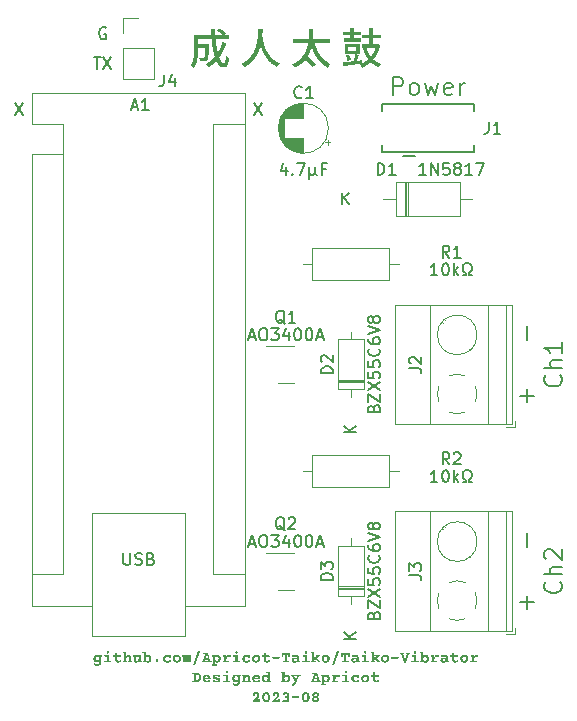
<source format=gbr>
%TF.GenerationSoftware,KiCad,Pcbnew,7.0.5*%
%TF.CreationDate,2023-08-09T22:54:17+08:00*%
%TF.ProjectId,taiko_vibrator,7461696b-6f5f-4766-9962-7261746f722e,rev?*%
%TF.SameCoordinates,PX4524320PY42c1d80*%
%TF.FileFunction,Legend,Top*%
%TF.FilePolarity,Positive*%
%FSLAX46Y46*%
G04 Gerber Fmt 4.6, Leading zero omitted, Abs format (unit mm)*
G04 Created by KiCad (PCBNEW 7.0.5) date 2023-08-09 22:54:17*
%MOMM*%
%LPD*%
G01*
G04 APERTURE LIST*
%ADD10C,0.200000*%
%ADD11C,0.250000*%
%ADD12C,0.150000*%
%ADD13C,0.120000*%
G04 APERTURE END LIST*
D10*
X20404600Y-3214285D02*
X20404600Y-2071428D01*
X20976028Y-2642856D02*
X19833171Y-2642856D01*
X20404600Y2071429D02*
X20404600Y3214286D01*
X23248171Y-928571D02*
X23319600Y-999999D01*
X23319600Y-999999D02*
X23391028Y-1214285D01*
X23391028Y-1214285D02*
X23391028Y-1357142D01*
X23391028Y-1357142D02*
X23319600Y-1571428D01*
X23319600Y-1571428D02*
X23176742Y-1714285D01*
X23176742Y-1714285D02*
X23033885Y-1785714D01*
X23033885Y-1785714D02*
X22748171Y-1857142D01*
X22748171Y-1857142D02*
X22533885Y-1857142D01*
X22533885Y-1857142D02*
X22248171Y-1785714D01*
X22248171Y-1785714D02*
X22105314Y-1714285D01*
X22105314Y-1714285D02*
X21962457Y-1571428D01*
X21962457Y-1571428D02*
X21891028Y-1357142D01*
X21891028Y-1357142D02*
X21891028Y-1214285D01*
X21891028Y-1214285D02*
X21962457Y-999999D01*
X21962457Y-999999D02*
X22033885Y-928571D01*
X23391028Y-285714D02*
X21891028Y-285714D01*
X23391028Y357143D02*
X22605314Y357143D01*
X22605314Y357143D02*
X22462457Y285715D01*
X22462457Y285715D02*
X22391028Y142858D01*
X22391028Y142858D02*
X22391028Y-71428D01*
X22391028Y-71428D02*
X22462457Y-214285D01*
X22462457Y-214285D02*
X22533885Y-285714D01*
X23391028Y1857144D02*
X23391028Y1000001D01*
X23391028Y1428572D02*
X21891028Y1428572D01*
X21891028Y1428572D02*
X22105314Y1285715D01*
X22105314Y1285715D02*
X22248171Y1142858D01*
X22248171Y1142858D02*
X22319600Y1000001D01*
D11*
G36*
X-15989935Y-24578719D02*
G01*
X-15978016Y-24579454D01*
X-15966304Y-24580677D01*
X-15954798Y-24582390D01*
X-15943498Y-24584593D01*
X-15932404Y-24587285D01*
X-15921516Y-24590466D01*
X-15910834Y-24594137D01*
X-15900358Y-24598297D01*
X-15890089Y-24602947D01*
X-15883357Y-24606318D01*
X-15873441Y-24611754D01*
X-15863842Y-24617618D01*
X-15854561Y-24623912D01*
X-15845598Y-24630636D01*
X-15836953Y-24637789D01*
X-15828625Y-24645371D01*
X-15820616Y-24653382D01*
X-15812923Y-24661823D01*
X-15805549Y-24670693D01*
X-15798492Y-24679992D01*
X-15793964Y-24686430D01*
X-15793964Y-24637826D01*
X-15793338Y-24626835D01*
X-15791138Y-24616514D01*
X-15786835Y-24607584D01*
X-15783950Y-24604120D01*
X-15775507Y-24598419D01*
X-15765127Y-24595290D01*
X-15754968Y-24594194D01*
X-15750733Y-24594106D01*
X-15589777Y-24594106D01*
X-15579421Y-24594799D01*
X-15569490Y-24597404D01*
X-15564620Y-24599968D01*
X-15557601Y-24606920D01*
X-15552998Y-24615782D01*
X-15551187Y-24621217D01*
X-15548943Y-24630817D01*
X-15547566Y-24641167D01*
X-15546836Y-24651625D01*
X-15546564Y-24661632D01*
X-15546546Y-24665181D01*
X-15546709Y-24675599D01*
X-15547312Y-24686539D01*
X-15548545Y-24697438D01*
X-15550625Y-24707656D01*
X-15551187Y-24709633D01*
X-15554757Y-24718918D01*
X-15560391Y-24726990D01*
X-15564620Y-24730394D01*
X-15573763Y-24734067D01*
X-15583907Y-24735578D01*
X-15589777Y-24735767D01*
X-15649616Y-24735767D01*
X-15649616Y-25232313D01*
X-15649932Y-25248988D01*
X-15650880Y-25265186D01*
X-15652459Y-25280908D01*
X-15654669Y-25296152D01*
X-15657511Y-25310919D01*
X-15660985Y-25325209D01*
X-15665091Y-25339022D01*
X-15669828Y-25352358D01*
X-15675196Y-25365217D01*
X-15681196Y-25377599D01*
X-15687828Y-25389504D01*
X-15695091Y-25400932D01*
X-15702986Y-25411883D01*
X-15711513Y-25422357D01*
X-15720671Y-25432353D01*
X-15730461Y-25441873D01*
X-15740849Y-25450894D01*
X-15751863Y-25459333D01*
X-15763502Y-25467190D01*
X-15775768Y-25474464D01*
X-15788659Y-25481157D01*
X-15802177Y-25487268D01*
X-15816320Y-25492797D01*
X-15831089Y-25497744D01*
X-15846484Y-25502109D01*
X-15862505Y-25505892D01*
X-15879151Y-25509092D01*
X-15896424Y-25511711D01*
X-15914322Y-25513748D01*
X-15932847Y-25515203D01*
X-15951997Y-25516076D01*
X-15961807Y-25516295D01*
X-15971773Y-25516367D01*
X-15982952Y-25516269D01*
X-15994324Y-25515972D01*
X-16005890Y-25515479D01*
X-16017648Y-25514787D01*
X-16029600Y-25513899D01*
X-16041745Y-25512812D01*
X-16054084Y-25511529D01*
X-16066615Y-25510047D01*
X-16079340Y-25508369D01*
X-16092258Y-25506493D01*
X-16100977Y-25505132D01*
X-16114065Y-25502948D01*
X-16127041Y-25500610D01*
X-16139905Y-25498117D01*
X-16152657Y-25495469D01*
X-16165298Y-25492667D01*
X-16177828Y-25489710D01*
X-16190246Y-25486599D01*
X-16202552Y-25483333D01*
X-16214746Y-25479913D01*
X-16226829Y-25476338D01*
X-16234822Y-25473869D01*
X-16244321Y-25470013D01*
X-16253595Y-25463671D01*
X-16260550Y-25455456D01*
X-16265187Y-25445370D01*
X-16267280Y-25435534D01*
X-16267795Y-25426730D01*
X-16267100Y-25416327D01*
X-16265597Y-25406580D01*
X-16263253Y-25395384D01*
X-16260574Y-25384633D01*
X-16259002Y-25378859D01*
X-16255737Y-25369289D01*
X-16251661Y-25358939D01*
X-16247414Y-25349826D01*
X-16242241Y-25340757D01*
X-16236044Y-25332452D01*
X-16228532Y-25325486D01*
X-16219326Y-25320420D01*
X-16209212Y-25318169D01*
X-16206002Y-25318042D01*
X-16195991Y-25318989D01*
X-16189637Y-25320729D01*
X-16173443Y-25325372D01*
X-16157649Y-25329716D01*
X-16142256Y-25333760D01*
X-16127264Y-25337505D01*
X-16112672Y-25340950D01*
X-16098481Y-25344096D01*
X-16084691Y-25346942D01*
X-16071302Y-25349488D01*
X-16058313Y-25351735D01*
X-16045725Y-25353682D01*
X-16033538Y-25355330D01*
X-16021751Y-25356678D01*
X-16010365Y-25357727D01*
X-15999380Y-25358476D01*
X-15988795Y-25358925D01*
X-15978612Y-25359075D01*
X-15968411Y-25358943D01*
X-15958568Y-25358548D01*
X-15944478Y-25357462D01*
X-15931194Y-25355783D01*
X-15918718Y-25353512D01*
X-15907048Y-25350648D01*
X-15896186Y-25347192D01*
X-15886131Y-25343144D01*
X-15876883Y-25338503D01*
X-15868443Y-25333269D01*
X-15858444Y-25325369D01*
X-15849743Y-25316454D01*
X-15842202Y-25306441D01*
X-15835821Y-25295327D01*
X-15831797Y-25286271D01*
X-15828425Y-25276597D01*
X-15825706Y-25266305D01*
X-15823639Y-25255394D01*
X-15822226Y-25243865D01*
X-15821464Y-25231717D01*
X-15821319Y-25223276D01*
X-15821319Y-25155376D01*
X-15830284Y-25164631D01*
X-15839592Y-25173343D01*
X-15849243Y-25181514D01*
X-15859238Y-25189143D01*
X-15869576Y-25196230D01*
X-15880258Y-25202775D01*
X-15891283Y-25208778D01*
X-15902652Y-25214239D01*
X-15914250Y-25219105D01*
X-15926084Y-25223322D01*
X-15938155Y-25226890D01*
X-15950463Y-25229809D01*
X-15963007Y-25232080D01*
X-15975788Y-25233702D01*
X-15985528Y-25234493D01*
X-15995402Y-25234918D01*
X-16002059Y-25235000D01*
X-16013058Y-25234834D01*
X-16023892Y-25234339D01*
X-16034559Y-25233514D01*
X-16045061Y-25232359D01*
X-16055396Y-25230873D01*
X-16065566Y-25229058D01*
X-16075569Y-25226912D01*
X-16085407Y-25224436D01*
X-16095078Y-25221630D01*
X-16104584Y-25218494D01*
X-16113923Y-25215028D01*
X-16123096Y-25211232D01*
X-16132104Y-25207105D01*
X-16140945Y-25202649D01*
X-16149621Y-25197862D01*
X-16158130Y-25192745D01*
X-16166406Y-25187308D01*
X-16174441Y-25181621D01*
X-16182236Y-25175684D01*
X-16193477Y-25166309D01*
X-16204177Y-25156372D01*
X-16214337Y-25145873D01*
X-16223955Y-25134811D01*
X-16230067Y-25127124D01*
X-16235939Y-25119187D01*
X-16241570Y-25111000D01*
X-16246960Y-25102564D01*
X-16252110Y-25093877D01*
X-16257020Y-25084940D01*
X-16261689Y-25075753D01*
X-16266096Y-25066363D01*
X-16270218Y-25056817D01*
X-16274057Y-25047114D01*
X-16277611Y-25037254D01*
X-16280880Y-25027239D01*
X-16283866Y-25017066D01*
X-16286566Y-25006737D01*
X-16288983Y-24996252D01*
X-16291116Y-24985610D01*
X-16292964Y-24974812D01*
X-16294527Y-24963858D01*
X-16295807Y-24952746D01*
X-16296802Y-24941479D01*
X-16297513Y-24930055D01*
X-16297939Y-24918474D01*
X-16298081Y-24906737D01*
X-16113922Y-24906737D01*
X-16113775Y-24916762D01*
X-16113004Y-24931265D01*
X-16111571Y-24945129D01*
X-16109478Y-24958353D01*
X-16106723Y-24970938D01*
X-16103307Y-24982882D01*
X-16099229Y-24994188D01*
X-16094491Y-25004853D01*
X-16089091Y-25014878D01*
X-16083031Y-25024264D01*
X-16076309Y-25033011D01*
X-16068981Y-25040998D01*
X-16061193Y-25048200D01*
X-16052947Y-25054617D01*
X-16044240Y-25060248D01*
X-16035075Y-25065093D01*
X-16025450Y-25069152D01*
X-16015366Y-25072426D01*
X-16004822Y-25074914D01*
X-15993819Y-25076616D01*
X-15982356Y-25077533D01*
X-15974459Y-25077707D01*
X-15963594Y-25077406D01*
X-15952981Y-25076501D01*
X-15942620Y-25074994D01*
X-15932511Y-25072883D01*
X-15922653Y-25070170D01*
X-15913048Y-25066854D01*
X-15903694Y-25062934D01*
X-15894592Y-25058412D01*
X-15885795Y-25053233D01*
X-15877480Y-25047467D01*
X-15869645Y-25041113D01*
X-15862291Y-25034171D01*
X-15855418Y-25026641D01*
X-15849025Y-25018524D01*
X-15843114Y-25009819D01*
X-15837683Y-25000526D01*
X-15832760Y-24990619D01*
X-15828494Y-24980193D01*
X-15824884Y-24969248D01*
X-15821930Y-24957784D01*
X-15819632Y-24945801D01*
X-15817991Y-24933299D01*
X-15817007Y-24920277D01*
X-15816699Y-24910171D01*
X-15816679Y-24906737D01*
X-15816863Y-24896535D01*
X-15817417Y-24886630D01*
X-15818730Y-24873884D01*
X-15820699Y-24861664D01*
X-15823325Y-24849971D01*
X-15826607Y-24838804D01*
X-15830545Y-24828164D01*
X-15835140Y-24818051D01*
X-15837683Y-24813192D01*
X-15843114Y-24803846D01*
X-15849025Y-24795103D01*
X-15855418Y-24786963D01*
X-15862291Y-24779426D01*
X-15869645Y-24772491D01*
X-15877480Y-24766160D01*
X-15885795Y-24760432D01*
X-15894592Y-24755307D01*
X-15903694Y-24750727D01*
X-15913048Y-24746758D01*
X-15922653Y-24743400D01*
X-15932511Y-24740652D01*
X-15942620Y-24738515D01*
X-15952981Y-24736988D01*
X-15963594Y-24736072D01*
X-15974459Y-24735767D01*
X-15986228Y-24736162D01*
X-15997538Y-24737347D01*
X-16008387Y-24739322D01*
X-16018778Y-24742087D01*
X-16028709Y-24745642D01*
X-16038181Y-24749987D01*
X-16047193Y-24755121D01*
X-16055747Y-24761046D01*
X-16063840Y-24767761D01*
X-16071474Y-24775266D01*
X-16076309Y-24780708D01*
X-16083031Y-24789410D01*
X-16089091Y-24798757D01*
X-16094491Y-24808748D01*
X-16099229Y-24819382D01*
X-16103307Y-24830661D01*
X-16106723Y-24842583D01*
X-16109478Y-24855150D01*
X-16111571Y-24868360D01*
X-16113004Y-24882215D01*
X-16113775Y-24896714D01*
X-16113922Y-24906737D01*
X-16298081Y-24906737D01*
X-16297939Y-24895000D01*
X-16297513Y-24883420D01*
X-16296802Y-24871995D01*
X-16295807Y-24860728D01*
X-16294527Y-24849617D01*
X-16292964Y-24838662D01*
X-16291116Y-24827864D01*
X-16288983Y-24817222D01*
X-16286566Y-24806737D01*
X-16283866Y-24796408D01*
X-16280880Y-24786236D01*
X-16277611Y-24776220D01*
X-16274057Y-24766360D01*
X-16270218Y-24756658D01*
X-16266096Y-24747111D01*
X-16261689Y-24737721D01*
X-16257020Y-24728535D01*
X-16252110Y-24719601D01*
X-16246960Y-24710919D01*
X-16241570Y-24702489D01*
X-16235939Y-24694311D01*
X-16230067Y-24686384D01*
X-16223955Y-24678710D01*
X-16214337Y-24667670D01*
X-16204177Y-24657197D01*
X-16193477Y-24647291D01*
X-16182236Y-24637952D01*
X-16174441Y-24632040D01*
X-16166406Y-24626381D01*
X-16158130Y-24620973D01*
X-16149621Y-24615827D01*
X-16140945Y-24611012D01*
X-16132104Y-24606530D01*
X-16123096Y-24602380D01*
X-16113923Y-24598562D01*
X-16104584Y-24595076D01*
X-16095078Y-24591921D01*
X-16085407Y-24589099D01*
X-16075569Y-24586609D01*
X-16065566Y-24584451D01*
X-16055396Y-24582625D01*
X-16045061Y-24581131D01*
X-16034559Y-24579969D01*
X-16023892Y-24579139D01*
X-16013058Y-24578641D01*
X-16002059Y-24578475D01*
X-15989935Y-24578719D01*
G37*
G36*
X-15051466Y-24594106D02*
G01*
X-15040688Y-24594747D01*
X-15030535Y-24597001D01*
X-15021700Y-24601409D01*
X-15018249Y-24604364D01*
X-15012547Y-24612836D01*
X-15009418Y-24623293D01*
X-15008323Y-24633547D01*
X-15008235Y-24637826D01*
X-15008235Y-25094316D01*
X-14815283Y-25094316D01*
X-14804788Y-25095008D01*
X-14794766Y-25097613D01*
X-14789882Y-25100177D01*
X-14782863Y-25107083D01*
X-14778260Y-25115830D01*
X-14776448Y-25121182D01*
X-14774130Y-25131854D01*
X-14772893Y-25142348D01*
X-14772262Y-25152959D01*
X-14772056Y-25163114D01*
X-14772052Y-25164902D01*
X-14772206Y-25175229D01*
X-14772777Y-25186061D01*
X-14773945Y-25196838D01*
X-14775916Y-25206919D01*
X-14776448Y-25208866D01*
X-14780019Y-25218151D01*
X-14785653Y-25226222D01*
X-14789882Y-25229626D01*
X-14799071Y-25233299D01*
X-14809329Y-25234811D01*
X-14815283Y-25235000D01*
X-15367516Y-25235000D01*
X-15378040Y-25234365D01*
X-15388170Y-25231977D01*
X-15393161Y-25229626D01*
X-15400439Y-25222267D01*
X-15404869Y-25213365D01*
X-15406351Y-25208866D01*
X-15408476Y-25199266D01*
X-15409781Y-25188916D01*
X-15410472Y-25178457D01*
X-15410730Y-25168451D01*
X-15410747Y-25164902D01*
X-15410592Y-25154583D01*
X-15410021Y-25143783D01*
X-15408854Y-25133070D01*
X-15406883Y-25123099D01*
X-15406351Y-25121182D01*
X-15402809Y-25111868D01*
X-15397283Y-25103688D01*
X-15393161Y-25100177D01*
X-15383805Y-25096170D01*
X-15373478Y-25094522D01*
X-15367516Y-25094316D01*
X-15179937Y-25094316D01*
X-15179937Y-24734790D01*
X-15326239Y-24734790D01*
X-15336763Y-24734155D01*
X-15346893Y-24731768D01*
X-15351884Y-24729417D01*
X-15359215Y-24722057D01*
X-15363766Y-24713156D01*
X-15365318Y-24708656D01*
X-15367443Y-24699056D01*
X-15368748Y-24688706D01*
X-15369439Y-24678248D01*
X-15369697Y-24668242D01*
X-15369714Y-24664692D01*
X-15369560Y-24654374D01*
X-15368989Y-24643573D01*
X-15367821Y-24632861D01*
X-15365850Y-24622890D01*
X-15365318Y-24620973D01*
X-15361637Y-24611659D01*
X-15356021Y-24603479D01*
X-15351884Y-24599968D01*
X-15342528Y-24595961D01*
X-15332201Y-24594312D01*
X-15326239Y-24594106D01*
X-15051466Y-24594106D01*
G37*
G36*
X-15096406Y-24281475D02*
G01*
X-15084652Y-24281636D01*
X-15073814Y-24282117D01*
X-15063892Y-24282918D01*
X-15052777Y-24284371D01*
X-15043093Y-24286324D01*
X-15033361Y-24289329D01*
X-15028018Y-24291734D01*
X-15019470Y-24297611D01*
X-15012772Y-24306303D01*
X-15009414Y-24315878D01*
X-15008479Y-24325683D01*
X-15008479Y-24440478D01*
X-15009356Y-24450295D01*
X-15012504Y-24459912D01*
X-15018783Y-24468688D01*
X-15026797Y-24474672D01*
X-15036130Y-24478573D01*
X-15046400Y-24481155D01*
X-15056559Y-24482769D01*
X-15068172Y-24483893D01*
X-15078510Y-24484441D01*
X-15089780Y-24484676D01*
X-15092743Y-24484685D01*
X-15104329Y-24484529D01*
X-15115030Y-24484060D01*
X-15124845Y-24483277D01*
X-15135870Y-24481859D01*
X-15145511Y-24479952D01*
X-15155254Y-24477019D01*
X-15160642Y-24474672D01*
X-15169191Y-24468688D01*
X-15175297Y-24460994D01*
X-15178960Y-24451591D01*
X-15180182Y-24440478D01*
X-15180182Y-24325683D01*
X-15179329Y-24315604D01*
X-15176264Y-24305830D01*
X-15170152Y-24297061D01*
X-15162352Y-24291245D01*
X-15153019Y-24287438D01*
X-15142749Y-24284920D01*
X-15132591Y-24283345D01*
X-15120977Y-24282248D01*
X-15110639Y-24281714D01*
X-15099369Y-24281485D01*
X-15096406Y-24281475D01*
G37*
G36*
X-14353175Y-24390896D02*
G01*
X-14341601Y-24391051D01*
X-14331056Y-24391514D01*
X-14320057Y-24392446D01*
X-14309203Y-24394026D01*
X-14303350Y-24395293D01*
X-14293408Y-24398470D01*
X-14284249Y-24403416D01*
X-14278926Y-24408482D01*
X-14274251Y-24417625D01*
X-14272327Y-24427768D01*
X-14272087Y-24433639D01*
X-14272087Y-24624392D01*
X-14017341Y-24624392D01*
X-14007464Y-24625199D01*
X-13997893Y-24628095D01*
X-13989315Y-24633872D01*
X-13983636Y-24641245D01*
X-13979362Y-24651442D01*
X-13976957Y-24661414D01*
X-13975479Y-24671246D01*
X-13974477Y-24682461D01*
X-13974019Y-24692429D01*
X-13973866Y-24703283D01*
X-13974019Y-24714190D01*
X-13974477Y-24724196D01*
X-13975479Y-24735437D01*
X-13976957Y-24745272D01*
X-13979362Y-24755215D01*
X-13983636Y-24765321D01*
X-13990153Y-24773231D01*
X-13998989Y-24778553D01*
X-14008789Y-24781109D01*
X-14017341Y-24781685D01*
X-14272087Y-24781685D01*
X-14272087Y-24976835D01*
X-14271740Y-24990943D01*
X-14270701Y-25004140D01*
X-14268970Y-25016428D01*
X-14266546Y-25027805D01*
X-14263429Y-25038272D01*
X-14259619Y-25047829D01*
X-14252606Y-25060458D01*
X-14244034Y-25071039D01*
X-14233904Y-25079572D01*
X-14222215Y-25086057D01*
X-14208968Y-25090494D01*
X-14199271Y-25092315D01*
X-14188881Y-25093225D01*
X-14183427Y-25093339D01*
X-14173318Y-25092993D01*
X-14162685Y-25091955D01*
X-14151527Y-25090226D01*
X-14139845Y-25087805D01*
X-14130121Y-25085370D01*
X-14120061Y-25082493D01*
X-14109665Y-25079173D01*
X-14098880Y-25075391D01*
X-14087653Y-25071250D01*
X-14075983Y-25066751D01*
X-14063870Y-25061892D01*
X-14054495Y-25058013D01*
X-14044870Y-25053933D01*
X-14034997Y-25049650D01*
X-14024875Y-25045166D01*
X-14014504Y-25040479D01*
X-14010991Y-25038872D01*
X-14001331Y-25035257D01*
X-13991206Y-25032826D01*
X-13987055Y-25032522D01*
X-13976557Y-25034240D01*
X-13967476Y-25038831D01*
X-13960433Y-25044734D01*
X-13953542Y-25052821D01*
X-13947612Y-25062052D01*
X-13942573Y-25071708D01*
X-13938365Y-25081156D01*
X-13936986Y-25084546D01*
X-13933397Y-25094029D01*
X-13929894Y-25104654D01*
X-13927266Y-25114454D01*
X-13925308Y-25124846D01*
X-13924529Y-25135348D01*
X-13925395Y-25145182D01*
X-13928315Y-25154593D01*
X-13931856Y-25160750D01*
X-13938821Y-25168483D01*
X-13946603Y-25174397D01*
X-13953350Y-25178335D01*
X-13962152Y-25182783D01*
X-13979535Y-25191255D01*
X-13996624Y-25199163D01*
X-14013420Y-25206505D01*
X-14029921Y-25213283D01*
X-14046129Y-25219496D01*
X-14062043Y-25225144D01*
X-14077663Y-25230227D01*
X-14092990Y-25234746D01*
X-14108022Y-25238699D01*
X-14122760Y-25242088D01*
X-14137205Y-25244912D01*
X-14151356Y-25247172D01*
X-14165213Y-25248866D01*
X-14178776Y-25249996D01*
X-14192045Y-25250560D01*
X-14198570Y-25250631D01*
X-14213279Y-25250367D01*
X-14227547Y-25249574D01*
X-14241374Y-25248253D01*
X-14254761Y-25246403D01*
X-14267707Y-25244024D01*
X-14280212Y-25241117D01*
X-14292276Y-25237681D01*
X-14303899Y-25233717D01*
X-14315082Y-25229224D01*
X-14325824Y-25224203D01*
X-14336125Y-25218653D01*
X-14345986Y-25212575D01*
X-14355405Y-25205968D01*
X-14364384Y-25198832D01*
X-14372922Y-25191168D01*
X-14381019Y-25182976D01*
X-14388620Y-25174246D01*
X-14395731Y-25165032D01*
X-14402351Y-25155332D01*
X-14408481Y-25145149D01*
X-14414121Y-25134480D01*
X-14419270Y-25123327D01*
X-14423929Y-25111689D01*
X-14428097Y-25099567D01*
X-14431775Y-25086960D01*
X-14434962Y-25073868D01*
X-14437660Y-25060291D01*
X-14439866Y-25046230D01*
X-14441583Y-25031685D01*
X-14442809Y-25016654D01*
X-14443544Y-25001139D01*
X-14443790Y-24985139D01*
X-14443790Y-24781685D01*
X-14576413Y-24781685D01*
X-14586207Y-24780902D01*
X-14595741Y-24778089D01*
X-14604349Y-24772480D01*
X-14610119Y-24765321D01*
X-14614286Y-24755215D01*
X-14616630Y-24745272D01*
X-14618072Y-24735437D01*
X-14619049Y-24724196D01*
X-14619496Y-24714190D01*
X-14619644Y-24703283D01*
X-14619496Y-24692429D01*
X-14619049Y-24682461D01*
X-14618072Y-24671246D01*
X-14616630Y-24661414D01*
X-14614286Y-24651442D01*
X-14610705Y-24642326D01*
X-14610119Y-24641245D01*
X-14603503Y-24633099D01*
X-14594646Y-24627618D01*
X-14584891Y-24624985D01*
X-14576413Y-24624392D01*
X-14443790Y-24624392D01*
X-14443790Y-24433639D01*
X-14442492Y-24422877D01*
X-14438599Y-24413794D01*
X-14432112Y-24406390D01*
X-14423029Y-24400666D01*
X-14412507Y-24396859D01*
X-14401367Y-24394340D01*
X-14390588Y-24392766D01*
X-14378450Y-24391669D01*
X-14367761Y-24391135D01*
X-14356201Y-24390906D01*
X-14353175Y-24390896D01*
G37*
G36*
X-13576483Y-24328370D02*
G01*
X-13565614Y-24328996D01*
X-13555431Y-24331196D01*
X-13546653Y-24335499D01*
X-13543266Y-24338384D01*
X-13537565Y-24346827D01*
X-13534435Y-24357207D01*
X-13533340Y-24367366D01*
X-13533252Y-24371601D01*
X-13533252Y-24705725D01*
X-13522799Y-24690316D01*
X-13512079Y-24675901D01*
X-13501092Y-24662480D01*
X-13489838Y-24650053D01*
X-13478317Y-24638620D01*
X-13466528Y-24628182D01*
X-13454472Y-24618738D01*
X-13442150Y-24610287D01*
X-13429560Y-24602831D01*
X-13416703Y-24596369D01*
X-13403578Y-24590902D01*
X-13390187Y-24586428D01*
X-13376528Y-24582948D01*
X-13362603Y-24580463D01*
X-13348410Y-24578972D01*
X-13333950Y-24578475D01*
X-13322364Y-24578719D01*
X-13311052Y-24579454D01*
X-13300016Y-24580677D01*
X-13289254Y-24582390D01*
X-13278766Y-24584593D01*
X-13268554Y-24587285D01*
X-13258616Y-24590466D01*
X-13248953Y-24594137D01*
X-13239565Y-24598297D01*
X-13230452Y-24602947D01*
X-13224529Y-24606318D01*
X-13215882Y-24611745D01*
X-13207616Y-24617584D01*
X-13199733Y-24623835D01*
X-13192232Y-24630498D01*
X-13185113Y-24637574D01*
X-13178376Y-24645061D01*
X-13172021Y-24652961D01*
X-13166048Y-24661273D01*
X-13160458Y-24669997D01*
X-13155249Y-24679133D01*
X-13151989Y-24685453D01*
X-13147450Y-24695181D01*
X-13143357Y-24705222D01*
X-13139710Y-24715577D01*
X-13136510Y-24726245D01*
X-13133757Y-24737227D01*
X-13131450Y-24748522D01*
X-13129589Y-24760131D01*
X-13128175Y-24772052D01*
X-13127208Y-24784288D01*
X-13126687Y-24796836D01*
X-13126588Y-24805376D01*
X-13126588Y-25094316D01*
X-13073587Y-25094316D01*
X-13063203Y-25095008D01*
X-13053162Y-25097613D01*
X-13048186Y-25100177D01*
X-13041167Y-25107083D01*
X-13036564Y-25115830D01*
X-13034753Y-25121182D01*
X-13032434Y-25131854D01*
X-13031198Y-25142348D01*
X-13030567Y-25152959D01*
X-13030360Y-25163114D01*
X-13030356Y-25164902D01*
X-13030511Y-25175229D01*
X-13031082Y-25186061D01*
X-13032250Y-25196838D01*
X-13034220Y-25206919D01*
X-13034753Y-25208866D01*
X-13038323Y-25218151D01*
X-13043957Y-25226222D01*
X-13048186Y-25229626D01*
X-13057496Y-25233299D01*
X-13067708Y-25234811D01*
X-13073587Y-25235000D01*
X-13330531Y-25235000D01*
X-13340915Y-25234365D01*
X-13350955Y-25231977D01*
X-13355932Y-25229626D01*
X-13363384Y-25222267D01*
X-13367878Y-25213365D01*
X-13369365Y-25208866D01*
X-13371490Y-25199266D01*
X-13372796Y-25188916D01*
X-13373487Y-25178457D01*
X-13373744Y-25168451D01*
X-13373762Y-25164902D01*
X-13373607Y-25154583D01*
X-13373036Y-25143783D01*
X-13371868Y-25133070D01*
X-13369898Y-25123099D01*
X-13369365Y-25121182D01*
X-13365794Y-25111868D01*
X-13360160Y-25103688D01*
X-13355932Y-25100177D01*
X-13346622Y-25096170D01*
X-13336410Y-25094522D01*
X-13330531Y-25094316D01*
X-13298291Y-25094316D01*
X-13298291Y-24845921D01*
X-13298454Y-24835942D01*
X-13299179Y-24823366D01*
X-13300484Y-24811621D01*
X-13302369Y-24800708D01*
X-13304835Y-24790628D01*
X-13308732Y-24779197D01*
X-13313536Y-24769065D01*
X-13316853Y-24763611D01*
X-13323256Y-24755589D01*
X-13330864Y-24748928D01*
X-13339676Y-24743625D01*
X-13349692Y-24739683D01*
X-13360913Y-24737099D01*
X-13370757Y-24736012D01*
X-13378646Y-24735767D01*
X-13388534Y-24736298D01*
X-13398293Y-24737889D01*
X-13407921Y-24740541D01*
X-13417420Y-24744255D01*
X-13426789Y-24749029D01*
X-13436028Y-24754864D01*
X-13445138Y-24761760D01*
X-13454117Y-24769717D01*
X-13462815Y-24778502D01*
X-13471077Y-24788005D01*
X-13478904Y-24798225D01*
X-13484489Y-24806360D01*
X-13489829Y-24814900D01*
X-13494925Y-24823843D01*
X-13499776Y-24833189D01*
X-13504382Y-24842940D01*
X-13508743Y-24853093D01*
X-13511515Y-24860087D01*
X-13515399Y-24870732D01*
X-13518902Y-24881510D01*
X-13522022Y-24892422D01*
X-13524761Y-24903467D01*
X-13527117Y-24914644D01*
X-13529091Y-24925955D01*
X-13530684Y-24937399D01*
X-13531894Y-24948976D01*
X-13532721Y-24960686D01*
X-13533167Y-24972529D01*
X-13533252Y-24980498D01*
X-13533252Y-25094316D01*
X-13500768Y-25094316D01*
X-13490412Y-25095008D01*
X-13480480Y-25097613D01*
X-13475611Y-25100177D01*
X-13468592Y-25107083D01*
X-13463989Y-25115830D01*
X-13462178Y-25121182D01*
X-13459730Y-25131854D01*
X-13458425Y-25142348D01*
X-13457759Y-25152959D01*
X-13457541Y-25163114D01*
X-13457537Y-25164902D01*
X-13457700Y-25175229D01*
X-13458303Y-25186061D01*
X-13459535Y-25196838D01*
X-13461616Y-25206919D01*
X-13462178Y-25208866D01*
X-13465748Y-25218151D01*
X-13471382Y-25226222D01*
X-13475611Y-25229626D01*
X-13484754Y-25233299D01*
X-13494897Y-25234811D01*
X-13500768Y-25235000D01*
X-13757711Y-25235000D01*
X-13768235Y-25234365D01*
X-13778365Y-25231977D01*
X-13783357Y-25229626D01*
X-13790688Y-25222267D01*
X-13795239Y-25213365D01*
X-13796790Y-25208866D01*
X-13798915Y-25199266D01*
X-13800221Y-25188916D01*
X-13800912Y-25178457D01*
X-13801169Y-25168451D01*
X-13801187Y-25164902D01*
X-13801032Y-25154583D01*
X-13800461Y-25143783D01*
X-13799293Y-25133070D01*
X-13797323Y-25123099D01*
X-13796790Y-25121182D01*
X-13793109Y-25111868D01*
X-13787494Y-25103688D01*
X-13783357Y-25100177D01*
X-13774000Y-25096170D01*
X-13763673Y-25094522D01*
X-13757711Y-25094316D01*
X-13704955Y-25094316D01*
X-13704955Y-24469054D01*
X-13771633Y-24469054D01*
X-13782018Y-24468419D01*
X-13792058Y-24466031D01*
X-13797034Y-24463681D01*
X-13804365Y-24456321D01*
X-13808916Y-24447420D01*
X-13810468Y-24442920D01*
X-13812593Y-24433320D01*
X-13813898Y-24422970D01*
X-13814589Y-24412512D01*
X-13814847Y-24402505D01*
X-13814864Y-24398956D01*
X-13814710Y-24388638D01*
X-13814139Y-24377837D01*
X-13812971Y-24367125D01*
X-13811000Y-24357153D01*
X-13810468Y-24355237D01*
X-13806787Y-24345923D01*
X-13801171Y-24337743D01*
X-13797034Y-24334232D01*
X-13787725Y-24330225D01*
X-13777512Y-24328576D01*
X-13771633Y-24328370D01*
X-13576483Y-24328370D01*
G37*
G36*
X-12342324Y-24594106D02*
G01*
X-12331440Y-24594747D01*
X-12321203Y-24597001D01*
X-12312320Y-24601409D01*
X-12308863Y-24604364D01*
X-12303161Y-24612836D01*
X-12300032Y-24623293D01*
X-12298937Y-24633547D01*
X-12298849Y-24637826D01*
X-12298849Y-25094316D01*
X-12246092Y-25094316D01*
X-12235598Y-25094979D01*
X-12225576Y-25097476D01*
X-12220691Y-25099933D01*
X-12213239Y-25107117D01*
X-12208745Y-25115956D01*
X-12207258Y-25120450D01*
X-12205133Y-25130049D01*
X-12203827Y-25140399D01*
X-12203136Y-25150858D01*
X-12202879Y-25160864D01*
X-12202861Y-25164413D01*
X-12203016Y-25174740D01*
X-12203587Y-25185573D01*
X-12204755Y-25196350D01*
X-12206725Y-25206431D01*
X-12207258Y-25208377D01*
X-12210829Y-25217552D01*
X-12216463Y-25225642D01*
X-12220691Y-25229138D01*
X-12229881Y-25233145D01*
X-12240139Y-25234793D01*
X-12246092Y-25235000D01*
X-12399965Y-25235000D01*
X-12410849Y-25234389D01*
X-12421087Y-25232242D01*
X-12429969Y-25228044D01*
X-12433427Y-25225230D01*
X-12438989Y-25216758D01*
X-12442042Y-25206301D01*
X-12443110Y-25196047D01*
X-12443196Y-25191769D01*
X-12443196Y-25092362D01*
X-12448904Y-25102099D01*
X-12454701Y-25111527D01*
X-12460586Y-25120646D01*
X-12466560Y-25129456D01*
X-12472622Y-25137957D01*
X-12478774Y-25146149D01*
X-12485014Y-25154031D01*
X-12491343Y-25161605D01*
X-12504267Y-25175824D01*
X-12517545Y-25188807D01*
X-12531179Y-25200554D01*
X-12545168Y-25211064D01*
X-12559511Y-25220337D01*
X-12574210Y-25228374D01*
X-12589263Y-25235175D01*
X-12604671Y-25240739D01*
X-12620435Y-25245067D01*
X-12636553Y-25248158D01*
X-12653026Y-25250013D01*
X-12669854Y-25250631D01*
X-12681442Y-25250386D01*
X-12692760Y-25249652D01*
X-12703808Y-25248429D01*
X-12714584Y-25246716D01*
X-12725091Y-25244513D01*
X-12735327Y-25241821D01*
X-12745293Y-25238640D01*
X-12754988Y-25234969D01*
X-12764412Y-25230809D01*
X-12773566Y-25226159D01*
X-12779519Y-25222787D01*
X-12788125Y-25217363D01*
X-12796357Y-25211530D01*
X-12804216Y-25205290D01*
X-12811702Y-25198642D01*
X-12818813Y-25191586D01*
X-12825552Y-25184122D01*
X-12831917Y-25176250D01*
X-12837908Y-25167970D01*
X-12843526Y-25159283D01*
X-12848770Y-25150187D01*
X-12852059Y-25143897D01*
X-12856598Y-25134125D01*
X-12860691Y-25124045D01*
X-12864338Y-25113655D01*
X-12867538Y-25102956D01*
X-12870291Y-25091948D01*
X-12872598Y-25080630D01*
X-12874459Y-25069004D01*
X-12875873Y-25057069D01*
X-12876840Y-25044824D01*
X-12877361Y-25032270D01*
X-12877460Y-25023729D01*
X-12877460Y-24734790D01*
X-12930217Y-24734790D01*
X-12940740Y-24734097D01*
X-12950870Y-24731493D01*
X-12955862Y-24728928D01*
X-12963139Y-24721447D01*
X-12967570Y-24712603D01*
X-12969051Y-24708168D01*
X-12971176Y-24698568D01*
X-12972482Y-24688218D01*
X-12973173Y-24677759D01*
X-12973430Y-24667753D01*
X-12973448Y-24664204D01*
X-12973293Y-24653877D01*
X-12972722Y-24643045D01*
X-12971554Y-24632267D01*
X-12969584Y-24622187D01*
X-12969051Y-24620240D01*
X-12965509Y-24610984D01*
X-12959499Y-24602542D01*
X-12955862Y-24599724D01*
X-12946505Y-24595884D01*
X-12936179Y-24594304D01*
X-12930217Y-24594106D01*
X-12748988Y-24594106D01*
X-12738104Y-24594747D01*
X-12727867Y-24597001D01*
X-12718984Y-24601409D01*
X-12715527Y-24604364D01*
X-12709826Y-24612836D01*
X-12706696Y-24623293D01*
X-12705601Y-24633547D01*
X-12705513Y-24637826D01*
X-12705513Y-24984406D01*
X-12705352Y-24994341D01*
X-12704637Y-25006866D01*
X-12703349Y-25018567D01*
X-12701488Y-25029443D01*
X-12699055Y-25039496D01*
X-12695209Y-25050901D01*
X-12690469Y-25061019D01*
X-12687195Y-25066472D01*
X-12680786Y-25074493D01*
X-12673161Y-25081155D01*
X-12664319Y-25086457D01*
X-12654260Y-25090400D01*
X-12642986Y-25092983D01*
X-12633090Y-25094071D01*
X-12625157Y-25094316D01*
X-12615269Y-25093785D01*
X-12605511Y-25092194D01*
X-12595882Y-25089541D01*
X-12586384Y-25085828D01*
X-12577015Y-25081054D01*
X-12567775Y-25075219D01*
X-12558666Y-25068323D01*
X-12549686Y-25060366D01*
X-12540993Y-25051524D01*
X-12532742Y-25041971D01*
X-12524934Y-25031709D01*
X-12519368Y-25023547D01*
X-12514052Y-25014985D01*
X-12508984Y-25006024D01*
X-12504165Y-24996664D01*
X-12499596Y-24986905D01*
X-12495275Y-24976746D01*
X-12492533Y-24969752D01*
X-12488649Y-24959061D01*
X-12485146Y-24948236D01*
X-12482025Y-24937279D01*
X-12479287Y-24926189D01*
X-12476931Y-24914965D01*
X-12474957Y-24903609D01*
X-12473364Y-24892119D01*
X-12472154Y-24880496D01*
X-12471326Y-24868740D01*
X-12470881Y-24856851D01*
X-12470796Y-24848852D01*
X-12470796Y-24734790D01*
X-12544313Y-24734790D01*
X-12554697Y-24734097D01*
X-12564738Y-24731493D01*
X-12569714Y-24728928D01*
X-12577045Y-24721447D01*
X-12581596Y-24712603D01*
X-12583147Y-24708168D01*
X-12585273Y-24698568D01*
X-12586578Y-24688218D01*
X-12587269Y-24677759D01*
X-12587527Y-24667753D01*
X-12587544Y-24664204D01*
X-12587389Y-24653877D01*
X-12586818Y-24643045D01*
X-12585651Y-24632267D01*
X-12583680Y-24622187D01*
X-12583147Y-24620240D01*
X-12579466Y-24610984D01*
X-12573362Y-24602542D01*
X-12569714Y-24599724D01*
X-12560404Y-24595884D01*
X-12550192Y-24594304D01*
X-12544313Y-24594106D01*
X-12342324Y-24594106D01*
G37*
G36*
X-11900855Y-24328996D02*
G01*
X-11890671Y-24331196D01*
X-11881894Y-24335499D01*
X-11878507Y-24338384D01*
X-11872806Y-24346827D01*
X-11869676Y-24357207D01*
X-11868581Y-24367366D01*
X-11868493Y-24371601D01*
X-11868493Y-24661273D01*
X-11861804Y-24653928D01*
X-11854926Y-24646913D01*
X-11845462Y-24638075D01*
X-11835661Y-24629824D01*
X-11825525Y-24622161D01*
X-11815053Y-24615085D01*
X-11804246Y-24608598D01*
X-11793102Y-24602698D01*
X-11787404Y-24599968D01*
X-11775803Y-24594931D01*
X-11763957Y-24590565D01*
X-11751867Y-24586871D01*
X-11739533Y-24583848D01*
X-11726954Y-24581497D01*
X-11714131Y-24579818D01*
X-11704354Y-24578999D01*
X-11694439Y-24578559D01*
X-11687753Y-24578475D01*
X-11676607Y-24578648D01*
X-11665638Y-24579169D01*
X-11654846Y-24580037D01*
X-11644232Y-24581253D01*
X-11633796Y-24582816D01*
X-11623536Y-24584726D01*
X-11613455Y-24586983D01*
X-11603550Y-24589588D01*
X-11593824Y-24592540D01*
X-11584274Y-24595839D01*
X-11574903Y-24599485D01*
X-11565708Y-24603479D01*
X-11556691Y-24607820D01*
X-11547852Y-24612508D01*
X-11539190Y-24617544D01*
X-11530705Y-24622927D01*
X-11522403Y-24628608D01*
X-11514348Y-24634540D01*
X-11506542Y-24640721D01*
X-11498984Y-24647153D01*
X-11491674Y-24653834D01*
X-11484612Y-24660765D01*
X-11477798Y-24667947D01*
X-11471232Y-24675378D01*
X-11464914Y-24683059D01*
X-11458844Y-24690991D01*
X-11453022Y-24699172D01*
X-11447449Y-24707603D01*
X-11442123Y-24716284D01*
X-11437046Y-24725215D01*
X-11432216Y-24734396D01*
X-11427635Y-24743827D01*
X-11423287Y-24753424D01*
X-11419220Y-24763164D01*
X-11415433Y-24773048D01*
X-11411927Y-24783074D01*
X-11408701Y-24793243D01*
X-11405756Y-24803556D01*
X-11403091Y-24814012D01*
X-11400707Y-24824610D01*
X-11398603Y-24835352D01*
X-11396780Y-24846237D01*
X-11395237Y-24857266D01*
X-11393975Y-24868437D01*
X-11392993Y-24879751D01*
X-11392292Y-24891209D01*
X-11391871Y-24902809D01*
X-11391731Y-24914553D01*
X-11391871Y-24926298D01*
X-11392292Y-24937901D01*
X-11392993Y-24949363D01*
X-11393975Y-24960684D01*
X-11395237Y-24971864D01*
X-11396780Y-24982903D01*
X-11398603Y-24993800D01*
X-11400707Y-25004556D01*
X-11403091Y-25015171D01*
X-11405756Y-25025645D01*
X-11408701Y-25035978D01*
X-11411927Y-25046169D01*
X-11415433Y-25056219D01*
X-11419220Y-25066128D01*
X-11423287Y-25075896D01*
X-11427635Y-25085523D01*
X-11432216Y-25094924D01*
X-11437046Y-25104078D01*
X-11442123Y-25112983D01*
X-11447449Y-25121640D01*
X-11453022Y-25130049D01*
X-11458844Y-25138211D01*
X-11464914Y-25146124D01*
X-11471232Y-25153789D01*
X-11477798Y-25161206D01*
X-11484612Y-25168375D01*
X-11491674Y-25175295D01*
X-11498984Y-25181968D01*
X-11506542Y-25188393D01*
X-11514348Y-25194570D01*
X-11522403Y-25200498D01*
X-11530705Y-25206179D01*
X-11539190Y-25211562D01*
X-11547852Y-25216597D01*
X-11556691Y-25221286D01*
X-11565708Y-25225627D01*
X-11574903Y-25229620D01*
X-11584274Y-25233267D01*
X-11593824Y-25236566D01*
X-11603550Y-25239518D01*
X-11613455Y-25242123D01*
X-11623536Y-25244380D01*
X-11633796Y-25246290D01*
X-11644232Y-25247853D01*
X-11654846Y-25249068D01*
X-11665638Y-25249936D01*
X-11676607Y-25250457D01*
X-11687753Y-25250631D01*
X-11699880Y-25250363D01*
X-11711804Y-25249558D01*
X-11723527Y-25248216D01*
X-11735049Y-25246338D01*
X-11746368Y-25243923D01*
X-11757486Y-25240971D01*
X-11768401Y-25237483D01*
X-11779115Y-25233458D01*
X-11789628Y-25228896D01*
X-11799938Y-25223798D01*
X-11806699Y-25220101D01*
X-11816572Y-25214164D01*
X-11826131Y-25207802D01*
X-11835377Y-25201015D01*
X-11844309Y-25193803D01*
X-11852928Y-25186165D01*
X-11861233Y-25178103D01*
X-11869225Y-25169616D01*
X-11876904Y-25160704D01*
X-11884269Y-25151367D01*
X-11891321Y-25141604D01*
X-11895848Y-25134860D01*
X-11895848Y-25192013D01*
X-11896474Y-25202790D01*
X-11898674Y-25212944D01*
X-11902977Y-25221778D01*
X-11905862Y-25225230D01*
X-11914334Y-25230792D01*
X-11924791Y-25233845D01*
X-11935045Y-25234914D01*
X-11939323Y-25235000D01*
X-12093196Y-25235000D01*
X-12103581Y-25234307D01*
X-12113621Y-25231702D01*
X-12118598Y-25229138D01*
X-12125928Y-25221657D01*
X-12130479Y-25212812D01*
X-12132031Y-25208377D01*
X-12134156Y-25198777D01*
X-12135461Y-25188427D01*
X-12136153Y-25177969D01*
X-12136410Y-25167962D01*
X-12136427Y-25164413D01*
X-12136273Y-25154086D01*
X-12135702Y-25143254D01*
X-12134534Y-25132477D01*
X-12132563Y-25122396D01*
X-12132031Y-25120450D01*
X-12128350Y-25111193D01*
X-12122246Y-25102752D01*
X-12118598Y-25099933D01*
X-12109288Y-25096093D01*
X-12099075Y-25094513D01*
X-12093196Y-25094316D01*
X-12040196Y-25094316D01*
X-12040196Y-24915041D01*
X-11873378Y-24915041D01*
X-11873191Y-24925354D01*
X-11872631Y-24935409D01*
X-11871697Y-24945206D01*
X-11869871Y-24957869D01*
X-11867381Y-24970073D01*
X-11864227Y-24981820D01*
X-11860408Y-24993108D01*
X-11855926Y-25003939D01*
X-11852129Y-25011762D01*
X-11846534Y-25021650D01*
X-11840497Y-25030919D01*
X-11834017Y-25039571D01*
X-11827094Y-25047604D01*
X-11819728Y-25055019D01*
X-11811920Y-25061816D01*
X-11803669Y-25067995D01*
X-11794976Y-25073555D01*
X-11785931Y-25078421D01*
X-11776627Y-25082638D01*
X-11767063Y-25086206D01*
X-11757240Y-25089125D01*
X-11747158Y-25091396D01*
X-11736816Y-25093018D01*
X-11726214Y-25093991D01*
X-11715353Y-25094316D01*
X-11704843Y-25093972D01*
X-11694684Y-25092942D01*
X-11684876Y-25091224D01*
X-11673110Y-25088112D01*
X-11661892Y-25083926D01*
X-11651223Y-25078666D01*
X-11641103Y-25072334D01*
X-11631615Y-25065017D01*
X-11622842Y-25056806D01*
X-11614785Y-25047701D01*
X-11608854Y-25039772D01*
X-11603382Y-25031272D01*
X-11598367Y-25022198D01*
X-11593810Y-25012553D01*
X-11592743Y-25010052D01*
X-11588793Y-24999698D01*
X-11585370Y-24988910D01*
X-11582473Y-24977686D01*
X-11580103Y-24966027D01*
X-11578260Y-24953933D01*
X-11576943Y-24941404D01*
X-11576153Y-24928440D01*
X-11575906Y-24918432D01*
X-11575890Y-24915041D01*
X-11576038Y-24904953D01*
X-11576482Y-24895115D01*
X-11577536Y-24882383D01*
X-11579116Y-24870095D01*
X-11581222Y-24858249D01*
X-11583856Y-24846846D01*
X-11587015Y-24835886D01*
X-11590702Y-24825368D01*
X-11592743Y-24820275D01*
X-11597185Y-24810429D01*
X-11602085Y-24801163D01*
X-11607443Y-24792477D01*
X-11613259Y-24784371D01*
X-11619533Y-24776846D01*
X-11628020Y-24768254D01*
X-11637222Y-24760569D01*
X-11641103Y-24757749D01*
X-11651223Y-24751416D01*
X-11661892Y-24746157D01*
X-11673110Y-24741971D01*
X-11684876Y-24738858D01*
X-11694684Y-24737141D01*
X-11704843Y-24736111D01*
X-11715353Y-24735767D01*
X-11726214Y-24736095D01*
X-11736816Y-24737080D01*
X-11747158Y-24738721D01*
X-11757240Y-24741018D01*
X-11767063Y-24743972D01*
X-11776627Y-24747582D01*
X-11785931Y-24751849D01*
X-11794976Y-24756772D01*
X-11803669Y-24762279D01*
X-11811920Y-24768419D01*
X-11819728Y-24775193D01*
X-11827094Y-24782601D01*
X-11834017Y-24790642D01*
X-11840497Y-24799316D01*
X-11846534Y-24808624D01*
X-11852129Y-24818565D01*
X-11857109Y-24828995D01*
X-11861425Y-24839891D01*
X-11865077Y-24851252D01*
X-11868066Y-24863079D01*
X-11870390Y-24875371D01*
X-11872050Y-24888129D01*
X-11872859Y-24898003D01*
X-11873295Y-24908139D01*
X-11873378Y-24915041D01*
X-12040196Y-24915041D01*
X-12040196Y-24469054D01*
X-12106874Y-24469054D01*
X-12117259Y-24468419D01*
X-12127299Y-24466031D01*
X-12132275Y-24463681D01*
X-12139606Y-24456321D01*
X-12144157Y-24447420D01*
X-12145709Y-24442920D01*
X-12147834Y-24433320D01*
X-12149139Y-24422970D01*
X-12149830Y-24412512D01*
X-12150088Y-24402505D01*
X-12150105Y-24398956D01*
X-12149950Y-24388638D01*
X-12149379Y-24377837D01*
X-12148212Y-24367125D01*
X-12146241Y-24357153D01*
X-12145709Y-24355237D01*
X-12142028Y-24345923D01*
X-12136412Y-24337743D01*
X-12132275Y-24334232D01*
X-12122965Y-24330225D01*
X-12112753Y-24328576D01*
X-12106874Y-24328370D01*
X-11911724Y-24328370D01*
X-11900855Y-24328996D01*
G37*
G36*
X-10907642Y-24969263D02*
G01*
X-10896714Y-24969353D01*
X-10886370Y-24969624D01*
X-10876609Y-24970075D01*
X-10864504Y-24970956D01*
X-10853437Y-24972158D01*
X-10843408Y-24973681D01*
X-10832331Y-24976035D01*
X-10822876Y-24978890D01*
X-10821180Y-24979521D01*
X-10812049Y-24983758D01*
X-10803784Y-24989915D01*
X-10797488Y-24998555D01*
X-10794549Y-25008905D01*
X-10794313Y-25013227D01*
X-10794313Y-25191036D01*
X-10795598Y-25200758D01*
X-10800216Y-25210295D01*
X-10808192Y-25218153D01*
X-10817926Y-25223651D01*
X-10821180Y-25224986D01*
X-10832331Y-25228389D01*
X-10843408Y-25230687D01*
X-10853437Y-25232173D01*
X-10864504Y-25233347D01*
X-10876609Y-25234207D01*
X-10886370Y-25234647D01*
X-10896714Y-25234911D01*
X-10907642Y-25235000D01*
X-10918572Y-25234911D01*
X-10928922Y-25234647D01*
X-10938693Y-25234207D01*
X-10950819Y-25233347D01*
X-10961915Y-25232173D01*
X-10971981Y-25230687D01*
X-10983114Y-25228389D01*
X-10992636Y-25225602D01*
X-10994348Y-25224986D01*
X-11003395Y-25220666D01*
X-11011585Y-25214434D01*
X-11017824Y-25205736D01*
X-11020736Y-25195360D01*
X-11020970Y-25191036D01*
X-11020970Y-25013227D01*
X-11019696Y-25003516D01*
X-11015121Y-24994021D01*
X-11007217Y-24986236D01*
X-10997572Y-24980827D01*
X-10994348Y-24979521D01*
X-10983114Y-24976035D01*
X-10971981Y-24973681D01*
X-10961915Y-24972158D01*
X-10950819Y-24970956D01*
X-10938693Y-24970075D01*
X-10928922Y-24969624D01*
X-10918572Y-24969353D01*
X-10907642Y-24969263D01*
G37*
G36*
X-9834194Y-24578475D02*
G01*
X-9823986Y-24578627D01*
X-9812395Y-24579248D01*
X-9802104Y-24580345D01*
X-9791471Y-24582291D01*
X-9781431Y-24585430D01*
X-9775820Y-24588244D01*
X-9768146Y-24594899D01*
X-9762983Y-24603872D01*
X-9760503Y-24613795D01*
X-9759944Y-24622438D01*
X-9759944Y-24847142D01*
X-9760950Y-24856864D01*
X-9764560Y-24866401D01*
X-9770796Y-24874259D01*
X-9779657Y-24880437D01*
X-9780949Y-24881092D01*
X-9791471Y-24884994D01*
X-9802611Y-24887575D01*
X-9813390Y-24889189D01*
X-9825528Y-24890313D01*
X-9836217Y-24890861D01*
X-9847777Y-24891096D01*
X-9850803Y-24891106D01*
X-9862378Y-24890942D01*
X-9872922Y-24890453D01*
X-9883922Y-24889470D01*
X-9894775Y-24887802D01*
X-9900628Y-24886465D01*
X-9910441Y-24883135D01*
X-9919508Y-24878006D01*
X-9924808Y-24872787D01*
X-9929236Y-24863997D01*
X-9931320Y-24853664D01*
X-9931647Y-24846653D01*
X-9932145Y-24835634D01*
X-9933639Y-24824923D01*
X-9936129Y-24814522D01*
X-9939616Y-24804430D01*
X-9944098Y-24794647D01*
X-9945813Y-24791454D01*
X-9951606Y-24782290D01*
X-9958361Y-24773846D01*
X-9966078Y-24766124D01*
X-9974756Y-24759123D01*
X-9984396Y-24752843D01*
X-9987823Y-24750910D01*
X-9996798Y-24746548D01*
X-10006322Y-24742925D01*
X-10016395Y-24740041D01*
X-10027016Y-24737897D01*
X-10038186Y-24736492D01*
X-10049905Y-24735826D01*
X-10054746Y-24735767D01*
X-10066889Y-24736111D01*
X-10078651Y-24737141D01*
X-10090031Y-24738858D01*
X-10101030Y-24741263D01*
X-10111646Y-24744354D01*
X-10121882Y-24748132D01*
X-10131735Y-24752597D01*
X-10141208Y-24757749D01*
X-10150225Y-24763481D01*
X-10158717Y-24769808D01*
X-10166681Y-24776731D01*
X-10174119Y-24784249D01*
X-10181031Y-24792363D01*
X-10187415Y-24801072D01*
X-10193273Y-24810376D01*
X-10198605Y-24820275D01*
X-10203356Y-24830671D01*
X-10207474Y-24841463D01*
X-10210958Y-24852653D01*
X-10213809Y-24864239D01*
X-10216026Y-24876222D01*
X-10217610Y-24888602D01*
X-10218560Y-24901379D01*
X-10218857Y-24911222D01*
X-10218877Y-24914553D01*
X-10218699Y-24924470D01*
X-10217907Y-24937347D01*
X-10216481Y-24949826D01*
X-10214422Y-24961908D01*
X-10211730Y-24973594D01*
X-10208404Y-24984882D01*
X-10204445Y-24995774D01*
X-10199852Y-25006269D01*
X-10198605Y-25008831D01*
X-10193273Y-25018734D01*
X-10187415Y-25028049D01*
X-10181031Y-25036777D01*
X-10174119Y-25044918D01*
X-10166681Y-25052470D01*
X-10158717Y-25059435D01*
X-10150225Y-25065812D01*
X-10141208Y-25071601D01*
X-10131735Y-25076696D01*
X-10121882Y-25081111D01*
X-10111646Y-25084847D01*
X-10101030Y-25087904D01*
X-10090031Y-25090282D01*
X-10078651Y-25091980D01*
X-10066889Y-25092999D01*
X-10054746Y-25093339D01*
X-10044789Y-25093188D01*
X-10034793Y-25092738D01*
X-10024759Y-25091986D01*
X-10014686Y-25090934D01*
X-10004574Y-25089582D01*
X-9994424Y-25087929D01*
X-9984235Y-25085976D01*
X-9974008Y-25083722D01*
X-9963742Y-25081167D01*
X-9953437Y-25078312D01*
X-9946546Y-25076242D01*
X-9936180Y-25072876D01*
X-9925875Y-25069284D01*
X-9915630Y-25065463D01*
X-9905444Y-25061415D01*
X-9895319Y-25057140D01*
X-9885254Y-25052637D01*
X-9875249Y-25047906D01*
X-9865305Y-25042948D01*
X-9855420Y-25037763D01*
X-9845595Y-25032349D01*
X-9839079Y-25028614D01*
X-9830046Y-25024447D01*
X-9820289Y-25022016D01*
X-9816365Y-25021775D01*
X-9805007Y-25023699D01*
X-9795963Y-25028240D01*
X-9787300Y-25035453D01*
X-9780644Y-25043147D01*
X-9774233Y-25052550D01*
X-9768066Y-25063663D01*
X-9763600Y-25073120D01*
X-9762143Y-25076486D01*
X-9757909Y-25087259D01*
X-9754552Y-25097414D01*
X-9752070Y-25106951D01*
X-9750282Y-25117296D01*
X-9749686Y-25126800D01*
X-9750725Y-25138008D01*
X-9753842Y-25148186D01*
X-9759037Y-25157334D01*
X-9766310Y-25165451D01*
X-9775661Y-25172538D01*
X-9779240Y-25174672D01*
X-9791294Y-25181264D01*
X-9803460Y-25187577D01*
X-9815737Y-25193612D01*
X-9828126Y-25199367D01*
X-9840627Y-25204843D01*
X-9853239Y-25210040D01*
X-9865963Y-25214958D01*
X-9878799Y-25219597D01*
X-9891746Y-25223957D01*
X-9904805Y-25228038D01*
X-9913573Y-25230603D01*
X-9926767Y-25234182D01*
X-9939969Y-25237409D01*
X-9953179Y-25240285D01*
X-9966398Y-25242808D01*
X-9979626Y-25244979D01*
X-9992862Y-25246798D01*
X-10006107Y-25248264D01*
X-10019361Y-25249379D01*
X-10032623Y-25250142D01*
X-10045894Y-25250553D01*
X-10054746Y-25250631D01*
X-10067684Y-25250463D01*
X-10080425Y-25249959D01*
X-10092971Y-25249120D01*
X-10105319Y-25247944D01*
X-10117471Y-25246433D01*
X-10129427Y-25244586D01*
X-10141186Y-25242403D01*
X-10152748Y-25239884D01*
X-10164114Y-25237030D01*
X-10175283Y-25233839D01*
X-10186256Y-25230313D01*
X-10197032Y-25226451D01*
X-10207612Y-25222253D01*
X-10217995Y-25217719D01*
X-10228182Y-25212850D01*
X-10238172Y-25207644D01*
X-10247893Y-25202112D01*
X-10257334Y-25196321D01*
X-10266494Y-25190273D01*
X-10275373Y-25183968D01*
X-10283972Y-25177405D01*
X-10292291Y-25170584D01*
X-10300329Y-25163506D01*
X-10308086Y-25156170D01*
X-10315564Y-25148577D01*
X-10322760Y-25140726D01*
X-10329676Y-25132617D01*
X-10336312Y-25124251D01*
X-10342667Y-25115627D01*
X-10348741Y-25106745D01*
X-10354536Y-25097606D01*
X-10360049Y-25088210D01*
X-10365255Y-25078572D01*
X-10370124Y-25068773D01*
X-10374658Y-25058812D01*
X-10378856Y-25048688D01*
X-10382718Y-25038402D01*
X-10386244Y-25027954D01*
X-10389435Y-25017344D01*
X-10392289Y-25006571D01*
X-10394808Y-24995637D01*
X-10396991Y-24984540D01*
X-10398838Y-24973281D01*
X-10400349Y-24961860D01*
X-10401525Y-24950276D01*
X-10402364Y-24938531D01*
X-10402868Y-24926623D01*
X-10403036Y-24914553D01*
X-10402867Y-24902482D01*
X-10402360Y-24890571D01*
X-10401516Y-24878821D01*
X-10400334Y-24867231D01*
X-10398814Y-24855801D01*
X-10396956Y-24844532D01*
X-10394761Y-24833422D01*
X-10392228Y-24822473D01*
X-10389357Y-24811685D01*
X-10386149Y-24801056D01*
X-10382602Y-24790588D01*
X-10378718Y-24780280D01*
X-10374497Y-24770133D01*
X-10369937Y-24760146D01*
X-10365040Y-24750319D01*
X-10359805Y-24740652D01*
X-10354249Y-24731198D01*
X-10348451Y-24722009D01*
X-10342411Y-24713086D01*
X-10336129Y-24704428D01*
X-10329604Y-24696035D01*
X-10322836Y-24687907D01*
X-10315827Y-24680044D01*
X-10308575Y-24672447D01*
X-10301081Y-24665115D01*
X-10293344Y-24658048D01*
X-10285365Y-24651247D01*
X-10277144Y-24644710D01*
X-10268680Y-24638439D01*
X-10259974Y-24632433D01*
X-10251026Y-24626693D01*
X-10241836Y-24621217D01*
X-10232455Y-24616041D01*
X-10222937Y-24611199D01*
X-10213282Y-24606691D01*
X-10203489Y-24602517D01*
X-10193559Y-24598677D01*
X-10183492Y-24595171D01*
X-10173287Y-24591999D01*
X-10162945Y-24589160D01*
X-10152466Y-24586656D01*
X-10141849Y-24584485D01*
X-10131094Y-24582649D01*
X-10120203Y-24581146D01*
X-10109174Y-24579977D01*
X-10098007Y-24579143D01*
X-10086703Y-24578642D01*
X-10075262Y-24578475D01*
X-10061624Y-24578795D01*
X-10048494Y-24579757D01*
X-10035872Y-24581360D01*
X-10023757Y-24583604D01*
X-10012150Y-24586489D01*
X-10001050Y-24590015D01*
X-9990458Y-24594183D01*
X-9980374Y-24598991D01*
X-9970797Y-24604441D01*
X-9961727Y-24610532D01*
X-9953165Y-24617264D01*
X-9945111Y-24624637D01*
X-9937564Y-24632651D01*
X-9930525Y-24641306D01*
X-9923994Y-24650603D01*
X-9917970Y-24660540D01*
X-9917970Y-24622683D01*
X-9917023Y-24612877D01*
X-9913623Y-24603302D01*
X-9907749Y-24595467D01*
X-9899403Y-24589372D01*
X-9898186Y-24588733D01*
X-9888278Y-24584736D01*
X-9877963Y-24582091D01*
X-9868081Y-24580438D01*
X-9857030Y-24579286D01*
X-9844811Y-24578635D01*
X-9834194Y-24578475D01*
G37*
G36*
X-9216269Y-24578644D02*
G01*
X-9203536Y-24579150D01*
X-9191006Y-24579995D01*
X-9178677Y-24581177D01*
X-9166551Y-24582697D01*
X-9154627Y-24584554D01*
X-9142905Y-24586749D01*
X-9131385Y-24589282D01*
X-9120068Y-24592153D01*
X-9108953Y-24595362D01*
X-9098041Y-24598908D01*
X-9087330Y-24602792D01*
X-9076822Y-24607014D01*
X-9066516Y-24611573D01*
X-9056412Y-24616471D01*
X-9046511Y-24621706D01*
X-9036852Y-24627210D01*
X-9027475Y-24632975D01*
X-9018381Y-24639002D01*
X-9009569Y-24645290D01*
X-9001040Y-24651840D01*
X-8992793Y-24658651D01*
X-8984828Y-24665724D01*
X-8977146Y-24673058D01*
X-8969746Y-24680653D01*
X-8962629Y-24688510D01*
X-8955794Y-24696628D01*
X-8949241Y-24705008D01*
X-8942971Y-24713649D01*
X-8936983Y-24722551D01*
X-8931278Y-24731715D01*
X-8925855Y-24741140D01*
X-8920738Y-24750748D01*
X-8915952Y-24760520D01*
X-8911495Y-24770455D01*
X-8907369Y-24780555D01*
X-8903573Y-24790819D01*
X-8900107Y-24801247D01*
X-8896971Y-24811839D01*
X-8894165Y-24822595D01*
X-8891689Y-24833516D01*
X-8889543Y-24844600D01*
X-8887727Y-24855849D01*
X-8886242Y-24867261D01*
X-8885087Y-24878838D01*
X-8884261Y-24890579D01*
X-8883766Y-24902484D01*
X-8883601Y-24914553D01*
X-8883766Y-24926623D01*
X-8884261Y-24938531D01*
X-8885087Y-24950276D01*
X-8886242Y-24961860D01*
X-8887727Y-24973281D01*
X-8889543Y-24984540D01*
X-8891689Y-24995637D01*
X-8894165Y-25006571D01*
X-8896971Y-25017344D01*
X-8900107Y-25027954D01*
X-8903573Y-25038402D01*
X-8907369Y-25048688D01*
X-8911495Y-25058812D01*
X-8915952Y-25068773D01*
X-8920738Y-25078572D01*
X-8925855Y-25088210D01*
X-8931278Y-25097606D01*
X-8936983Y-25106745D01*
X-8942971Y-25115627D01*
X-8949241Y-25124251D01*
X-8955794Y-25132617D01*
X-8962629Y-25140726D01*
X-8969746Y-25148577D01*
X-8977146Y-25156170D01*
X-8984828Y-25163506D01*
X-8992793Y-25170584D01*
X-9001040Y-25177405D01*
X-9009569Y-25183968D01*
X-9018381Y-25190273D01*
X-9027475Y-25196321D01*
X-9036852Y-25202112D01*
X-9046511Y-25207644D01*
X-9056412Y-25212850D01*
X-9066516Y-25217719D01*
X-9076822Y-25222253D01*
X-9087330Y-25226451D01*
X-9098041Y-25230313D01*
X-9108953Y-25233839D01*
X-9120068Y-25237030D01*
X-9131385Y-25239884D01*
X-9142905Y-25242403D01*
X-9154627Y-25244586D01*
X-9166551Y-25246433D01*
X-9178677Y-25247944D01*
X-9191006Y-25249120D01*
X-9203536Y-25249959D01*
X-9216269Y-25250463D01*
X-9229205Y-25250631D01*
X-9242170Y-25250463D01*
X-9254930Y-25249959D01*
X-9267487Y-25249120D01*
X-9279839Y-25247944D01*
X-9291988Y-25246433D01*
X-9303932Y-25244586D01*
X-9315671Y-25242403D01*
X-9327207Y-25239884D01*
X-9338539Y-25237030D01*
X-9349666Y-25233839D01*
X-9360589Y-25230313D01*
X-9371308Y-25226451D01*
X-9381823Y-25222253D01*
X-9392134Y-25217719D01*
X-9402240Y-25212850D01*
X-9412143Y-25207644D01*
X-9421772Y-25202112D01*
X-9431121Y-25196321D01*
X-9440190Y-25190273D01*
X-9448977Y-25183968D01*
X-9457485Y-25177405D01*
X-9465712Y-25170584D01*
X-9473658Y-25163506D01*
X-9481324Y-25156170D01*
X-9488710Y-25148577D01*
X-9495815Y-25140726D01*
X-9502639Y-25132617D01*
X-9509183Y-25124251D01*
X-9515447Y-25115627D01*
X-9521430Y-25106745D01*
X-9527132Y-25097606D01*
X-9532554Y-25088210D01*
X-9537671Y-25078572D01*
X-9542458Y-25068773D01*
X-9546914Y-25058812D01*
X-9551040Y-25048688D01*
X-9554837Y-25038402D01*
X-9558303Y-25027954D01*
X-9561439Y-25017344D01*
X-9564245Y-25006571D01*
X-9566721Y-24995637D01*
X-9568866Y-24984540D01*
X-9570682Y-24973281D01*
X-9572167Y-24961860D01*
X-9573323Y-24950276D01*
X-9574148Y-24938531D01*
X-9574643Y-24926623D01*
X-9574808Y-24914553D01*
X-9390649Y-24914553D01*
X-9390478Y-24924599D01*
X-9389962Y-24934405D01*
X-9388741Y-24947106D01*
X-9386909Y-24959379D01*
X-9384467Y-24971225D01*
X-9381414Y-24982643D01*
X-9377750Y-24993634D01*
X-9373476Y-25004198D01*
X-9371110Y-25009319D01*
X-9365962Y-25019108D01*
X-9360287Y-25028324D01*
X-9354085Y-25036968D01*
X-9347357Y-25045040D01*
X-9340102Y-25052539D01*
X-9332321Y-25059465D01*
X-9324013Y-25065819D01*
X-9315178Y-25071601D01*
X-9305874Y-25076696D01*
X-9296158Y-25081111D01*
X-9286029Y-25084847D01*
X-9275489Y-25087904D01*
X-9264536Y-25090282D01*
X-9253171Y-25091980D01*
X-9241394Y-25092999D01*
X-9229205Y-25093339D01*
X-9217073Y-25092999D01*
X-9205345Y-25091980D01*
X-9194022Y-25090282D01*
X-9183104Y-25087904D01*
X-9172590Y-25084847D01*
X-9162481Y-25081111D01*
X-9152776Y-25076696D01*
X-9143475Y-25071601D01*
X-9134584Y-25065819D01*
X-9126226Y-25059465D01*
X-9118402Y-25052539D01*
X-9111113Y-25045040D01*
X-9104358Y-25036968D01*
X-9098138Y-25028324D01*
X-9092452Y-25019108D01*
X-9087300Y-25009319D01*
X-9082720Y-24998969D01*
X-9078751Y-24988192D01*
X-9075393Y-24976987D01*
X-9072645Y-24965355D01*
X-9070508Y-24953296D01*
X-9068981Y-24940809D01*
X-9068066Y-24927895D01*
X-9067779Y-24917928D01*
X-9067760Y-24914553D01*
X-9067932Y-24904509D01*
X-9068447Y-24894709D01*
X-9069668Y-24882024D01*
X-9071500Y-24869773D01*
X-9073943Y-24857958D01*
X-9076996Y-24846578D01*
X-9080659Y-24835633D01*
X-9084934Y-24825123D01*
X-9087300Y-24820031D01*
X-9092452Y-24810189D01*
X-9098138Y-24800934D01*
X-9104358Y-24792267D01*
X-9111113Y-24784188D01*
X-9118402Y-24776697D01*
X-9126226Y-24769793D01*
X-9134584Y-24763477D01*
X-9143475Y-24757749D01*
X-9152776Y-24752597D01*
X-9162481Y-24748132D01*
X-9172590Y-24744354D01*
X-9183104Y-24741263D01*
X-9194022Y-24738858D01*
X-9205345Y-24737141D01*
X-9217073Y-24736111D01*
X-9229205Y-24735767D01*
X-9241394Y-24736111D01*
X-9253171Y-24737141D01*
X-9264536Y-24738858D01*
X-9275489Y-24741263D01*
X-9286029Y-24744354D01*
X-9296158Y-24748132D01*
X-9305874Y-24752597D01*
X-9315178Y-24757749D01*
X-9324013Y-24763477D01*
X-9332321Y-24769793D01*
X-9340102Y-24776697D01*
X-9347357Y-24784188D01*
X-9354085Y-24792267D01*
X-9360287Y-24800934D01*
X-9365962Y-24810189D01*
X-9371110Y-24820031D01*
X-9375689Y-24830323D01*
X-9379658Y-24841051D01*
X-9383017Y-24852214D01*
X-9385764Y-24863811D01*
X-9387902Y-24875844D01*
X-9389428Y-24888312D01*
X-9390344Y-24901215D01*
X-9390630Y-24911178D01*
X-9390649Y-24914553D01*
X-9574808Y-24914553D01*
X-9574643Y-24902484D01*
X-9574148Y-24890579D01*
X-9573323Y-24878838D01*
X-9572167Y-24867261D01*
X-9570682Y-24855849D01*
X-9568866Y-24844600D01*
X-9566721Y-24833516D01*
X-9564245Y-24822595D01*
X-9561439Y-24811839D01*
X-9558303Y-24801247D01*
X-9554837Y-24790819D01*
X-9551040Y-24780555D01*
X-9546914Y-24770455D01*
X-9542458Y-24760520D01*
X-9537671Y-24750748D01*
X-9532554Y-24741140D01*
X-9527132Y-24731715D01*
X-9521430Y-24722551D01*
X-9515447Y-24713649D01*
X-9509183Y-24705008D01*
X-9502639Y-24696628D01*
X-9495815Y-24688510D01*
X-9488710Y-24680653D01*
X-9481324Y-24673058D01*
X-9473658Y-24665724D01*
X-9465712Y-24658651D01*
X-9457485Y-24651840D01*
X-9448977Y-24645290D01*
X-9440190Y-24639002D01*
X-9431121Y-24632975D01*
X-9421772Y-24627210D01*
X-9412143Y-24621706D01*
X-9402240Y-24616471D01*
X-9392134Y-24611573D01*
X-9381823Y-24607014D01*
X-9371308Y-24602792D01*
X-9360589Y-24598908D01*
X-9349666Y-24595362D01*
X-9338539Y-24592153D01*
X-9327207Y-24589282D01*
X-9315671Y-24586749D01*
X-9303932Y-24584554D01*
X-9291988Y-24582697D01*
X-9279839Y-24581177D01*
X-9267487Y-24579995D01*
X-9254930Y-24579150D01*
X-9242170Y-24578644D01*
X-9229205Y-24578475D01*
X-9216269Y-24578644D01*
G37*
G36*
X-8148186Y-24578475D02*
G01*
X-8136561Y-24578932D01*
X-8125408Y-24580304D01*
X-8114728Y-24582590D01*
X-8104520Y-24585791D01*
X-8094784Y-24589906D01*
X-8085520Y-24594935D01*
X-8076729Y-24600879D01*
X-8068410Y-24607738D01*
X-8060563Y-24615511D01*
X-8053189Y-24624199D01*
X-8048535Y-24630498D01*
X-8042031Y-24640729D01*
X-8036167Y-24651914D01*
X-8030943Y-24664051D01*
X-8026358Y-24677141D01*
X-8022413Y-24691185D01*
X-8020139Y-24701077D01*
X-8018149Y-24711392D01*
X-8016443Y-24722131D01*
X-8015021Y-24733294D01*
X-8013884Y-24744880D01*
X-8013031Y-24756890D01*
X-8012462Y-24769323D01*
X-8012178Y-24782180D01*
X-8012143Y-24788768D01*
X-8012143Y-25191280D01*
X-8012768Y-25202271D01*
X-8014969Y-25212592D01*
X-8019272Y-25221522D01*
X-8022157Y-25224986D01*
X-8030600Y-25230687D01*
X-8040980Y-25233816D01*
X-8051139Y-25234911D01*
X-8055374Y-25235000D01*
X-8140614Y-25235000D01*
X-8151498Y-25234358D01*
X-8161736Y-25232104D01*
X-8170618Y-25227697D01*
X-8174076Y-25224741D01*
X-8179638Y-25216101D01*
X-8182471Y-25206671D01*
X-8183693Y-25196505D01*
X-8183845Y-25190792D01*
X-8183845Y-24822962D01*
X-8184060Y-24811767D01*
X-8184704Y-24801538D01*
X-8186044Y-24790539D01*
X-8188001Y-24780930D01*
X-8191067Y-24771478D01*
X-8192638Y-24768007D01*
X-8198239Y-24759506D01*
X-8206320Y-24753324D01*
X-8216357Y-24750576D01*
X-8219749Y-24750422D01*
X-8229496Y-24751674D01*
X-8238587Y-24755431D01*
X-8247022Y-24761692D01*
X-8254802Y-24770457D01*
X-8260553Y-24779273D01*
X-8265884Y-24789691D01*
X-8270796Y-24801713D01*
X-8274157Y-24811746D01*
X-8277187Y-24822613D01*
X-8279887Y-24834312D01*
X-8282256Y-24846844D01*
X-8284295Y-24860209D01*
X-8286003Y-24874407D01*
X-8286958Y-24884335D01*
X-8287766Y-24894634D01*
X-8288427Y-24905302D01*
X-8288941Y-24916341D01*
X-8289309Y-24927750D01*
X-8289529Y-24939529D01*
X-8289602Y-24951678D01*
X-8289602Y-25190792D01*
X-8290228Y-25201798D01*
X-8292429Y-25212173D01*
X-8296732Y-25221208D01*
X-8299616Y-25224741D01*
X-8308088Y-25230582D01*
X-8318545Y-25233787D01*
X-8328799Y-25234909D01*
X-8333078Y-25235000D01*
X-8418074Y-25235000D01*
X-8428958Y-25234358D01*
X-8439196Y-25232104D01*
X-8448078Y-25227697D01*
X-8451535Y-25224741D01*
X-8457237Y-25216101D01*
X-8460141Y-25206671D01*
X-8461393Y-25196505D01*
X-8461549Y-25190792D01*
X-8461549Y-24822962D01*
X-8461758Y-24811767D01*
X-8462384Y-24801538D01*
X-8463687Y-24790539D01*
X-8465590Y-24780930D01*
X-8468570Y-24771478D01*
X-8470098Y-24768007D01*
X-8475699Y-24759506D01*
X-8483780Y-24753324D01*
X-8493816Y-24750576D01*
X-8497209Y-24750422D01*
X-8506962Y-24751674D01*
X-8516071Y-24755431D01*
X-8524536Y-24761692D01*
X-8532357Y-24770457D01*
X-8538150Y-24779273D01*
X-8543531Y-24789691D01*
X-8548500Y-24801713D01*
X-8551861Y-24811746D01*
X-8554891Y-24822613D01*
X-8557591Y-24834312D01*
X-8559960Y-24846844D01*
X-8561999Y-24860209D01*
X-8563707Y-24874407D01*
X-8564662Y-24884335D01*
X-8565470Y-24894634D01*
X-8566131Y-24905302D01*
X-8566645Y-24916341D01*
X-8567013Y-24927750D01*
X-8567233Y-24939529D01*
X-8567307Y-24951678D01*
X-8567307Y-25190792D01*
X-8567932Y-25201798D01*
X-8570133Y-25212173D01*
X-8574436Y-25221208D01*
X-8577321Y-25224741D01*
X-8585653Y-25230582D01*
X-8596034Y-25233787D01*
X-8606261Y-25234909D01*
X-8610538Y-25235000D01*
X-8695778Y-25235000D01*
X-8706556Y-25234374D01*
X-8716709Y-25232173D01*
X-8725544Y-25227870D01*
X-8728995Y-25224986D01*
X-8734697Y-25216375D01*
X-8737601Y-25207011D01*
X-8738853Y-25196936D01*
X-8739009Y-25191280D01*
X-8739009Y-24734790D01*
X-8778088Y-24734790D01*
X-8788612Y-24734155D01*
X-8798742Y-24731768D01*
X-8803734Y-24729417D01*
X-8811011Y-24722057D01*
X-8815442Y-24713156D01*
X-8816923Y-24708656D01*
X-8819048Y-24699056D01*
X-8820353Y-24688706D01*
X-8821044Y-24678248D01*
X-8821302Y-24668242D01*
X-8821319Y-24664692D01*
X-8821165Y-24654374D01*
X-8820594Y-24643573D01*
X-8819426Y-24632861D01*
X-8817455Y-24622890D01*
X-8816923Y-24620973D01*
X-8813381Y-24611659D01*
X-8807855Y-24603479D01*
X-8803734Y-24599968D01*
X-8794377Y-24595961D01*
X-8784050Y-24594312D01*
X-8778088Y-24594106D01*
X-8658653Y-24594106D01*
X-8647785Y-24594732D01*
X-8637601Y-24596932D01*
X-8628823Y-24601235D01*
X-8625436Y-24604120D01*
X-8619735Y-24612453D01*
X-8616606Y-24622833D01*
X-8615510Y-24633061D01*
X-8615422Y-24637337D01*
X-8615422Y-24735767D01*
X-8611319Y-24726206D01*
X-8607130Y-24716941D01*
X-8602854Y-24707972D01*
X-8596281Y-24695073D01*
X-8589514Y-24682839D01*
X-8582553Y-24671271D01*
X-8575400Y-24660368D01*
X-8568053Y-24650130D01*
X-8560514Y-24640558D01*
X-8552781Y-24631652D01*
X-8544854Y-24623411D01*
X-8539463Y-24618286D01*
X-8531190Y-24611172D01*
X-8522768Y-24604757D01*
X-8514195Y-24599041D01*
X-8505471Y-24594026D01*
X-8496598Y-24589711D01*
X-8484532Y-24585045D01*
X-8472200Y-24581624D01*
X-8459601Y-24579447D01*
X-8446734Y-24578514D01*
X-8443475Y-24578475D01*
X-8431056Y-24579020D01*
X-8419200Y-24580658D01*
X-8407907Y-24583386D01*
X-8397176Y-24587206D01*
X-8387009Y-24592118D01*
X-8377404Y-24598121D01*
X-8368362Y-24605216D01*
X-8359883Y-24613401D01*
X-8351967Y-24622679D01*
X-8344614Y-24633048D01*
X-8337824Y-24644508D01*
X-8331597Y-24657060D01*
X-8325933Y-24670703D01*
X-8320831Y-24685438D01*
X-8316293Y-24701264D01*
X-8312317Y-24718182D01*
X-8306319Y-24705561D01*
X-8300141Y-24693529D01*
X-8293783Y-24682085D01*
X-8287244Y-24671230D01*
X-8280525Y-24660962D01*
X-8273626Y-24651283D01*
X-8266546Y-24642192D01*
X-8259286Y-24633689D01*
X-8251846Y-24625774D01*
X-8244225Y-24618448D01*
X-8239044Y-24613890D01*
X-8231107Y-24607561D01*
X-8223050Y-24601854D01*
X-8212120Y-24595214D01*
X-8200977Y-24589680D01*
X-8189619Y-24585253D01*
X-8178048Y-24581933D01*
X-8166264Y-24579720D01*
X-8154265Y-24578613D01*
X-8148186Y-24578475D01*
G37*
G36*
X-7346825Y-24265844D02*
G01*
X-7335517Y-24266161D01*
X-7324675Y-24267111D01*
X-7314299Y-24268695D01*
X-7304388Y-24270912D01*
X-7294943Y-24273763D01*
X-7283791Y-24278217D01*
X-7273366Y-24283661D01*
X-7269400Y-24286116D01*
X-7260394Y-24292649D01*
X-7252914Y-24299731D01*
X-7245953Y-24308953D01*
X-7241190Y-24318965D01*
X-7238626Y-24329767D01*
X-7238137Y-24337407D01*
X-7239522Y-24347125D01*
X-7241068Y-24351085D01*
X-7698535Y-25455795D01*
X-7704231Y-25465756D01*
X-7712159Y-25473655D01*
X-7722320Y-25479494D01*
X-7732493Y-25482786D01*
X-7744216Y-25484646D01*
X-7754711Y-25485104D01*
X-7766018Y-25484868D01*
X-7776860Y-25484158D01*
X-7787237Y-25482975D01*
X-7797148Y-25481318D01*
X-7808882Y-25478583D01*
X-7819888Y-25475107D01*
X-7830167Y-25470893D01*
X-7832136Y-25469961D01*
X-7841142Y-25465102D01*
X-7849935Y-25458737D01*
X-7857415Y-25450572D01*
X-7861903Y-25441613D01*
X-7863399Y-25431859D01*
X-7862129Y-25422026D01*
X-7860712Y-25417937D01*
X-7403001Y-24295642D01*
X-7397305Y-24285515D01*
X-7389377Y-24277484D01*
X-7379216Y-24271547D01*
X-7369043Y-24268201D01*
X-7357320Y-24266309D01*
X-7346825Y-24265844D01*
G37*
G36*
X-6644660Y-24406914D02*
G01*
X-6633950Y-24408342D01*
X-6624244Y-24410821D01*
X-6614383Y-24414943D01*
X-6609944Y-24417519D01*
X-6601991Y-24423701D01*
X-6595229Y-24431502D01*
X-6589657Y-24440920D01*
X-6585758Y-24450489D01*
X-6585276Y-24451957D01*
X-6385974Y-25094316D01*
X-6326134Y-25094316D01*
X-6315778Y-25094979D01*
X-6305847Y-25097476D01*
X-6300977Y-25099933D01*
X-6293525Y-25107117D01*
X-6289031Y-25115956D01*
X-6287544Y-25120450D01*
X-6285301Y-25130049D01*
X-6283923Y-25140399D01*
X-6283193Y-25150858D01*
X-6282921Y-25160864D01*
X-6282903Y-25164413D01*
X-6283066Y-25174740D01*
X-6283669Y-25185573D01*
X-6284902Y-25196350D01*
X-6286982Y-25206431D01*
X-6287544Y-25208377D01*
X-6291115Y-25217552D01*
X-6296749Y-25225642D01*
X-6300977Y-25229138D01*
X-6310120Y-25233145D01*
X-6320264Y-25234793D01*
X-6326134Y-25235000D01*
X-6617516Y-25235000D01*
X-6627901Y-25234307D01*
X-6637941Y-25231702D01*
X-6642917Y-25229138D01*
X-6650248Y-25221657D01*
X-6654799Y-25212812D01*
X-6656351Y-25208377D01*
X-6658476Y-25198777D01*
X-6659781Y-25188427D01*
X-6660472Y-25177969D01*
X-6660730Y-25167962D01*
X-6660747Y-25164413D01*
X-6660592Y-25154086D01*
X-6660021Y-25143254D01*
X-6658854Y-25132477D01*
X-6656883Y-25122396D01*
X-6656351Y-25120450D01*
X-6652670Y-25111193D01*
X-6646565Y-25102752D01*
X-6642917Y-25099933D01*
X-6633607Y-25096093D01*
X-6623395Y-25094513D01*
X-6617516Y-25094316D01*
X-6558409Y-25094316D01*
X-6589184Y-24984895D01*
X-6839288Y-24984895D01*
X-6870307Y-25094316D01*
X-6819505Y-25094316D01*
X-6809010Y-25094979D01*
X-6798988Y-25097476D01*
X-6794104Y-25099933D01*
X-6786651Y-25107117D01*
X-6782157Y-25115956D01*
X-6780670Y-25120450D01*
X-6778427Y-25130049D01*
X-6777049Y-25140399D01*
X-6776320Y-25150858D01*
X-6776048Y-25160864D01*
X-6776030Y-25164413D01*
X-6776193Y-25174740D01*
X-6776795Y-25185573D01*
X-6778028Y-25196350D01*
X-6780108Y-25206431D01*
X-6780670Y-25208377D01*
X-6784241Y-25217552D01*
X-6789875Y-25225642D01*
X-6794104Y-25229138D01*
X-6803293Y-25233145D01*
X-6813551Y-25234793D01*
X-6819505Y-25235000D01*
X-7096965Y-25235000D01*
X-7107349Y-25234307D01*
X-7117389Y-25231702D01*
X-7122366Y-25229138D01*
X-7129385Y-25222279D01*
X-7133987Y-25213646D01*
X-7135799Y-25208377D01*
X-7137924Y-25198777D01*
X-7139230Y-25188427D01*
X-7139921Y-25177969D01*
X-7140178Y-25167962D01*
X-7140196Y-25164413D01*
X-7140041Y-25154086D01*
X-7139470Y-25143254D01*
X-7138302Y-25132477D01*
X-7136332Y-25122396D01*
X-7135799Y-25120450D01*
X-7132228Y-25111193D01*
X-7126098Y-25102752D01*
X-7122366Y-25099933D01*
X-7113056Y-25096093D01*
X-7102844Y-25094513D01*
X-7096965Y-25094316D01*
X-7039323Y-25094316D01*
X-6959825Y-24844211D01*
X-6799477Y-24844211D01*
X-6628507Y-24844211D01*
X-6710817Y-24550875D01*
X-6714969Y-24550875D01*
X-6799477Y-24844211D01*
X-6959825Y-24844211D01*
X-6865422Y-24547212D01*
X-6980217Y-24547212D01*
X-6990601Y-24546519D01*
X-7000641Y-24543914D01*
X-7005618Y-24541350D01*
X-7012949Y-24533869D01*
X-7017500Y-24525024D01*
X-7019051Y-24520589D01*
X-7021176Y-24510989D01*
X-7022482Y-24500639D01*
X-7023173Y-24490181D01*
X-7023430Y-24480175D01*
X-7023448Y-24476625D01*
X-7023293Y-24466299D01*
X-7022722Y-24455466D01*
X-7021554Y-24444689D01*
X-7019584Y-24434608D01*
X-7019051Y-24432662D01*
X-7015370Y-24423405D01*
X-7009266Y-24414964D01*
X-7005618Y-24412145D01*
X-6996308Y-24408305D01*
X-6986096Y-24406725D01*
X-6980217Y-24406528D01*
X-6654641Y-24406528D01*
X-6644660Y-24406914D01*
G37*
G36*
X-5802078Y-24578648D02*
G01*
X-5791109Y-24579169D01*
X-5780317Y-24580037D01*
X-5769703Y-24581253D01*
X-5759267Y-24582816D01*
X-5749007Y-24584726D01*
X-5738926Y-24586983D01*
X-5729022Y-24589588D01*
X-5719295Y-24592540D01*
X-5709745Y-24595839D01*
X-5700374Y-24599485D01*
X-5691179Y-24603479D01*
X-5682162Y-24607820D01*
X-5673323Y-24612508D01*
X-5664661Y-24617544D01*
X-5656176Y-24622927D01*
X-5647874Y-24628608D01*
X-5639819Y-24634540D01*
X-5632013Y-24640721D01*
X-5624455Y-24647153D01*
X-5617145Y-24653834D01*
X-5610083Y-24660765D01*
X-5603269Y-24667947D01*
X-5596703Y-24675378D01*
X-5590385Y-24683059D01*
X-5584315Y-24690991D01*
X-5578494Y-24699172D01*
X-5572920Y-24707603D01*
X-5567594Y-24716284D01*
X-5562517Y-24725215D01*
X-5557687Y-24734396D01*
X-5553106Y-24743827D01*
X-5548758Y-24753424D01*
X-5544691Y-24763164D01*
X-5540904Y-24773048D01*
X-5537398Y-24783074D01*
X-5534172Y-24793243D01*
X-5531227Y-24803556D01*
X-5528562Y-24814012D01*
X-5526178Y-24824610D01*
X-5524074Y-24835352D01*
X-5522251Y-24846237D01*
X-5520708Y-24857266D01*
X-5519446Y-24868437D01*
X-5518464Y-24879751D01*
X-5517763Y-24891209D01*
X-5517342Y-24902809D01*
X-5517202Y-24914553D01*
X-5517342Y-24926298D01*
X-5517763Y-24937901D01*
X-5518464Y-24949363D01*
X-5519446Y-24960684D01*
X-5520708Y-24971864D01*
X-5522251Y-24982903D01*
X-5524074Y-24993800D01*
X-5526178Y-25004556D01*
X-5528562Y-25015171D01*
X-5531227Y-25025645D01*
X-5534172Y-25035978D01*
X-5537398Y-25046169D01*
X-5540904Y-25056219D01*
X-5544691Y-25066128D01*
X-5548758Y-25075896D01*
X-5553106Y-25085523D01*
X-5557687Y-25094924D01*
X-5562517Y-25104078D01*
X-5567594Y-25112983D01*
X-5572920Y-25121640D01*
X-5578494Y-25130049D01*
X-5584315Y-25138211D01*
X-5590385Y-25146124D01*
X-5596703Y-25153789D01*
X-5603269Y-25161206D01*
X-5610083Y-25168375D01*
X-5617145Y-25175295D01*
X-5624455Y-25181968D01*
X-5632013Y-25188393D01*
X-5639819Y-25194570D01*
X-5647874Y-25200498D01*
X-5656176Y-25206179D01*
X-5664661Y-25211562D01*
X-5673323Y-25216597D01*
X-5682162Y-25221286D01*
X-5691179Y-25225627D01*
X-5700374Y-25229620D01*
X-5709745Y-25233267D01*
X-5719295Y-25236566D01*
X-5729022Y-25239518D01*
X-5738926Y-25242123D01*
X-5749007Y-25244380D01*
X-5759267Y-25246290D01*
X-5769703Y-25247853D01*
X-5780317Y-25249068D01*
X-5791109Y-25249936D01*
X-5802078Y-25250457D01*
X-5813224Y-25250631D01*
X-5823231Y-25250446D01*
X-5833100Y-25249893D01*
X-5842831Y-25248970D01*
X-5855593Y-25247164D01*
X-5868110Y-25244703D01*
X-5880383Y-25241585D01*
X-5892412Y-25237811D01*
X-5904197Y-25233380D01*
X-5912875Y-25229626D01*
X-5924187Y-25224089D01*
X-5935163Y-25217979D01*
X-5945802Y-25211296D01*
X-5956106Y-25204042D01*
X-5966074Y-25196214D01*
X-5975707Y-25187815D01*
X-5985003Y-25178843D01*
X-5991755Y-25171738D01*
X-5993964Y-25169298D01*
X-5993964Y-25360052D01*
X-5879170Y-25360052D01*
X-5868814Y-25360687D01*
X-5858882Y-25363074D01*
X-5854013Y-25365425D01*
X-5846560Y-25372785D01*
X-5842067Y-25381686D01*
X-5840579Y-25386186D01*
X-5838336Y-25395786D01*
X-5836959Y-25406136D01*
X-5836229Y-25416594D01*
X-5835957Y-25426600D01*
X-5835939Y-25430150D01*
X-5836102Y-25440468D01*
X-5836705Y-25451269D01*
X-5837937Y-25461981D01*
X-5840018Y-25471952D01*
X-5840579Y-25473869D01*
X-5844150Y-25483183D01*
X-5849784Y-25491363D01*
X-5854013Y-25494874D01*
X-5863156Y-25498881D01*
X-5873299Y-25500530D01*
X-5879170Y-25500736D01*
X-6225506Y-25500736D01*
X-6235891Y-25500072D01*
X-6245931Y-25497576D01*
X-6250907Y-25495118D01*
X-6258238Y-25487934D01*
X-6262789Y-25479095D01*
X-6264341Y-25474602D01*
X-6266466Y-25465002D01*
X-6267771Y-25454652D01*
X-6268462Y-25444193D01*
X-6268720Y-25434187D01*
X-6268737Y-25430638D01*
X-6268583Y-25420311D01*
X-6268012Y-25409479D01*
X-6266844Y-25398701D01*
X-6264873Y-25388621D01*
X-6264341Y-25386674D01*
X-6260660Y-25377499D01*
X-6255044Y-25369409D01*
X-6250907Y-25365914D01*
X-6241598Y-25361907D01*
X-6231385Y-25360258D01*
X-6225506Y-25360052D01*
X-6165667Y-25360052D01*
X-6165667Y-24914553D01*
X-5998849Y-24914553D01*
X-5998662Y-24924863D01*
X-5998102Y-24934912D01*
X-5997168Y-24944699D01*
X-5995342Y-24957340D01*
X-5992852Y-24969516D01*
X-5989698Y-24981226D01*
X-5985879Y-24992471D01*
X-5981397Y-25003250D01*
X-5977600Y-25011029D01*
X-5972005Y-25020860D01*
X-5965968Y-25030080D01*
X-5959488Y-25038689D01*
X-5952565Y-25046688D01*
X-5945199Y-25054077D01*
X-5937391Y-25060854D01*
X-5929140Y-25067021D01*
X-5920447Y-25072578D01*
X-5911402Y-25077444D01*
X-5902098Y-25081661D01*
X-5892534Y-25085229D01*
X-5882711Y-25088148D01*
X-5872629Y-25090419D01*
X-5862287Y-25092041D01*
X-5851685Y-25093014D01*
X-5840824Y-25093339D01*
X-5830314Y-25092999D01*
X-5820155Y-25091980D01*
X-5810347Y-25090282D01*
X-5798581Y-25087204D01*
X-5787363Y-25083064D01*
X-5776694Y-25077863D01*
X-5766574Y-25071601D01*
X-5757086Y-25064284D01*
X-5748313Y-25056073D01*
X-5740256Y-25046968D01*
X-5734325Y-25039040D01*
X-5728853Y-25030539D01*
X-5723838Y-25021466D01*
X-5719281Y-25011820D01*
X-5718214Y-25009319D01*
X-5714264Y-24998969D01*
X-5710841Y-24988192D01*
X-5707944Y-24976987D01*
X-5705574Y-24965355D01*
X-5703731Y-24953296D01*
X-5702414Y-24940809D01*
X-5701624Y-24927895D01*
X-5701377Y-24917928D01*
X-5701361Y-24914553D01*
X-5701509Y-24904509D01*
X-5701954Y-24894709D01*
X-5703007Y-24882024D01*
X-5704587Y-24869773D01*
X-5706693Y-24857958D01*
X-5709327Y-24846578D01*
X-5712486Y-24835633D01*
X-5716173Y-24825123D01*
X-5718214Y-24820031D01*
X-5722656Y-24810189D01*
X-5727556Y-24800934D01*
X-5732914Y-24792267D01*
X-5738730Y-24784188D01*
X-5745004Y-24776697D01*
X-5753491Y-24768159D01*
X-5762693Y-24760540D01*
X-5766574Y-24757749D01*
X-5776694Y-24751416D01*
X-5787363Y-24746157D01*
X-5798581Y-24741971D01*
X-5810347Y-24738858D01*
X-5820155Y-24737141D01*
X-5830314Y-24736111D01*
X-5840824Y-24735767D01*
X-5851685Y-24736095D01*
X-5862287Y-24737080D01*
X-5872629Y-24738721D01*
X-5882711Y-24741018D01*
X-5892534Y-24743972D01*
X-5902098Y-24747582D01*
X-5911402Y-24751849D01*
X-5920447Y-24756772D01*
X-5929140Y-24762275D01*
X-5937391Y-24768404D01*
X-5945199Y-24775159D01*
X-5952565Y-24782540D01*
X-5959488Y-24790546D01*
X-5965968Y-24799179D01*
X-5972005Y-24808437D01*
X-5977600Y-24818321D01*
X-5982580Y-24828694D01*
X-5986896Y-24839540D01*
X-5990548Y-24850859D01*
X-5993537Y-24862651D01*
X-5995861Y-24874917D01*
X-5997521Y-24887656D01*
X-5998330Y-24897520D01*
X-5998766Y-24907651D01*
X-5998849Y-24914553D01*
X-6165667Y-24914553D01*
X-6165667Y-24735767D01*
X-6225506Y-24735767D01*
X-6235891Y-24735132D01*
X-6245931Y-24732745D01*
X-6250907Y-24730394D01*
X-6258238Y-24723034D01*
X-6262789Y-24714133D01*
X-6264341Y-24709633D01*
X-6266466Y-24699896D01*
X-6267771Y-24689424D01*
X-6268462Y-24678859D01*
X-6268720Y-24668761D01*
X-6268737Y-24665181D01*
X-6268583Y-24654854D01*
X-6268012Y-24644021D01*
X-6266844Y-24633244D01*
X-6264873Y-24623164D01*
X-6264341Y-24621217D01*
X-6260660Y-24611764D01*
X-6255044Y-24603494D01*
X-6250907Y-24599968D01*
X-6241598Y-24595961D01*
X-6231385Y-24594312D01*
X-6225506Y-24594106D01*
X-6064794Y-24594106D01*
X-6053910Y-24594732D01*
X-6043673Y-24596932D01*
X-6034790Y-24601235D01*
X-6031333Y-24604120D01*
X-6025632Y-24612621D01*
X-6022727Y-24621980D01*
X-6021476Y-24632117D01*
X-6021319Y-24637826D01*
X-6021319Y-24696200D01*
X-6014476Y-24685975D01*
X-6007320Y-24676184D01*
X-5999850Y-24666827D01*
X-5992067Y-24657903D01*
X-5983971Y-24649413D01*
X-5975561Y-24641357D01*
X-5966838Y-24633734D01*
X-5957801Y-24626545D01*
X-5948451Y-24619789D01*
X-5938787Y-24613467D01*
X-5932171Y-24609494D01*
X-5921995Y-24603950D01*
X-5911617Y-24598952D01*
X-5901037Y-24594499D01*
X-5890256Y-24590591D01*
X-5879273Y-24587229D01*
X-5868088Y-24584412D01*
X-5856702Y-24582140D01*
X-5845113Y-24580413D01*
X-5833323Y-24579232D01*
X-5821331Y-24578596D01*
X-5813224Y-24578475D01*
X-5802078Y-24578648D01*
G37*
G36*
X-4818179Y-24578475D02*
G01*
X-4807294Y-24578816D01*
X-4796529Y-24579840D01*
X-4785884Y-24581547D01*
X-4775360Y-24583936D01*
X-4764956Y-24587008D01*
X-4754672Y-24590762D01*
X-4744508Y-24595199D01*
X-4734465Y-24600319D01*
X-4724541Y-24606122D01*
X-4714738Y-24612607D01*
X-4708270Y-24617309D01*
X-4699545Y-24624595D01*
X-4692298Y-24632560D01*
X-4686531Y-24641205D01*
X-4682242Y-24650530D01*
X-4679433Y-24660535D01*
X-4678102Y-24671219D01*
X-4677984Y-24675683D01*
X-4678580Y-24686125D01*
X-4680368Y-24697362D01*
X-4682849Y-24707626D01*
X-4686207Y-24718474D01*
X-4689674Y-24727959D01*
X-4690440Y-24729905D01*
X-4694340Y-24739305D01*
X-4699240Y-24749609D01*
X-4704380Y-24758849D01*
X-4709761Y-24767023D01*
X-4716343Y-24775214D01*
X-4718284Y-24777288D01*
X-4726084Y-24784234D01*
X-4735115Y-24789676D01*
X-4745467Y-24792777D01*
X-4750768Y-24793164D01*
X-4760843Y-24791760D01*
X-4770159Y-24788227D01*
X-4771529Y-24787547D01*
X-4781161Y-24782509D01*
X-4790885Y-24778143D01*
X-4800700Y-24774449D01*
X-4810607Y-24771427D01*
X-4820606Y-24769076D01*
X-4830696Y-24767397D01*
X-4840878Y-24766389D01*
X-4851152Y-24766053D01*
X-4860986Y-24766354D01*
X-4873917Y-24767689D01*
X-4886643Y-24770094D01*
X-4899162Y-24773567D01*
X-4908416Y-24776872D01*
X-4917554Y-24780779D01*
X-4926577Y-24785287D01*
X-4935483Y-24790396D01*
X-4944274Y-24796107D01*
X-4950070Y-24800247D01*
X-4958521Y-24806884D01*
X-4966654Y-24813972D01*
X-4974469Y-24821510D01*
X-4981967Y-24829499D01*
X-4989147Y-24837939D01*
X-4996009Y-24846830D01*
X-5002553Y-24856171D01*
X-5008780Y-24865964D01*
X-5014689Y-24876207D01*
X-5020280Y-24886901D01*
X-5023831Y-24894281D01*
X-5028807Y-24905625D01*
X-5033294Y-24917219D01*
X-5037291Y-24929061D01*
X-5040799Y-24941152D01*
X-5043817Y-24953493D01*
X-5046346Y-24966082D01*
X-5048385Y-24978921D01*
X-5049935Y-24992008D01*
X-5050995Y-25005345D01*
X-5051566Y-25018930D01*
X-5051675Y-25028126D01*
X-5051675Y-25094316D01*
X-4854571Y-25094316D01*
X-4844076Y-25095008D01*
X-4834055Y-25097613D01*
X-4829170Y-25100177D01*
X-4822151Y-25107083D01*
X-4817548Y-25115830D01*
X-4815736Y-25121182D01*
X-4813418Y-25131854D01*
X-4812182Y-25142348D01*
X-4811550Y-25152959D01*
X-4811344Y-25163114D01*
X-4811340Y-25164902D01*
X-4811495Y-25175229D01*
X-4812066Y-25186061D01*
X-4813233Y-25196838D01*
X-4815204Y-25206919D01*
X-4815736Y-25208866D01*
X-4819307Y-25218151D01*
X-4824941Y-25226222D01*
X-4829170Y-25229626D01*
X-4838359Y-25233299D01*
X-4848618Y-25234811D01*
X-4854571Y-25235000D01*
X-5324494Y-25235000D01*
X-5334879Y-25234365D01*
X-5344919Y-25231977D01*
X-5349896Y-25229626D01*
X-5357226Y-25222267D01*
X-5361777Y-25213365D01*
X-5363329Y-25208866D01*
X-5365454Y-25199266D01*
X-5366759Y-25188916D01*
X-5367451Y-25178457D01*
X-5367708Y-25168451D01*
X-5367725Y-25164902D01*
X-5367571Y-25154583D01*
X-5367000Y-25143783D01*
X-5365832Y-25133070D01*
X-5363861Y-25123099D01*
X-5363329Y-25121182D01*
X-5359648Y-25111868D01*
X-5354032Y-25103688D01*
X-5349896Y-25100177D01*
X-5340586Y-25096170D01*
X-5330373Y-25094522D01*
X-5324494Y-25094316D01*
X-5223378Y-25094316D01*
X-5223378Y-24734790D01*
X-5303734Y-24734790D01*
X-5314257Y-24734155D01*
X-5324387Y-24731768D01*
X-5329379Y-24729417D01*
X-5336656Y-24722057D01*
X-5341087Y-24713156D01*
X-5342568Y-24708656D01*
X-5344693Y-24699056D01*
X-5345999Y-24688706D01*
X-5346690Y-24678248D01*
X-5346947Y-24668242D01*
X-5346965Y-24664692D01*
X-5346810Y-24654374D01*
X-5346239Y-24643573D01*
X-5345071Y-24632861D01*
X-5343101Y-24622890D01*
X-5342568Y-24620973D01*
X-5339026Y-24611659D01*
X-5333501Y-24603479D01*
X-5329379Y-24599968D01*
X-5320023Y-24595961D01*
X-5309696Y-24594312D01*
X-5303734Y-24594106D01*
X-5115667Y-24594106D01*
X-5104783Y-24594732D01*
X-5094545Y-24596932D01*
X-5085663Y-24601235D01*
X-5082205Y-24604120D01*
X-5076504Y-24612621D01*
X-5073600Y-24621980D01*
X-5072348Y-24632117D01*
X-5072191Y-24637826D01*
X-5072191Y-24788524D01*
X-5065689Y-24776096D01*
X-5059067Y-24764031D01*
X-5052325Y-24752328D01*
X-5045462Y-24740988D01*
X-5038479Y-24730010D01*
X-5031376Y-24719395D01*
X-5024153Y-24709143D01*
X-5016809Y-24699253D01*
X-5009346Y-24689725D01*
X-5001762Y-24680561D01*
X-4994058Y-24671758D01*
X-4986233Y-24663319D01*
X-4978289Y-24655241D01*
X-4970224Y-24647527D01*
X-4962039Y-24640175D01*
X-4953734Y-24633185D01*
X-4945362Y-24626560D01*
X-4936976Y-24620362D01*
X-4928578Y-24614592D01*
X-4920166Y-24609249D01*
X-4907522Y-24602037D01*
X-4894849Y-24595785D01*
X-4882146Y-24590496D01*
X-4869413Y-24586168D01*
X-4856649Y-24582802D01*
X-4843856Y-24580398D01*
X-4831032Y-24578956D01*
X-4818179Y-24578475D01*
G37*
G36*
X-4141626Y-24594106D02*
G01*
X-4130849Y-24594747D01*
X-4120695Y-24597001D01*
X-4111861Y-24601409D01*
X-4108409Y-24604364D01*
X-4102708Y-24612836D01*
X-4099579Y-24623293D01*
X-4098483Y-24633547D01*
X-4098395Y-24637826D01*
X-4098395Y-25094316D01*
X-3905443Y-25094316D01*
X-3894949Y-25095008D01*
X-3884927Y-25097613D01*
X-3880042Y-25100177D01*
X-3873023Y-25107083D01*
X-3868421Y-25115830D01*
X-3866609Y-25121182D01*
X-3864290Y-25131854D01*
X-3863054Y-25142348D01*
X-3862423Y-25152959D01*
X-3862217Y-25163114D01*
X-3862212Y-25164902D01*
X-3862367Y-25175229D01*
X-3862938Y-25186061D01*
X-3864106Y-25196838D01*
X-3866076Y-25206919D01*
X-3866609Y-25208866D01*
X-3870180Y-25218151D01*
X-3875814Y-25226222D01*
X-3880042Y-25229626D01*
X-3889232Y-25233299D01*
X-3899490Y-25234811D01*
X-3905443Y-25235000D01*
X-4457676Y-25235000D01*
X-4468200Y-25234365D01*
X-4478330Y-25231977D01*
X-4483322Y-25229626D01*
X-4490599Y-25222267D01*
X-4495030Y-25213365D01*
X-4496511Y-25208866D01*
X-4498636Y-25199266D01*
X-4499941Y-25188916D01*
X-4500633Y-25178457D01*
X-4500890Y-25168451D01*
X-4500907Y-25164902D01*
X-4500753Y-25154583D01*
X-4500182Y-25143783D01*
X-4499014Y-25133070D01*
X-4497043Y-25123099D01*
X-4496511Y-25121182D01*
X-4492969Y-25111868D01*
X-4487444Y-25103688D01*
X-4483322Y-25100177D01*
X-4473965Y-25096170D01*
X-4463638Y-25094522D01*
X-4457676Y-25094316D01*
X-4270098Y-25094316D01*
X-4270098Y-24734790D01*
X-4416399Y-24734790D01*
X-4426923Y-24734155D01*
X-4437053Y-24731768D01*
X-4442045Y-24729417D01*
X-4449376Y-24722057D01*
X-4453927Y-24713156D01*
X-4455478Y-24708656D01*
X-4457603Y-24699056D01*
X-4458909Y-24688706D01*
X-4459600Y-24678248D01*
X-4459857Y-24668242D01*
X-4459875Y-24664692D01*
X-4459720Y-24654374D01*
X-4459149Y-24643573D01*
X-4457981Y-24632861D01*
X-4456011Y-24622890D01*
X-4455478Y-24620973D01*
X-4451797Y-24611659D01*
X-4446182Y-24603479D01*
X-4442045Y-24599968D01*
X-4432688Y-24595961D01*
X-4422361Y-24594312D01*
X-4416399Y-24594106D01*
X-4141626Y-24594106D01*
G37*
G36*
X-4186567Y-24281475D02*
G01*
X-4174813Y-24281636D01*
X-4163974Y-24282117D01*
X-4154052Y-24282918D01*
X-4142937Y-24284371D01*
X-4133253Y-24286324D01*
X-4123522Y-24289329D01*
X-4118179Y-24291734D01*
X-4109630Y-24297611D01*
X-4102933Y-24306303D01*
X-4099574Y-24315878D01*
X-4098639Y-24325683D01*
X-4098639Y-24440478D01*
X-4099516Y-24450295D01*
X-4102664Y-24459912D01*
X-4108943Y-24468688D01*
X-4116958Y-24474672D01*
X-4126291Y-24478573D01*
X-4136561Y-24481155D01*
X-4146719Y-24482769D01*
X-4158333Y-24483893D01*
X-4168671Y-24484441D01*
X-4179940Y-24484676D01*
X-4182903Y-24484685D01*
X-4194490Y-24484529D01*
X-4205190Y-24484060D01*
X-4215006Y-24483277D01*
X-4226030Y-24481859D01*
X-4235671Y-24479952D01*
X-4245414Y-24477019D01*
X-4250803Y-24474672D01*
X-4259351Y-24468688D01*
X-4265457Y-24460994D01*
X-4269121Y-24451591D01*
X-4270342Y-24440478D01*
X-4270342Y-24325683D01*
X-4269489Y-24315604D01*
X-4266425Y-24305830D01*
X-4260313Y-24297061D01*
X-4252512Y-24291245D01*
X-4243179Y-24287438D01*
X-4232910Y-24284920D01*
X-4222751Y-24283345D01*
X-4211138Y-24282248D01*
X-4200799Y-24281714D01*
X-4189530Y-24281485D01*
X-4186567Y-24281475D01*
G37*
G36*
X-3120447Y-24578475D02*
G01*
X-3110238Y-24578627D01*
X-3098647Y-24579248D01*
X-3088357Y-24580345D01*
X-3077723Y-24582291D01*
X-3067684Y-24585430D01*
X-3062073Y-24588244D01*
X-3054398Y-24594899D01*
X-3049236Y-24603872D01*
X-3046755Y-24613795D01*
X-3046197Y-24622438D01*
X-3046197Y-24847142D01*
X-3047202Y-24856864D01*
X-3050812Y-24866401D01*
X-3057048Y-24874259D01*
X-3065910Y-24880437D01*
X-3067202Y-24881092D01*
X-3077724Y-24884994D01*
X-3088864Y-24887575D01*
X-3099642Y-24889189D01*
X-3111781Y-24890313D01*
X-3122470Y-24890861D01*
X-3134030Y-24891096D01*
X-3137055Y-24891106D01*
X-3148630Y-24890942D01*
X-3159175Y-24890453D01*
X-3170174Y-24889470D01*
X-3181028Y-24887802D01*
X-3186881Y-24886465D01*
X-3196694Y-24883135D01*
X-3205761Y-24878006D01*
X-3211061Y-24872787D01*
X-3215489Y-24863997D01*
X-3217573Y-24853664D01*
X-3217900Y-24846653D01*
X-3218398Y-24835634D01*
X-3219892Y-24824923D01*
X-3222382Y-24814522D01*
X-3225868Y-24804430D01*
X-3230350Y-24794647D01*
X-3232066Y-24791454D01*
X-3237859Y-24782290D01*
X-3244614Y-24773846D01*
X-3252330Y-24766124D01*
X-3261009Y-24759123D01*
X-3270649Y-24752843D01*
X-3274076Y-24750910D01*
X-3283051Y-24746548D01*
X-3292575Y-24742925D01*
X-3302648Y-24740041D01*
X-3313269Y-24737897D01*
X-3324439Y-24736492D01*
X-3336157Y-24735826D01*
X-3340998Y-24735767D01*
X-3353142Y-24736111D01*
X-3364903Y-24737141D01*
X-3376284Y-24738858D01*
X-3387282Y-24741263D01*
X-3397899Y-24744354D01*
X-3408134Y-24748132D01*
X-3417988Y-24752597D01*
X-3427460Y-24757749D01*
X-3436478Y-24763481D01*
X-3444969Y-24769808D01*
X-3452934Y-24776731D01*
X-3460372Y-24784249D01*
X-3467283Y-24792363D01*
X-3473668Y-24801072D01*
X-3479526Y-24810376D01*
X-3484857Y-24820275D01*
X-3489608Y-24830671D01*
X-3493726Y-24841463D01*
X-3497211Y-24852653D01*
X-3500061Y-24864239D01*
X-3502279Y-24876222D01*
X-3503862Y-24888602D01*
X-3504813Y-24901379D01*
X-3505110Y-24911222D01*
X-3505129Y-24914553D01*
X-3504951Y-24924470D01*
X-3504159Y-24937347D01*
X-3502734Y-24949826D01*
X-3500675Y-24961908D01*
X-3497983Y-24973594D01*
X-3494657Y-24984882D01*
X-3490697Y-24995774D01*
X-3486104Y-25006269D01*
X-3484857Y-25008831D01*
X-3479526Y-25018734D01*
X-3473668Y-25028049D01*
X-3467283Y-25036777D01*
X-3460372Y-25044918D01*
X-3452934Y-25052470D01*
X-3444969Y-25059435D01*
X-3436478Y-25065812D01*
X-3427460Y-25071601D01*
X-3417988Y-25076696D01*
X-3408134Y-25081111D01*
X-3397899Y-25084847D01*
X-3387282Y-25087904D01*
X-3376284Y-25090282D01*
X-3364903Y-25091980D01*
X-3353142Y-25092999D01*
X-3340998Y-25093339D01*
X-3331041Y-25093188D01*
X-3321046Y-25092738D01*
X-3311011Y-25091986D01*
X-3300939Y-25090934D01*
X-3290827Y-25089582D01*
X-3280677Y-25087929D01*
X-3270488Y-25085976D01*
X-3260261Y-25083722D01*
X-3249995Y-25081167D01*
X-3239690Y-25078312D01*
X-3232799Y-25076242D01*
X-3222433Y-25072876D01*
X-3212128Y-25069284D01*
X-3201882Y-25065463D01*
X-3191697Y-25061415D01*
X-3181572Y-25057140D01*
X-3171507Y-25052637D01*
X-3161502Y-25047906D01*
X-3151557Y-25042948D01*
X-3141673Y-25037763D01*
X-3131848Y-25032349D01*
X-3125332Y-25028614D01*
X-3116299Y-25024447D01*
X-3106541Y-25022016D01*
X-3102617Y-25021775D01*
X-3091260Y-25023699D01*
X-3082215Y-25028240D01*
X-3073552Y-25035453D01*
X-3066897Y-25043147D01*
X-3060485Y-25052550D01*
X-3054318Y-25063663D01*
X-3049853Y-25073120D01*
X-3048395Y-25076486D01*
X-3044162Y-25087259D01*
X-3040805Y-25097414D01*
X-3038323Y-25106951D01*
X-3036535Y-25117296D01*
X-3035939Y-25126800D01*
X-3036978Y-25138008D01*
X-3040095Y-25148186D01*
X-3045290Y-25157334D01*
X-3052563Y-25165451D01*
X-3061913Y-25172538D01*
X-3065492Y-25174672D01*
X-3077546Y-25181264D01*
X-3089712Y-25187577D01*
X-3101990Y-25193612D01*
X-3114379Y-25199367D01*
X-3126880Y-25204843D01*
X-3139492Y-25210040D01*
X-3152216Y-25214958D01*
X-3165052Y-25219597D01*
X-3177999Y-25223957D01*
X-3191058Y-25228038D01*
X-3199826Y-25230603D01*
X-3213019Y-25234182D01*
X-3226221Y-25237409D01*
X-3239432Y-25240285D01*
X-3252651Y-25242808D01*
X-3265879Y-25244979D01*
X-3279115Y-25246798D01*
X-3292360Y-25248264D01*
X-3305613Y-25249379D01*
X-3318876Y-25250142D01*
X-3332146Y-25250553D01*
X-3340998Y-25250631D01*
X-3353936Y-25250463D01*
X-3366678Y-25249959D01*
X-3379223Y-25249120D01*
X-3391572Y-25247944D01*
X-3403724Y-25246433D01*
X-3415679Y-25244586D01*
X-3427438Y-25242403D01*
X-3439001Y-25239884D01*
X-3450366Y-25237030D01*
X-3461536Y-25233839D01*
X-3472509Y-25230313D01*
X-3483285Y-25226451D01*
X-3493865Y-25222253D01*
X-3504248Y-25217719D01*
X-3514434Y-25212850D01*
X-3524425Y-25207644D01*
X-3534146Y-25202112D01*
X-3543586Y-25196321D01*
X-3552746Y-25190273D01*
X-3561626Y-25183968D01*
X-3570225Y-25177405D01*
X-3578543Y-25170584D01*
X-3586581Y-25163506D01*
X-3594339Y-25156170D01*
X-3601816Y-25148577D01*
X-3609013Y-25140726D01*
X-3615929Y-25132617D01*
X-3622564Y-25124251D01*
X-3628919Y-25115627D01*
X-3634994Y-25106745D01*
X-3640788Y-25097606D01*
X-3646302Y-25088210D01*
X-3651507Y-25078572D01*
X-3656377Y-25068773D01*
X-3660910Y-25058812D01*
X-3665108Y-25048688D01*
X-3668971Y-25038402D01*
X-3672497Y-25027954D01*
X-3675687Y-25017344D01*
X-3678542Y-25006571D01*
X-3681061Y-24995637D01*
X-3683243Y-24984540D01*
X-3685091Y-24973281D01*
X-3686602Y-24961860D01*
X-3687777Y-24950276D01*
X-3688617Y-24938531D01*
X-3689121Y-24926623D01*
X-3689288Y-24914553D01*
X-3689120Y-24902482D01*
X-3688613Y-24890571D01*
X-3687769Y-24878821D01*
X-3686587Y-24867231D01*
X-3685067Y-24855801D01*
X-3683209Y-24844532D01*
X-3681014Y-24833422D01*
X-3678481Y-24822473D01*
X-3675610Y-24811685D01*
X-3672401Y-24801056D01*
X-3668855Y-24790588D01*
X-3664971Y-24780280D01*
X-3660749Y-24770133D01*
X-3656190Y-24760146D01*
X-3651292Y-24750319D01*
X-3646057Y-24740652D01*
X-3640502Y-24731198D01*
X-3634704Y-24722009D01*
X-3628664Y-24713086D01*
X-3622381Y-24704428D01*
X-3615856Y-24696035D01*
X-3609089Y-24687907D01*
X-3602079Y-24680044D01*
X-3594828Y-24672447D01*
X-3587333Y-24665115D01*
X-3579597Y-24658048D01*
X-3571618Y-24651247D01*
X-3563397Y-24644710D01*
X-3554933Y-24638439D01*
X-3546227Y-24632433D01*
X-3537279Y-24626693D01*
X-3528088Y-24621217D01*
X-3518708Y-24616041D01*
X-3509190Y-24611199D01*
X-3499535Y-24606691D01*
X-3489742Y-24602517D01*
X-3479812Y-24598677D01*
X-3469745Y-24595171D01*
X-3459540Y-24591999D01*
X-3449198Y-24589160D01*
X-3438718Y-24586656D01*
X-3428101Y-24584485D01*
X-3417347Y-24582649D01*
X-3406455Y-24581146D01*
X-3395426Y-24579977D01*
X-3384260Y-24579143D01*
X-3372956Y-24578642D01*
X-3361515Y-24578475D01*
X-3347877Y-24578795D01*
X-3334747Y-24579757D01*
X-3322125Y-24581360D01*
X-3310010Y-24583604D01*
X-3298403Y-24586489D01*
X-3287303Y-24590015D01*
X-3276711Y-24594183D01*
X-3266626Y-24598991D01*
X-3257049Y-24604441D01*
X-3247980Y-24610532D01*
X-3239418Y-24617264D01*
X-3231364Y-24624637D01*
X-3223817Y-24632651D01*
X-3216778Y-24641306D01*
X-3210246Y-24650603D01*
X-3204222Y-24660540D01*
X-3204222Y-24622683D01*
X-3203275Y-24612877D01*
X-3199875Y-24603302D01*
X-3194002Y-24595467D01*
X-3185656Y-24589372D01*
X-3184438Y-24588733D01*
X-3174531Y-24584736D01*
X-3164215Y-24582091D01*
X-3154334Y-24580438D01*
X-3143283Y-24579286D01*
X-3131064Y-24578635D01*
X-3120447Y-24578475D01*
G37*
G36*
X-2502522Y-24578644D02*
G01*
X-2489789Y-24579150D01*
X-2477258Y-24579995D01*
X-2464930Y-24581177D01*
X-2452803Y-24582697D01*
X-2440879Y-24584554D01*
X-2429158Y-24586749D01*
X-2417638Y-24589282D01*
X-2406321Y-24592153D01*
X-2395206Y-24595362D01*
X-2384293Y-24598908D01*
X-2373583Y-24602792D01*
X-2363075Y-24607014D01*
X-2352769Y-24611573D01*
X-2342665Y-24616471D01*
X-2332764Y-24621706D01*
X-2323105Y-24627210D01*
X-2313728Y-24632975D01*
X-2304634Y-24639002D01*
X-2295822Y-24645290D01*
X-2287293Y-24651840D01*
X-2279046Y-24658651D01*
X-2271081Y-24665724D01*
X-2263399Y-24673058D01*
X-2255999Y-24680653D01*
X-2248882Y-24688510D01*
X-2242047Y-24696628D01*
X-2235494Y-24705008D01*
X-2229224Y-24713649D01*
X-2223236Y-24722551D01*
X-2217531Y-24731715D01*
X-2212108Y-24741140D01*
X-2206991Y-24750748D01*
X-2202204Y-24760520D01*
X-2197748Y-24770455D01*
X-2193622Y-24780555D01*
X-2189825Y-24790819D01*
X-2186359Y-24801247D01*
X-2183223Y-24811839D01*
X-2180417Y-24822595D01*
X-2177941Y-24833516D01*
X-2175796Y-24844600D01*
X-2173980Y-24855849D01*
X-2172495Y-24867261D01*
X-2171339Y-24878838D01*
X-2170514Y-24890579D01*
X-2170019Y-24902484D01*
X-2169854Y-24914553D01*
X-2170019Y-24926623D01*
X-2170514Y-24938531D01*
X-2171339Y-24950276D01*
X-2172495Y-24961860D01*
X-2173980Y-24973281D01*
X-2175796Y-24984540D01*
X-2177941Y-24995637D01*
X-2180417Y-25006571D01*
X-2183223Y-25017344D01*
X-2186359Y-25027954D01*
X-2189825Y-25038402D01*
X-2193622Y-25048688D01*
X-2197748Y-25058812D01*
X-2202204Y-25068773D01*
X-2206991Y-25078572D01*
X-2212108Y-25088210D01*
X-2217531Y-25097606D01*
X-2223236Y-25106745D01*
X-2229224Y-25115627D01*
X-2235494Y-25124251D01*
X-2242047Y-25132617D01*
X-2248882Y-25140726D01*
X-2255999Y-25148577D01*
X-2263399Y-25156170D01*
X-2271081Y-25163506D01*
X-2279046Y-25170584D01*
X-2287293Y-25177405D01*
X-2295822Y-25183968D01*
X-2304634Y-25190273D01*
X-2313728Y-25196321D01*
X-2323105Y-25202112D01*
X-2332764Y-25207644D01*
X-2342665Y-25212850D01*
X-2352769Y-25217719D01*
X-2363075Y-25222253D01*
X-2373583Y-25226451D01*
X-2384293Y-25230313D01*
X-2395206Y-25233839D01*
X-2406321Y-25237030D01*
X-2417638Y-25239884D01*
X-2429158Y-25242403D01*
X-2440879Y-25244586D01*
X-2452803Y-25246433D01*
X-2464930Y-25247944D01*
X-2477258Y-25249120D01*
X-2489789Y-25249959D01*
X-2502522Y-25250463D01*
X-2515457Y-25250631D01*
X-2528422Y-25250463D01*
X-2541183Y-25249959D01*
X-2553740Y-25249120D01*
X-2566092Y-25247944D01*
X-2578240Y-25246433D01*
X-2590184Y-25244586D01*
X-2601924Y-25242403D01*
X-2613460Y-25239884D01*
X-2624791Y-25237030D01*
X-2635919Y-25233839D01*
X-2646842Y-25230313D01*
X-2657561Y-25226451D01*
X-2668076Y-25222253D01*
X-2678386Y-25217719D01*
X-2688493Y-25212850D01*
X-2698395Y-25207644D01*
X-2708025Y-25202112D01*
X-2717374Y-25196321D01*
X-2726442Y-25190273D01*
X-2735230Y-25183968D01*
X-2743738Y-25177405D01*
X-2751965Y-25170584D01*
X-2759911Y-25163506D01*
X-2767577Y-25156170D01*
X-2774962Y-25148577D01*
X-2782067Y-25140726D01*
X-2788892Y-25132617D01*
X-2795436Y-25124251D01*
X-2801699Y-25115627D01*
X-2807682Y-25106745D01*
X-2813385Y-25097606D01*
X-2818807Y-25088210D01*
X-2823924Y-25078572D01*
X-2828710Y-25068773D01*
X-2833167Y-25058812D01*
X-2837293Y-25048688D01*
X-2841089Y-25038402D01*
X-2844555Y-25027954D01*
X-2847692Y-25017344D01*
X-2850497Y-25006571D01*
X-2852973Y-24995637D01*
X-2855119Y-24984540D01*
X-2856935Y-24973281D01*
X-2858420Y-24961860D01*
X-2859575Y-24950276D01*
X-2860401Y-24938531D01*
X-2860896Y-24926623D01*
X-2861061Y-24914553D01*
X-2676902Y-24914553D01*
X-2676730Y-24924599D01*
X-2676215Y-24934405D01*
X-2674994Y-24947106D01*
X-2673162Y-24959379D01*
X-2670719Y-24971225D01*
X-2667666Y-24982643D01*
X-2664003Y-24993634D01*
X-2659729Y-25004198D01*
X-2657362Y-25009319D01*
X-2652214Y-25019108D01*
X-2646539Y-25028324D01*
X-2640338Y-25036968D01*
X-2633610Y-25045040D01*
X-2626355Y-25052539D01*
X-2618574Y-25059465D01*
X-2610266Y-25065819D01*
X-2601431Y-25071601D01*
X-2592127Y-25076696D01*
X-2582410Y-25081111D01*
X-2572282Y-25084847D01*
X-2561741Y-25087904D01*
X-2550789Y-25090282D01*
X-2539424Y-25091980D01*
X-2527647Y-25092999D01*
X-2515457Y-25093339D01*
X-2503325Y-25092999D01*
X-2491598Y-25091980D01*
X-2480275Y-25090282D01*
X-2469356Y-25087904D01*
X-2458843Y-25084847D01*
X-2448733Y-25081111D01*
X-2439028Y-25076696D01*
X-2429728Y-25071601D01*
X-2420836Y-25065819D01*
X-2412478Y-25059465D01*
X-2404655Y-25052539D01*
X-2397366Y-25045040D01*
X-2390611Y-25036968D01*
X-2384391Y-25028324D01*
X-2378704Y-25019108D01*
X-2373552Y-25009319D01*
X-2368973Y-24998969D01*
X-2365004Y-24988192D01*
X-2361645Y-24976987D01*
X-2358898Y-24965355D01*
X-2356761Y-24953296D01*
X-2355234Y-24940809D01*
X-2354318Y-24927895D01*
X-2354032Y-24917928D01*
X-2354013Y-24914553D01*
X-2354185Y-24904509D01*
X-2354700Y-24894709D01*
X-2355921Y-24882024D01*
X-2357753Y-24869773D01*
X-2360195Y-24857958D01*
X-2363248Y-24846578D01*
X-2366912Y-24835633D01*
X-2371186Y-24825123D01*
X-2373552Y-24820031D01*
X-2378704Y-24810189D01*
X-2384391Y-24800934D01*
X-2390611Y-24792267D01*
X-2397366Y-24784188D01*
X-2404655Y-24776697D01*
X-2412478Y-24769793D01*
X-2420836Y-24763477D01*
X-2429728Y-24757749D01*
X-2439028Y-24752597D01*
X-2448733Y-24748132D01*
X-2458843Y-24744354D01*
X-2469356Y-24741263D01*
X-2480275Y-24738858D01*
X-2491598Y-24737141D01*
X-2503325Y-24736111D01*
X-2515457Y-24735767D01*
X-2527647Y-24736111D01*
X-2539424Y-24737141D01*
X-2550789Y-24738858D01*
X-2561741Y-24741263D01*
X-2572282Y-24744354D01*
X-2582410Y-24748132D01*
X-2592127Y-24752597D01*
X-2601431Y-24757749D01*
X-2610266Y-24763477D01*
X-2618574Y-24769793D01*
X-2626355Y-24776697D01*
X-2633610Y-24784188D01*
X-2640338Y-24792267D01*
X-2646539Y-24800934D01*
X-2652214Y-24810189D01*
X-2657362Y-24820031D01*
X-2661942Y-24830323D01*
X-2665911Y-24841051D01*
X-2669269Y-24852214D01*
X-2672017Y-24863811D01*
X-2674154Y-24875844D01*
X-2675681Y-24888312D01*
X-2676597Y-24901215D01*
X-2676883Y-24911178D01*
X-2676902Y-24914553D01*
X-2861061Y-24914553D01*
X-2860896Y-24902484D01*
X-2860401Y-24890579D01*
X-2859575Y-24878838D01*
X-2858420Y-24867261D01*
X-2856935Y-24855849D01*
X-2855119Y-24844600D01*
X-2852973Y-24833516D01*
X-2850497Y-24822595D01*
X-2847692Y-24811839D01*
X-2844555Y-24801247D01*
X-2841089Y-24790819D01*
X-2837293Y-24780555D01*
X-2833167Y-24770455D01*
X-2828710Y-24760520D01*
X-2823924Y-24750748D01*
X-2818807Y-24741140D01*
X-2813385Y-24731715D01*
X-2807682Y-24722551D01*
X-2801699Y-24713649D01*
X-2795436Y-24705008D01*
X-2788892Y-24696628D01*
X-2782067Y-24688510D01*
X-2774962Y-24680653D01*
X-2767577Y-24673058D01*
X-2759911Y-24665724D01*
X-2751965Y-24658651D01*
X-2743738Y-24651840D01*
X-2735230Y-24645290D01*
X-2726442Y-24639002D01*
X-2717374Y-24632975D01*
X-2708025Y-24627210D01*
X-2698395Y-24621706D01*
X-2688493Y-24616471D01*
X-2678386Y-24611573D01*
X-2668076Y-24607014D01*
X-2657561Y-24602792D01*
X-2646842Y-24598908D01*
X-2635919Y-24595362D01*
X-2624791Y-24592153D01*
X-2613460Y-24589282D01*
X-2601924Y-24586749D01*
X-2590184Y-24584554D01*
X-2578240Y-24582697D01*
X-2566092Y-24581177D01*
X-2553740Y-24579995D01*
X-2541183Y-24579150D01*
X-2528422Y-24578644D01*
X-2515457Y-24578475D01*
X-2502522Y-24578644D01*
G37*
G36*
X-1764899Y-24390896D02*
G01*
X-1753324Y-24391051D01*
X-1742780Y-24391514D01*
X-1731780Y-24392446D01*
X-1720927Y-24394026D01*
X-1715074Y-24395293D01*
X-1705132Y-24398470D01*
X-1695973Y-24403416D01*
X-1690649Y-24408482D01*
X-1685974Y-24417625D01*
X-1684051Y-24427768D01*
X-1683810Y-24433639D01*
X-1683810Y-24624392D01*
X-1429065Y-24624392D01*
X-1419188Y-24625199D01*
X-1409616Y-24628095D01*
X-1401038Y-24633872D01*
X-1395360Y-24641245D01*
X-1391085Y-24651442D01*
X-1388681Y-24661414D01*
X-1387202Y-24671246D01*
X-1386201Y-24682461D01*
X-1385743Y-24692429D01*
X-1385590Y-24703283D01*
X-1385743Y-24714190D01*
X-1386201Y-24724196D01*
X-1387202Y-24735437D01*
X-1388681Y-24745272D01*
X-1391085Y-24755215D01*
X-1395360Y-24765321D01*
X-1401877Y-24773231D01*
X-1410713Y-24778553D01*
X-1420513Y-24781109D01*
X-1429065Y-24781685D01*
X-1683810Y-24781685D01*
X-1683810Y-24976835D01*
X-1683464Y-24990943D01*
X-1682425Y-25004140D01*
X-1680693Y-25016428D01*
X-1678269Y-25027805D01*
X-1675152Y-25038272D01*
X-1671343Y-25047829D01*
X-1664329Y-25060458D01*
X-1655758Y-25071039D01*
X-1645628Y-25079572D01*
X-1633939Y-25086057D01*
X-1620692Y-25090494D01*
X-1610995Y-25092315D01*
X-1600605Y-25093225D01*
X-1595150Y-25093339D01*
X-1585042Y-25092993D01*
X-1574409Y-25091955D01*
X-1563251Y-25090226D01*
X-1551568Y-25087805D01*
X-1541844Y-25085370D01*
X-1531785Y-25082493D01*
X-1521389Y-25079173D01*
X-1510604Y-25075391D01*
X-1499377Y-25071250D01*
X-1487706Y-25066751D01*
X-1475593Y-25061892D01*
X-1466218Y-25058013D01*
X-1456594Y-25053933D01*
X-1446721Y-25049650D01*
X-1436599Y-25045166D01*
X-1426227Y-25040479D01*
X-1422715Y-25038872D01*
X-1413054Y-25035257D01*
X-1402930Y-25032826D01*
X-1398779Y-25032522D01*
X-1388280Y-25034240D01*
X-1379200Y-25038831D01*
X-1372157Y-25044734D01*
X-1365266Y-25052821D01*
X-1359335Y-25062052D01*
X-1354296Y-25071708D01*
X-1350089Y-25081156D01*
X-1348709Y-25084546D01*
X-1345121Y-25094029D01*
X-1341617Y-25104654D01*
X-1338990Y-25114454D01*
X-1337031Y-25124846D01*
X-1336253Y-25135348D01*
X-1337119Y-25145182D01*
X-1340038Y-25154593D01*
X-1343580Y-25160750D01*
X-1350544Y-25168483D01*
X-1358326Y-25174397D01*
X-1365074Y-25178335D01*
X-1373875Y-25182783D01*
X-1391259Y-25191255D01*
X-1408348Y-25199163D01*
X-1425143Y-25206505D01*
X-1441645Y-25213283D01*
X-1457853Y-25219496D01*
X-1473767Y-25225144D01*
X-1489387Y-25230227D01*
X-1504713Y-25234746D01*
X-1519746Y-25238699D01*
X-1534484Y-25242088D01*
X-1548929Y-25244912D01*
X-1563080Y-25247172D01*
X-1576937Y-25248866D01*
X-1590500Y-25249996D01*
X-1603769Y-25250560D01*
X-1610293Y-25250631D01*
X-1625002Y-25250367D01*
X-1639270Y-25249574D01*
X-1653098Y-25248253D01*
X-1666484Y-25246403D01*
X-1679430Y-25244024D01*
X-1691935Y-25241117D01*
X-1704000Y-25237681D01*
X-1715623Y-25233717D01*
X-1726806Y-25229224D01*
X-1737548Y-25224203D01*
X-1747849Y-25218653D01*
X-1757709Y-25212575D01*
X-1767129Y-25205968D01*
X-1776108Y-25198832D01*
X-1784646Y-25191168D01*
X-1792743Y-25182976D01*
X-1800344Y-25174246D01*
X-1807455Y-25165032D01*
X-1814075Y-25155332D01*
X-1820205Y-25145149D01*
X-1825844Y-25134480D01*
X-1830993Y-25123327D01*
X-1835652Y-25111689D01*
X-1839821Y-25099567D01*
X-1843499Y-25086960D01*
X-1846686Y-25073868D01*
X-1849383Y-25060291D01*
X-1851590Y-25046230D01*
X-1853306Y-25031685D01*
X-1854532Y-25016654D01*
X-1855268Y-25001139D01*
X-1855513Y-24985139D01*
X-1855513Y-24781685D01*
X-1988137Y-24781685D01*
X-1997931Y-24780902D01*
X-2007464Y-24778089D01*
X-2016072Y-24772480D01*
X-2021843Y-24765321D01*
X-2026010Y-24755215D01*
X-2028354Y-24745272D01*
X-2029796Y-24735437D01*
X-2030773Y-24724196D01*
X-2031219Y-24714190D01*
X-2031368Y-24703283D01*
X-2031219Y-24692429D01*
X-2030773Y-24682461D01*
X-2029796Y-24671246D01*
X-2028354Y-24661414D01*
X-2026010Y-24651442D01*
X-2022429Y-24642326D01*
X-2021843Y-24641245D01*
X-2015227Y-24633099D01*
X-2006369Y-24627618D01*
X-1996615Y-24624985D01*
X-1988137Y-24624392D01*
X-1855513Y-24624392D01*
X-1855513Y-24433639D01*
X-1854216Y-24422877D01*
X-1850323Y-24413794D01*
X-1843835Y-24406390D01*
X-1834753Y-24400666D01*
X-1824231Y-24396859D01*
X-1813091Y-24394340D01*
X-1802312Y-24392766D01*
X-1790174Y-24391669D01*
X-1779484Y-24391135D01*
X-1767925Y-24390906D01*
X-1764899Y-24390896D01*
G37*
G36*
X-575436Y-24749445D02*
G01*
X-564942Y-24750195D01*
X-554920Y-24753017D01*
X-550035Y-24755795D01*
X-543016Y-24763362D01*
X-538414Y-24773048D01*
X-536602Y-24778998D01*
X-534359Y-24789616D01*
X-533121Y-24799637D01*
X-532414Y-24809454D01*
X-532034Y-24820405D01*
X-531961Y-24828335D01*
X-532074Y-24838246D01*
X-532510Y-24849099D01*
X-533429Y-24860329D01*
X-534794Y-24870016D01*
X-536602Y-24878161D01*
X-539803Y-24887515D01*
X-544840Y-24896033D01*
X-550035Y-24900875D01*
X-559225Y-24904882D01*
X-569483Y-24906531D01*
X-575436Y-24906737D01*
X-1098849Y-24906737D01*
X-1109233Y-24906044D01*
X-1119274Y-24903440D01*
X-1124250Y-24900875D01*
X-1131149Y-24893522D01*
X-1135797Y-24884020D01*
X-1137683Y-24878161D01*
X-1139809Y-24867406D01*
X-1140981Y-24857278D01*
X-1141650Y-24847369D01*
X-1142011Y-24836326D01*
X-1142080Y-24828335D01*
X-1141972Y-24818501D01*
X-1141560Y-24807739D01*
X-1140689Y-24796616D01*
X-1139178Y-24785793D01*
X-1137683Y-24778998D01*
X-1134378Y-24769491D01*
X-1129340Y-24760790D01*
X-1124250Y-24755795D01*
X-1114940Y-24751454D01*
X-1104728Y-24749668D01*
X-1098849Y-24749445D01*
X-575436Y-24749445D01*
G37*
G36*
X311898Y-24406528D02*
G01*
X321810Y-24407042D01*
X331508Y-24408889D01*
X341182Y-24413087D01*
X346336Y-24417274D01*
X352176Y-24426169D01*
X355152Y-24435936D01*
X356434Y-24446500D01*
X356594Y-24452445D01*
X356594Y-24750666D01*
X355404Y-24761489D01*
X351832Y-24770755D01*
X344967Y-24779318D01*
X337543Y-24784616D01*
X328345Y-24788708D01*
X318917Y-24791416D01*
X308064Y-24793385D01*
X297930Y-24794462D01*
X286807Y-24795026D01*
X279658Y-24795118D01*
X268394Y-24794874D01*
X258263Y-24794140D01*
X247601Y-24792615D01*
X237224Y-24789945D01*
X228084Y-24785720D01*
X227146Y-24785104D01*
X219418Y-24777534D01*
X214910Y-24768477D01*
X212849Y-24758642D01*
X212491Y-24751643D01*
X212491Y-24563820D01*
X87927Y-24563820D01*
X87927Y-25094316D01*
X236427Y-25094316D01*
X246811Y-25095008D01*
X256852Y-25097613D01*
X261828Y-25100177D01*
X268847Y-25107083D01*
X273450Y-25115830D01*
X275261Y-25121182D01*
X277580Y-25131854D01*
X278816Y-25142348D01*
X279447Y-25152959D01*
X279654Y-25163114D01*
X279658Y-25164902D01*
X279503Y-25175229D01*
X278932Y-25186061D01*
X277764Y-25196838D01*
X275794Y-25206919D01*
X275261Y-25208866D01*
X271691Y-25218151D01*
X266057Y-25226222D01*
X261828Y-25229626D01*
X252518Y-25233299D01*
X242306Y-25234811D01*
X236427Y-25235000D01*
X-232031Y-25235000D01*
X-242555Y-25234365D01*
X-252685Y-25231977D01*
X-257676Y-25229626D01*
X-264954Y-25222267D01*
X-269384Y-25213365D01*
X-270866Y-25208866D01*
X-272991Y-25199266D01*
X-274296Y-25188916D01*
X-274987Y-25178457D01*
X-275245Y-25168451D01*
X-275262Y-25164902D01*
X-275107Y-25154583D01*
X-274536Y-25143783D01*
X-273369Y-25133070D01*
X-271398Y-25123099D01*
X-270866Y-25121182D01*
X-267324Y-25111868D01*
X-261798Y-25103688D01*
X-257676Y-25100177D01*
X-248320Y-25096170D01*
X-237993Y-25094522D01*
X-232031Y-25094316D01*
X-83776Y-25094316D01*
X-83776Y-24563820D01*
X-208095Y-24563820D01*
X-208095Y-24751643D01*
X-209271Y-24762237D01*
X-213403Y-24772331D01*
X-220511Y-24780492D01*
X-226902Y-24784860D01*
X-236112Y-24788857D01*
X-245568Y-24791502D01*
X-256468Y-24793425D01*
X-266652Y-24794477D01*
X-277839Y-24795028D01*
X-285032Y-24795118D01*
X-296231Y-24794868D01*
X-306322Y-24794116D01*
X-316966Y-24792554D01*
X-327367Y-24789819D01*
X-336591Y-24785491D01*
X-337544Y-24784860D01*
X-344628Y-24778008D01*
X-349393Y-24768992D01*
X-351683Y-24759161D01*
X-352198Y-24750666D01*
X-352198Y-24452445D01*
X-351696Y-24442331D01*
X-349891Y-24432431D01*
X-345788Y-24422547D01*
X-341696Y-24417274D01*
X-332836Y-24411156D01*
X-323397Y-24408039D01*
X-313352Y-24406696D01*
X-307746Y-24406528D01*
X311898Y-24406528D01*
G37*
G36*
X852415Y-24578733D02*
G01*
X870329Y-24579509D01*
X887586Y-24580802D01*
X904187Y-24582612D01*
X920131Y-24584939D01*
X935419Y-24587783D01*
X950051Y-24591144D01*
X964026Y-24595022D01*
X977345Y-24599418D01*
X990008Y-24604330D01*
X1002014Y-24609760D01*
X1013363Y-24615706D01*
X1024057Y-24622170D01*
X1034093Y-24629151D01*
X1043474Y-24636649D01*
X1052198Y-24644665D01*
X1060361Y-24653161D01*
X1067997Y-24662101D01*
X1075107Y-24671486D01*
X1081690Y-24681316D01*
X1087747Y-24691591D01*
X1093277Y-24702310D01*
X1098280Y-24713473D01*
X1102756Y-24725081D01*
X1106706Y-24737134D01*
X1110129Y-24749632D01*
X1113026Y-24762574D01*
X1115396Y-24775960D01*
X1117239Y-24789792D01*
X1118556Y-24804067D01*
X1119346Y-24818788D01*
X1119609Y-24833953D01*
X1119609Y-25035209D01*
X1120021Y-25045221D01*
X1121544Y-25055816D01*
X1124189Y-25065243D01*
X1128585Y-25074585D01*
X1131333Y-25078684D01*
X1138739Y-25086240D01*
X1147767Y-25091324D01*
X1158419Y-25093934D01*
X1165038Y-25094316D01*
X1186287Y-25094316D01*
X1196643Y-25095008D01*
X1206575Y-25097613D01*
X1211444Y-25100177D01*
X1218463Y-25107083D01*
X1223066Y-25115830D01*
X1224878Y-25121182D01*
X1227325Y-25131854D01*
X1228630Y-25142348D01*
X1229296Y-25152959D01*
X1229514Y-25163114D01*
X1229518Y-25164902D01*
X1229355Y-25175229D01*
X1228752Y-25186061D01*
X1227520Y-25196838D01*
X1225440Y-25206919D01*
X1224878Y-25208866D01*
X1221307Y-25218151D01*
X1215673Y-25226222D01*
X1211444Y-25229626D01*
X1202301Y-25233299D01*
X1192158Y-25234811D01*
X1186287Y-25235000D01*
X1109351Y-25235000D01*
X1098822Y-25234736D01*
X1088605Y-25233946D01*
X1078702Y-25232630D01*
X1066763Y-25230243D01*
X1055313Y-25227034D01*
X1044352Y-25223002D01*
X1033880Y-25218147D01*
X1024104Y-25212403D01*
X1015080Y-25205706D01*
X1006807Y-25198054D01*
X999285Y-25189448D01*
X992515Y-25179888D01*
X986496Y-25169375D01*
X984298Y-25164902D01*
X974076Y-25172389D01*
X963742Y-25179554D01*
X953296Y-25186396D01*
X942739Y-25192917D01*
X932070Y-25199116D01*
X921289Y-25204993D01*
X910397Y-25210548D01*
X899394Y-25215781D01*
X888278Y-25220691D01*
X877051Y-25225280D01*
X869504Y-25228161D01*
X858161Y-25232176D01*
X846752Y-25235797D01*
X835280Y-25239023D01*
X823743Y-25241854D01*
X812142Y-25244289D01*
X800476Y-25246330D01*
X788746Y-25247976D01*
X776952Y-25249227D01*
X765093Y-25250082D01*
X753169Y-25250543D01*
X745185Y-25250631D01*
X730808Y-25250397D01*
X716806Y-25249695D01*
X703177Y-25248525D01*
X689921Y-25246887D01*
X677039Y-25244781D01*
X664530Y-25242208D01*
X652395Y-25239166D01*
X640633Y-25235656D01*
X629245Y-25231678D01*
X618231Y-25227232D01*
X611095Y-25224009D01*
X600792Y-25218817D01*
X590948Y-25213227D01*
X581564Y-25207237D01*
X572639Y-25200847D01*
X564173Y-25194059D01*
X556166Y-25186871D01*
X548620Y-25179284D01*
X541532Y-25171298D01*
X534904Y-25162912D01*
X528735Y-25154127D01*
X524878Y-25148049D01*
X519552Y-25138642D01*
X514751Y-25128921D01*
X510473Y-25118887D01*
X506720Y-25108539D01*
X503490Y-25097878D01*
X500783Y-25086903D01*
X498601Y-25075616D01*
X496942Y-25064014D01*
X495807Y-25052100D01*
X495219Y-25040338D01*
X672400Y-25040338D01*
X672997Y-25050624D01*
X675286Y-25061913D01*
X679293Y-25072051D01*
X685018Y-25081038D01*
X692460Y-25088875D01*
X696825Y-25092362D01*
X706739Y-25098338D01*
X716156Y-25102374D01*
X726622Y-25105551D01*
X738138Y-25107869D01*
X748106Y-25109106D01*
X758746Y-25109793D01*
X767167Y-25109947D01*
X778997Y-25109630D01*
X790797Y-25108680D01*
X802566Y-25107096D01*
X814305Y-25104879D01*
X826014Y-25102028D01*
X837692Y-25098544D01*
X849339Y-25094426D01*
X860956Y-25089675D01*
X872466Y-25084370D01*
X883792Y-25078592D01*
X894936Y-25072341D01*
X905896Y-25065617D01*
X916674Y-25058420D01*
X924636Y-25052711D01*
X932496Y-25046736D01*
X940253Y-25040495D01*
X947906Y-25033988D01*
X947906Y-24989535D01*
X936595Y-24987081D01*
X925314Y-24984784D01*
X914063Y-24982646D01*
X902843Y-24980666D01*
X891654Y-24978845D01*
X880495Y-24977182D01*
X869367Y-24975678D01*
X858269Y-24974331D01*
X847202Y-24973143D01*
X836165Y-24972114D01*
X825159Y-24971243D01*
X814183Y-24970530D01*
X803238Y-24969976D01*
X792324Y-24969580D01*
X781439Y-24969342D01*
X770586Y-24969263D01*
X758916Y-24969546D01*
X747963Y-24970393D01*
X737728Y-24971805D01*
X725942Y-24974364D01*
X715278Y-24977806D01*
X705735Y-24982130D01*
X697313Y-24987337D01*
X688847Y-24994707D01*
X682132Y-25003263D01*
X677169Y-25013003D01*
X673957Y-25023928D01*
X672619Y-25033937D01*
X672400Y-25040338D01*
X495219Y-25040338D01*
X495196Y-25039871D01*
X495080Y-25031545D01*
X495345Y-25019655D01*
X496141Y-25008102D01*
X497467Y-24996887D01*
X499324Y-24986009D01*
X501711Y-24975470D01*
X504628Y-24965268D01*
X508076Y-24955403D01*
X512055Y-24945877D01*
X516564Y-24936688D01*
X521603Y-24927837D01*
X527173Y-24919324D01*
X533273Y-24911149D01*
X539904Y-24903311D01*
X547066Y-24895811D01*
X554757Y-24888649D01*
X562980Y-24881824D01*
X571709Y-24875377D01*
X580863Y-24869345D01*
X590440Y-24863729D01*
X600440Y-24858530D01*
X610864Y-24853746D01*
X621712Y-24849378D01*
X632984Y-24845426D01*
X644679Y-24841891D01*
X656797Y-24838771D01*
X669340Y-24836067D01*
X682305Y-24833779D01*
X695695Y-24831907D01*
X709508Y-24830451D01*
X723745Y-24829411D01*
X738405Y-24828787D01*
X753489Y-24828579D01*
X764953Y-24828667D01*
X776509Y-24828931D01*
X788156Y-24829369D01*
X799895Y-24829984D01*
X811726Y-24830774D01*
X823648Y-24831739D01*
X835661Y-24832880D01*
X847767Y-24834197D01*
X859964Y-24835689D01*
X872252Y-24837357D01*
X884632Y-24839200D01*
X897104Y-24841219D01*
X909667Y-24843413D01*
X922322Y-24845783D01*
X935068Y-24848329D01*
X947906Y-24851050D01*
X947906Y-24830045D01*
X947456Y-24818409D01*
X946105Y-24807559D01*
X943853Y-24797496D01*
X940701Y-24788218D01*
X935494Y-24777727D01*
X928880Y-24768464D01*
X920859Y-24760430D01*
X919086Y-24758970D01*
X909000Y-24752286D01*
X899377Y-24747754D01*
X888373Y-24743947D01*
X875987Y-24740865D01*
X865791Y-24739030D01*
X854818Y-24737603D01*
X843068Y-24736583D01*
X830541Y-24735971D01*
X817236Y-24735767D01*
X807012Y-24735931D01*
X796491Y-24736424D01*
X785672Y-24737244D01*
X774555Y-24738393D01*
X763140Y-24739870D01*
X751428Y-24741675D01*
X739418Y-24743808D01*
X727111Y-24746270D01*
X714670Y-24748941D01*
X702259Y-24751826D01*
X689879Y-24754925D01*
X677529Y-24758237D01*
X665210Y-24761764D01*
X652922Y-24765504D01*
X640664Y-24769457D01*
X628437Y-24773625D01*
X618833Y-24776129D01*
X608931Y-24777285D01*
X608409Y-24777288D01*
X598081Y-24776024D01*
X588469Y-24772232D01*
X580429Y-24766657D01*
X577878Y-24764344D01*
X571314Y-24756772D01*
X565821Y-24748344D01*
X560562Y-24738232D01*
X556240Y-24728226D01*
X553454Y-24720868D01*
X550499Y-24711526D01*
X547614Y-24701038D01*
X545450Y-24691341D01*
X543837Y-24681026D01*
X543196Y-24670554D01*
X543971Y-24659995D01*
X546948Y-24648867D01*
X552157Y-24639421D01*
X559599Y-24631659D01*
X569273Y-24625580D01*
X574947Y-24623171D01*
X586463Y-24619059D01*
X598111Y-24615148D01*
X609893Y-24611440D01*
X621808Y-24607933D01*
X633855Y-24604628D01*
X646036Y-24601524D01*
X658350Y-24598623D01*
X670797Y-24595923D01*
X683378Y-24593425D01*
X696091Y-24591129D01*
X704640Y-24589710D01*
X717438Y-24587702D01*
X730094Y-24585892D01*
X742608Y-24584279D01*
X754981Y-24582863D01*
X767212Y-24581646D01*
X779301Y-24580625D01*
X791249Y-24579802D01*
X803055Y-24579177D01*
X814719Y-24578749D01*
X826242Y-24578519D01*
X833845Y-24578475D01*
X852415Y-24578733D01*
G37*
G36*
X1732903Y-24594106D02*
G01*
X1743680Y-24594747D01*
X1753834Y-24597001D01*
X1762668Y-24601409D01*
X1766120Y-24604364D01*
X1771821Y-24612836D01*
X1774950Y-24623293D01*
X1776046Y-24633547D01*
X1776134Y-24637826D01*
X1776134Y-25094316D01*
X1969086Y-25094316D01*
X1979580Y-25095008D01*
X1989602Y-25097613D01*
X1994487Y-25100177D01*
X2001506Y-25107083D01*
X2006108Y-25115830D01*
X2007920Y-25121182D01*
X2010239Y-25131854D01*
X2011475Y-25142348D01*
X2012106Y-25152959D01*
X2012312Y-25163114D01*
X2012317Y-25164902D01*
X2012162Y-25175229D01*
X2011591Y-25186061D01*
X2010423Y-25196838D01*
X2008453Y-25206919D01*
X2007920Y-25208866D01*
X2004349Y-25218151D01*
X1998715Y-25226222D01*
X1994487Y-25229626D01*
X1985297Y-25233299D01*
X1975039Y-25234811D01*
X1969086Y-25235000D01*
X1416853Y-25235000D01*
X1406329Y-25234365D01*
X1396199Y-25231977D01*
X1391207Y-25229626D01*
X1383930Y-25222267D01*
X1379499Y-25213365D01*
X1378018Y-25208866D01*
X1375893Y-25199266D01*
X1374588Y-25188916D01*
X1373896Y-25178457D01*
X1373639Y-25168451D01*
X1373622Y-25164902D01*
X1373776Y-25154583D01*
X1374347Y-25143783D01*
X1375515Y-25133070D01*
X1377486Y-25123099D01*
X1378018Y-25121182D01*
X1381560Y-25111868D01*
X1387085Y-25103688D01*
X1391207Y-25100177D01*
X1400564Y-25096170D01*
X1410890Y-25094522D01*
X1416853Y-25094316D01*
X1604431Y-25094316D01*
X1604431Y-24734790D01*
X1458130Y-24734790D01*
X1447606Y-24734155D01*
X1437476Y-24731768D01*
X1432484Y-24729417D01*
X1425153Y-24722057D01*
X1420602Y-24713156D01*
X1419051Y-24708656D01*
X1416925Y-24699056D01*
X1415620Y-24688706D01*
X1414929Y-24678248D01*
X1414671Y-24668242D01*
X1414654Y-24664692D01*
X1414809Y-24654374D01*
X1415380Y-24643573D01*
X1416548Y-24632861D01*
X1418518Y-24622890D01*
X1419051Y-24620973D01*
X1422732Y-24611659D01*
X1428347Y-24603479D01*
X1432484Y-24599968D01*
X1441841Y-24595961D01*
X1452168Y-24594312D01*
X1458130Y-24594106D01*
X1732903Y-24594106D01*
G37*
G36*
X1687962Y-24281475D02*
G01*
X1699716Y-24281636D01*
X1710555Y-24282117D01*
X1720477Y-24282918D01*
X1731592Y-24284371D01*
X1741276Y-24286324D01*
X1751007Y-24289329D01*
X1756350Y-24291734D01*
X1764899Y-24297611D01*
X1771596Y-24306303D01*
X1774954Y-24315878D01*
X1775889Y-24325683D01*
X1775889Y-24440478D01*
X1775013Y-24450295D01*
X1771864Y-24459912D01*
X1765585Y-24468688D01*
X1757571Y-24474672D01*
X1748238Y-24478573D01*
X1737968Y-24481155D01*
X1727810Y-24482769D01*
X1716196Y-24483893D01*
X1705858Y-24484441D01*
X1694589Y-24484676D01*
X1691626Y-24484685D01*
X1680039Y-24484529D01*
X1669339Y-24484060D01*
X1659523Y-24483277D01*
X1648499Y-24481859D01*
X1638858Y-24479952D01*
X1629115Y-24477019D01*
X1623726Y-24474672D01*
X1615178Y-24468688D01*
X1609072Y-24460994D01*
X1605408Y-24451591D01*
X1604187Y-24440478D01*
X1604187Y-24325683D01*
X1605040Y-24315604D01*
X1608104Y-24305830D01*
X1614216Y-24297061D01*
X1622016Y-24291245D01*
X1631350Y-24287438D01*
X1641619Y-24284920D01*
X1651778Y-24283345D01*
X1663391Y-24282248D01*
X1673730Y-24281714D01*
X1684999Y-24281485D01*
X1687962Y-24281475D01*
G37*
G36*
X2857885Y-25094316D02*
G01*
X2867668Y-25095005D01*
X2877159Y-25097482D01*
X2885683Y-25102421D01*
X2891347Y-25108726D01*
X2895621Y-25117641D01*
X2898359Y-25128246D01*
X2899962Y-25139420D01*
X2900773Y-25150201D01*
X2901107Y-25162318D01*
X2901116Y-25164902D01*
X2900953Y-25175229D01*
X2900350Y-25186061D01*
X2899118Y-25196838D01*
X2897038Y-25206919D01*
X2896476Y-25208866D01*
X2892905Y-25218151D01*
X2887271Y-25226222D01*
X2883042Y-25229626D01*
X2873899Y-25233299D01*
X2863756Y-25234811D01*
X2857885Y-25235000D01*
X2740404Y-25235000D01*
X2730012Y-25234326D01*
X2720359Y-25232304D01*
X2709752Y-25228100D01*
X2700209Y-25221954D01*
X2691731Y-25213869D01*
X2686671Y-25207400D01*
X2513747Y-24965844D01*
X2418737Y-25038628D01*
X2418737Y-25094316D01*
X2478576Y-25094316D01*
X2489071Y-25095008D01*
X2499093Y-25097613D01*
X2503977Y-25100177D01*
X2510997Y-25107083D01*
X2515599Y-25115830D01*
X2517411Y-25121182D01*
X2519729Y-25131854D01*
X2520966Y-25142348D01*
X2521597Y-25152959D01*
X2521803Y-25163114D01*
X2521807Y-25164902D01*
X2521653Y-25175229D01*
X2521082Y-25186061D01*
X2519914Y-25196838D01*
X2517943Y-25206919D01*
X2517411Y-25208866D01*
X2513840Y-25218151D01*
X2508206Y-25226222D01*
X2503977Y-25229626D01*
X2494788Y-25233299D01*
X2484530Y-25234811D01*
X2478576Y-25235000D01*
X2194277Y-25235000D01*
X2183754Y-25234365D01*
X2173624Y-25231977D01*
X2168632Y-25229626D01*
X2161355Y-25222267D01*
X2156924Y-25213365D01*
X2155443Y-25208866D01*
X2153318Y-25199266D01*
X2152013Y-25188916D01*
X2151321Y-25178457D01*
X2151064Y-25168451D01*
X2151047Y-25164902D01*
X2151201Y-25154583D01*
X2151772Y-25143783D01*
X2152940Y-25133070D01*
X2154910Y-25123099D01*
X2155443Y-25121182D01*
X2158985Y-25111868D01*
X2164510Y-25103688D01*
X2168632Y-25100177D01*
X2177989Y-25096170D01*
X2188315Y-25094522D01*
X2194277Y-25094316D01*
X2247034Y-25094316D01*
X2247034Y-24469054D01*
X2180600Y-24469054D01*
X2170076Y-24468419D01*
X2159946Y-24466031D01*
X2154954Y-24463681D01*
X2147624Y-24456321D01*
X2143073Y-24447420D01*
X2141521Y-24442920D01*
X2139396Y-24433320D01*
X2138091Y-24422970D01*
X2137399Y-24412512D01*
X2137142Y-24402505D01*
X2137125Y-24398956D01*
X2137279Y-24388638D01*
X2137850Y-24377837D01*
X2139018Y-24367125D01*
X2140989Y-24357153D01*
X2141521Y-24355237D01*
X2145202Y-24345923D01*
X2150818Y-24337743D01*
X2154954Y-24334232D01*
X2164311Y-24330225D01*
X2174638Y-24328576D01*
X2180600Y-24328370D01*
X2375506Y-24328370D01*
X2386374Y-24328996D01*
X2396558Y-24331196D01*
X2405336Y-24335499D01*
X2408723Y-24338384D01*
X2414424Y-24346856D01*
X2417553Y-24357313D01*
X2418649Y-24367567D01*
X2418737Y-24371845D01*
X2418737Y-24870833D01*
X2597522Y-24719159D01*
X2563084Y-24719159D01*
X2553290Y-24718551D01*
X2543757Y-24716368D01*
X2534331Y-24711407D01*
X2529379Y-24706458D01*
X2524774Y-24697302D01*
X2522235Y-24687590D01*
X2520783Y-24677461D01*
X2520002Y-24665666D01*
X2519853Y-24656877D01*
X2520086Y-24645871D01*
X2520783Y-24636059D01*
X2522235Y-24625858D01*
X2524774Y-24616127D01*
X2529379Y-24607051D01*
X2536868Y-24600225D01*
X2545974Y-24596243D01*
X2555950Y-24594422D01*
X2563084Y-24594106D01*
X2847383Y-24594106D01*
X2857260Y-24594726D01*
X2866832Y-24596951D01*
X2876220Y-24602007D01*
X2881088Y-24607051D01*
X2885811Y-24616127D01*
X2888416Y-24625858D01*
X2889904Y-24636059D01*
X2890620Y-24645871D01*
X2890858Y-24656877D01*
X2890620Y-24667747D01*
X2889704Y-24679265D01*
X2888101Y-24689116D01*
X2885363Y-24698505D01*
X2881088Y-24706458D01*
X2873704Y-24713156D01*
X2864611Y-24717063D01*
X2854581Y-24718849D01*
X2847383Y-24719159D01*
X2820028Y-24719159D01*
X2649058Y-24863262D01*
X2815876Y-25094316D01*
X2857885Y-25094316D01*
G37*
G36*
X3372007Y-24578644D02*
G01*
X3384740Y-24579150D01*
X3397271Y-24579995D01*
X3409599Y-24581177D01*
X3421726Y-24582697D01*
X3433650Y-24584554D01*
X3445371Y-24586749D01*
X3456891Y-24589282D01*
X3468208Y-24592153D01*
X3479323Y-24595362D01*
X3490236Y-24598908D01*
X3500946Y-24602792D01*
X3511454Y-24607014D01*
X3521760Y-24611573D01*
X3531864Y-24616471D01*
X3541765Y-24621706D01*
X3551424Y-24627210D01*
X3560801Y-24632975D01*
X3569895Y-24639002D01*
X3578707Y-24645290D01*
X3587236Y-24651840D01*
X3595483Y-24658651D01*
X3603448Y-24665724D01*
X3611130Y-24673058D01*
X3618530Y-24680653D01*
X3625647Y-24688510D01*
X3632482Y-24696628D01*
X3639035Y-24705008D01*
X3645305Y-24713649D01*
X3651293Y-24722551D01*
X3656998Y-24731715D01*
X3662421Y-24741140D01*
X3667538Y-24750748D01*
X3672325Y-24760520D01*
X3676781Y-24770455D01*
X3680907Y-24780555D01*
X3684704Y-24790819D01*
X3688170Y-24801247D01*
X3691306Y-24811839D01*
X3694112Y-24822595D01*
X3696588Y-24833516D01*
X3698733Y-24844600D01*
X3700549Y-24855849D01*
X3702034Y-24867261D01*
X3703190Y-24878838D01*
X3704015Y-24890579D01*
X3704510Y-24902484D01*
X3704675Y-24914553D01*
X3704510Y-24926623D01*
X3704015Y-24938531D01*
X3703190Y-24950276D01*
X3702034Y-24961860D01*
X3700549Y-24973281D01*
X3698733Y-24984540D01*
X3696588Y-24995637D01*
X3694112Y-25006571D01*
X3691306Y-25017344D01*
X3688170Y-25027954D01*
X3684704Y-25038402D01*
X3680907Y-25048688D01*
X3676781Y-25058812D01*
X3672325Y-25068773D01*
X3667538Y-25078572D01*
X3662421Y-25088210D01*
X3656998Y-25097606D01*
X3651293Y-25106745D01*
X3645305Y-25115627D01*
X3639035Y-25124251D01*
X3632482Y-25132617D01*
X3625647Y-25140726D01*
X3618530Y-25148577D01*
X3611130Y-25156170D01*
X3603448Y-25163506D01*
X3595483Y-25170584D01*
X3587236Y-25177405D01*
X3578707Y-25183968D01*
X3569895Y-25190273D01*
X3560801Y-25196321D01*
X3551424Y-25202112D01*
X3541765Y-25207644D01*
X3531864Y-25212850D01*
X3521760Y-25217719D01*
X3511454Y-25222253D01*
X3500946Y-25226451D01*
X3490236Y-25230313D01*
X3479323Y-25233839D01*
X3468208Y-25237030D01*
X3456891Y-25239884D01*
X3445371Y-25242403D01*
X3433650Y-25244586D01*
X3421726Y-25246433D01*
X3409599Y-25247944D01*
X3397271Y-25249120D01*
X3384740Y-25249959D01*
X3372007Y-25250463D01*
X3359072Y-25250631D01*
X3346107Y-25250463D01*
X3333346Y-25249959D01*
X3320789Y-25249120D01*
X3308437Y-25247944D01*
X3296289Y-25246433D01*
X3284345Y-25244586D01*
X3272605Y-25242403D01*
X3261069Y-25239884D01*
X3249738Y-25237030D01*
X3238610Y-25233839D01*
X3227687Y-25230313D01*
X3216968Y-25226451D01*
X3206453Y-25222253D01*
X3196143Y-25217719D01*
X3186036Y-25212850D01*
X3176134Y-25207644D01*
X3166504Y-25202112D01*
X3157155Y-25196321D01*
X3148087Y-25190273D01*
X3139299Y-25183968D01*
X3130791Y-25177405D01*
X3122564Y-25170584D01*
X3114618Y-25163506D01*
X3106952Y-25156170D01*
X3099566Y-25148577D01*
X3092461Y-25140726D01*
X3085637Y-25132617D01*
X3079093Y-25124251D01*
X3072830Y-25115627D01*
X3066847Y-25106745D01*
X3061144Y-25097606D01*
X3055722Y-25088210D01*
X3050605Y-25078572D01*
X3045819Y-25068773D01*
X3041362Y-25058812D01*
X3037236Y-25048688D01*
X3033440Y-25038402D01*
X3029973Y-25027954D01*
X3026837Y-25017344D01*
X3024031Y-25006571D01*
X3021556Y-24995637D01*
X3019410Y-24984540D01*
X3017594Y-24973281D01*
X3016109Y-24961860D01*
X3014953Y-24950276D01*
X3014128Y-24938531D01*
X3013633Y-24926623D01*
X3013468Y-24914553D01*
X3197627Y-24914553D01*
X3197799Y-24924599D01*
X3198314Y-24934405D01*
X3199535Y-24947106D01*
X3201367Y-24959379D01*
X3203809Y-24971225D01*
X3206863Y-24982643D01*
X3210526Y-24993634D01*
X3214800Y-25004198D01*
X3217167Y-25009319D01*
X3222315Y-25019108D01*
X3227990Y-25028324D01*
X3234191Y-25036968D01*
X3240919Y-25045040D01*
X3248174Y-25052539D01*
X3255955Y-25059465D01*
X3264263Y-25065819D01*
X3273098Y-25071601D01*
X3282402Y-25076696D01*
X3292119Y-25081111D01*
X3302247Y-25084847D01*
X3312788Y-25087904D01*
X3323740Y-25090282D01*
X3335105Y-25091980D01*
X3346882Y-25092999D01*
X3359072Y-25093339D01*
X3371204Y-25092999D01*
X3382931Y-25091980D01*
X3394254Y-25090282D01*
X3405172Y-25087904D01*
X3415686Y-25084847D01*
X3425796Y-25081111D01*
X3435501Y-25076696D01*
X3444801Y-25071601D01*
X3453693Y-25065819D01*
X3462051Y-25059465D01*
X3469874Y-25052539D01*
X3477163Y-25045040D01*
X3483918Y-25036968D01*
X3490138Y-25028324D01*
X3495825Y-25019108D01*
X3500977Y-25009319D01*
X3505556Y-24998969D01*
X3509525Y-24988192D01*
X3512884Y-24976987D01*
X3515631Y-24965355D01*
X3517768Y-24953296D01*
X3519295Y-24940809D01*
X3520211Y-24927895D01*
X3520497Y-24917928D01*
X3520516Y-24914553D01*
X3520344Y-24904509D01*
X3519829Y-24894709D01*
X3518608Y-24882024D01*
X3516776Y-24869773D01*
X3514334Y-24857958D01*
X3511281Y-24846578D01*
X3507617Y-24835633D01*
X3503343Y-24825123D01*
X3500977Y-24820031D01*
X3495825Y-24810189D01*
X3490138Y-24800934D01*
X3483918Y-24792267D01*
X3477163Y-24784188D01*
X3469874Y-24776697D01*
X3462051Y-24769793D01*
X3453693Y-24763477D01*
X3444801Y-24757749D01*
X3435501Y-24752597D01*
X3425796Y-24748132D01*
X3415686Y-24744354D01*
X3405172Y-24741263D01*
X3394254Y-24738858D01*
X3382931Y-24737141D01*
X3371204Y-24736111D01*
X3359072Y-24735767D01*
X3346882Y-24736111D01*
X3335105Y-24737141D01*
X3323740Y-24738858D01*
X3312788Y-24741263D01*
X3302247Y-24744354D01*
X3292119Y-24748132D01*
X3282402Y-24752597D01*
X3273098Y-24757749D01*
X3264263Y-24763477D01*
X3255955Y-24769793D01*
X3248174Y-24776697D01*
X3240919Y-24784188D01*
X3234191Y-24792267D01*
X3227990Y-24800934D01*
X3222315Y-24810189D01*
X3217167Y-24820031D01*
X3212587Y-24830323D01*
X3208618Y-24841051D01*
X3205260Y-24852214D01*
X3202512Y-24863811D01*
X3200375Y-24875844D01*
X3198848Y-24888312D01*
X3197932Y-24901215D01*
X3197646Y-24911178D01*
X3197627Y-24914553D01*
X3013468Y-24914553D01*
X3013633Y-24902484D01*
X3014128Y-24890579D01*
X3014953Y-24878838D01*
X3016109Y-24867261D01*
X3017594Y-24855849D01*
X3019410Y-24844600D01*
X3021556Y-24833516D01*
X3024031Y-24822595D01*
X3026837Y-24811839D01*
X3029973Y-24801247D01*
X3033440Y-24790819D01*
X3037236Y-24780555D01*
X3041362Y-24770455D01*
X3045819Y-24760520D01*
X3050605Y-24750748D01*
X3055722Y-24741140D01*
X3061144Y-24731715D01*
X3066847Y-24722551D01*
X3072830Y-24713649D01*
X3079093Y-24705008D01*
X3085637Y-24696628D01*
X3092461Y-24688510D01*
X3099566Y-24680653D01*
X3106952Y-24673058D01*
X3114618Y-24665724D01*
X3122564Y-24658651D01*
X3130791Y-24651840D01*
X3139299Y-24645290D01*
X3148087Y-24639002D01*
X3157155Y-24632975D01*
X3166504Y-24627210D01*
X3176134Y-24621706D01*
X3186036Y-24616471D01*
X3196143Y-24611573D01*
X3206453Y-24607014D01*
X3216968Y-24602792D01*
X3227687Y-24598908D01*
X3238610Y-24595362D01*
X3249738Y-24592153D01*
X3261069Y-24589282D01*
X3272605Y-24586749D01*
X3284345Y-24584554D01*
X3296289Y-24582697D01*
X3308437Y-24581177D01*
X3320789Y-24579995D01*
X3333346Y-24579150D01*
X3346107Y-24578644D01*
X3359072Y-24578475D01*
X3372007Y-24578644D01*
G37*
G36*
X4402233Y-24265844D02*
G01*
X4413541Y-24266161D01*
X4424383Y-24267111D01*
X4434759Y-24268695D01*
X4444670Y-24270912D01*
X4454115Y-24273763D01*
X4465267Y-24278217D01*
X4475692Y-24283661D01*
X4479658Y-24286116D01*
X4488664Y-24292649D01*
X4496144Y-24299731D01*
X4503105Y-24308953D01*
X4507868Y-24318965D01*
X4510432Y-24329767D01*
X4510921Y-24337407D01*
X4509536Y-24347125D01*
X4507990Y-24351085D01*
X4050523Y-25455795D01*
X4044827Y-25465756D01*
X4036899Y-25473655D01*
X4026738Y-25479494D01*
X4016565Y-25482786D01*
X4004842Y-25484646D01*
X3994347Y-25485104D01*
X3983040Y-25484868D01*
X3972197Y-25484158D01*
X3961821Y-25482975D01*
X3951910Y-25481318D01*
X3940176Y-25478583D01*
X3929170Y-25475107D01*
X3918891Y-25470893D01*
X3916922Y-25469961D01*
X3907916Y-25465102D01*
X3899123Y-25458737D01*
X3891643Y-25450572D01*
X3887155Y-25441613D01*
X3885659Y-25431859D01*
X3886929Y-25422026D01*
X3888346Y-25417937D01*
X4346057Y-24295642D01*
X4351753Y-24285515D01*
X4359681Y-24277484D01*
X4369842Y-24271547D01*
X4380015Y-24268201D01*
X4391738Y-24266309D01*
X4402233Y-24265844D01*
G37*
G36*
X5347208Y-24406528D02*
G01*
X5357121Y-24407042D01*
X5366818Y-24408889D01*
X5376492Y-24413087D01*
X5381647Y-24417274D01*
X5387487Y-24426169D01*
X5390462Y-24435936D01*
X5391745Y-24446500D01*
X5391905Y-24452445D01*
X5391905Y-24750666D01*
X5390714Y-24761489D01*
X5387142Y-24770755D01*
X5380277Y-24779318D01*
X5372854Y-24784616D01*
X5363656Y-24788708D01*
X5354228Y-24791416D01*
X5343374Y-24793385D01*
X5333241Y-24794462D01*
X5322117Y-24795026D01*
X5314968Y-24795118D01*
X5303704Y-24794874D01*
X5293573Y-24794140D01*
X5282911Y-24792615D01*
X5272535Y-24789945D01*
X5263395Y-24785720D01*
X5262456Y-24785104D01*
X5254728Y-24777534D01*
X5250220Y-24768477D01*
X5248159Y-24758642D01*
X5247802Y-24751643D01*
X5247802Y-24563820D01*
X5123238Y-24563820D01*
X5123238Y-25094316D01*
X5271737Y-25094316D01*
X5282122Y-25095008D01*
X5292162Y-25097613D01*
X5297139Y-25100177D01*
X5304158Y-25107083D01*
X5308760Y-25115830D01*
X5310572Y-25121182D01*
X5312890Y-25131854D01*
X5314127Y-25142348D01*
X5314758Y-25152959D01*
X5314964Y-25163114D01*
X5314968Y-25164902D01*
X5314814Y-25175229D01*
X5314243Y-25186061D01*
X5313075Y-25196838D01*
X5311104Y-25206919D01*
X5310572Y-25208866D01*
X5307001Y-25218151D01*
X5301367Y-25226222D01*
X5297139Y-25229626D01*
X5287829Y-25233299D01*
X5277616Y-25234811D01*
X5271737Y-25235000D01*
X4803280Y-25235000D01*
X4792756Y-25234365D01*
X4782626Y-25231977D01*
X4777634Y-25229626D01*
X4770357Y-25222267D01*
X4765926Y-25213365D01*
X4764445Y-25208866D01*
X4762320Y-25199266D01*
X4761015Y-25188916D01*
X4760323Y-25178457D01*
X4760066Y-25168451D01*
X4760049Y-25164902D01*
X4760203Y-25154583D01*
X4760774Y-25143783D01*
X4761942Y-25133070D01*
X4763913Y-25123099D01*
X4764445Y-25121182D01*
X4767987Y-25111868D01*
X4773512Y-25103688D01*
X4777634Y-25100177D01*
X4786991Y-25096170D01*
X4797318Y-25094522D01*
X4803280Y-25094316D01*
X4951535Y-25094316D01*
X4951535Y-24563820D01*
X4827215Y-24563820D01*
X4827215Y-24751643D01*
X4826040Y-24762237D01*
X4821908Y-24772331D01*
X4814800Y-24780492D01*
X4808409Y-24784860D01*
X4799199Y-24788857D01*
X4789742Y-24791502D01*
X4778843Y-24793425D01*
X4768658Y-24794477D01*
X4757472Y-24795028D01*
X4750279Y-24795118D01*
X4739079Y-24794868D01*
X4728989Y-24794116D01*
X4718344Y-24792554D01*
X4707944Y-24789819D01*
X4698720Y-24785491D01*
X4697767Y-24784860D01*
X4690683Y-24778008D01*
X4685917Y-24768992D01*
X4683627Y-24759161D01*
X4683112Y-24750666D01*
X4683112Y-24452445D01*
X4683615Y-24442331D01*
X4685420Y-24432431D01*
X4689522Y-24422547D01*
X4693615Y-24417274D01*
X4702475Y-24411156D01*
X4711914Y-24408039D01*
X4721958Y-24406696D01*
X4727564Y-24406528D01*
X5347208Y-24406528D01*
G37*
G36*
X5887725Y-24578733D02*
G01*
X5905639Y-24579509D01*
X5922896Y-24580802D01*
X5939497Y-24582612D01*
X5955442Y-24584939D01*
X5970730Y-24587783D01*
X5985362Y-24591144D01*
X5999337Y-24595022D01*
X6012656Y-24599418D01*
X6025318Y-24604330D01*
X6037324Y-24609760D01*
X6048674Y-24615706D01*
X6059367Y-24622170D01*
X6069404Y-24629151D01*
X6078784Y-24636649D01*
X6087508Y-24644665D01*
X6095672Y-24653161D01*
X6103308Y-24662101D01*
X6110418Y-24671486D01*
X6117001Y-24681316D01*
X6123057Y-24691591D01*
X6128587Y-24702310D01*
X6133590Y-24713473D01*
X6138067Y-24725081D01*
X6142017Y-24737134D01*
X6145440Y-24749632D01*
X6148336Y-24762574D01*
X6150706Y-24775960D01*
X6152550Y-24789792D01*
X6153866Y-24804067D01*
X6154656Y-24818788D01*
X6154919Y-24833953D01*
X6154919Y-25035209D01*
X6155332Y-25045221D01*
X6156854Y-25055816D01*
X6159499Y-25065243D01*
X6163895Y-25074585D01*
X6166643Y-25078684D01*
X6174049Y-25086240D01*
X6183078Y-25091324D01*
X6193730Y-25093934D01*
X6200349Y-25094316D01*
X6221598Y-25094316D01*
X6231954Y-25095008D01*
X6241885Y-25097613D01*
X6246755Y-25100177D01*
X6253774Y-25107083D01*
X6258376Y-25115830D01*
X6260188Y-25121182D01*
X6262635Y-25131854D01*
X6263941Y-25142348D01*
X6264607Y-25152959D01*
X6264824Y-25163114D01*
X6264829Y-25164902D01*
X6264666Y-25175229D01*
X6264063Y-25186061D01*
X6262830Y-25196838D01*
X6260750Y-25206919D01*
X6260188Y-25208866D01*
X6256617Y-25218151D01*
X6250983Y-25226222D01*
X6246755Y-25229626D01*
X6237612Y-25233299D01*
X6227468Y-25234811D01*
X6221598Y-25235000D01*
X6144661Y-25235000D01*
X6134132Y-25234736D01*
X6123916Y-25233946D01*
X6114013Y-25232630D01*
X6102074Y-25230243D01*
X6090624Y-25227034D01*
X6079662Y-25223002D01*
X6069190Y-25218147D01*
X6059415Y-25212403D01*
X6050390Y-25205706D01*
X6042117Y-25198054D01*
X6034596Y-25189448D01*
X6027825Y-25179888D01*
X6021806Y-25169375D01*
X6019609Y-25164902D01*
X6009387Y-25172389D01*
X5999052Y-25179554D01*
X5988607Y-25186396D01*
X5978050Y-25192917D01*
X5967381Y-25199116D01*
X5956600Y-25204993D01*
X5945708Y-25210548D01*
X5934704Y-25215781D01*
X5923589Y-25220691D01*
X5912362Y-25225280D01*
X5904815Y-25228161D01*
X5893471Y-25232176D01*
X5882063Y-25235797D01*
X5870591Y-25239023D01*
X5859054Y-25241854D01*
X5847452Y-25244289D01*
X5835787Y-25246330D01*
X5824057Y-25247976D01*
X5812262Y-25249227D01*
X5800403Y-25250082D01*
X5788480Y-25250543D01*
X5780495Y-25250631D01*
X5766119Y-25250397D01*
X5752116Y-25249695D01*
X5738487Y-25248525D01*
X5725231Y-25246887D01*
X5712349Y-25244781D01*
X5699841Y-25242208D01*
X5687706Y-25239166D01*
X5675944Y-25235656D01*
X5664556Y-25231678D01*
X5653541Y-25227232D01*
X5646406Y-25224009D01*
X5636103Y-25218817D01*
X5626259Y-25213227D01*
X5616874Y-25207237D01*
X5607949Y-25200847D01*
X5599483Y-25194059D01*
X5591477Y-25186871D01*
X5583930Y-25179284D01*
X5576842Y-25171298D01*
X5570214Y-25162912D01*
X5564045Y-25154127D01*
X5560188Y-25148049D01*
X5554863Y-25138642D01*
X5550062Y-25128921D01*
X5545784Y-25118887D01*
X5542030Y-25108539D01*
X5538800Y-25097878D01*
X5536094Y-25086903D01*
X5533912Y-25075616D01*
X5532253Y-25064014D01*
X5531118Y-25052100D01*
X5530530Y-25040338D01*
X5707711Y-25040338D01*
X5708307Y-25050624D01*
X5710597Y-25061913D01*
X5714604Y-25072051D01*
X5720328Y-25081038D01*
X5727770Y-25088875D01*
X5732135Y-25092362D01*
X5742050Y-25098338D01*
X5751467Y-25102374D01*
X5761933Y-25105551D01*
X5773448Y-25107869D01*
X5783417Y-25109106D01*
X5794056Y-25109793D01*
X5802477Y-25109947D01*
X5814308Y-25109630D01*
X5826108Y-25108680D01*
X5837877Y-25107096D01*
X5849616Y-25104879D01*
X5861324Y-25102028D01*
X5873002Y-25098544D01*
X5884650Y-25094426D01*
X5896266Y-25089675D01*
X5907776Y-25084370D01*
X5919103Y-25078592D01*
X5930247Y-25072341D01*
X5941207Y-25065617D01*
X5951984Y-25058420D01*
X5959947Y-25052711D01*
X5967807Y-25046736D01*
X5975563Y-25040495D01*
X5983217Y-25033988D01*
X5983217Y-24989535D01*
X5971905Y-24987081D01*
X5960624Y-24984784D01*
X5949374Y-24982646D01*
X5938154Y-24980666D01*
X5926965Y-24978845D01*
X5915806Y-24977182D01*
X5904677Y-24975678D01*
X5893580Y-24974331D01*
X5882512Y-24973143D01*
X5871476Y-24972114D01*
X5860469Y-24971243D01*
X5849494Y-24970530D01*
X5838549Y-24969976D01*
X5827634Y-24969580D01*
X5816750Y-24969342D01*
X5805896Y-24969263D01*
X5794226Y-24969546D01*
X5783273Y-24970393D01*
X5773038Y-24971805D01*
X5761253Y-24974364D01*
X5750589Y-24977806D01*
X5741046Y-24982130D01*
X5732624Y-24987337D01*
X5724157Y-24994707D01*
X5717442Y-25003263D01*
X5712479Y-25013003D01*
X5709268Y-25023928D01*
X5707930Y-25033937D01*
X5707711Y-25040338D01*
X5530530Y-25040338D01*
X5530507Y-25039871D01*
X5530391Y-25031545D01*
X5530656Y-25019655D01*
X5531451Y-25008102D01*
X5532778Y-24996887D01*
X5534634Y-24986009D01*
X5537021Y-24975470D01*
X5539939Y-24965268D01*
X5543387Y-24955403D01*
X5547365Y-24945877D01*
X5551874Y-24936688D01*
X5556914Y-24927837D01*
X5562484Y-24919324D01*
X5568584Y-24911149D01*
X5575215Y-24903311D01*
X5582376Y-24895811D01*
X5590068Y-24888649D01*
X5598290Y-24881824D01*
X5607020Y-24875377D01*
X5616173Y-24869345D01*
X5625750Y-24863729D01*
X5635751Y-24858530D01*
X5646175Y-24853746D01*
X5657023Y-24849378D01*
X5668294Y-24845426D01*
X5679989Y-24841891D01*
X5692108Y-24838771D01*
X5704650Y-24836067D01*
X5717616Y-24833779D01*
X5731006Y-24831907D01*
X5744819Y-24830451D01*
X5759055Y-24829411D01*
X5773716Y-24828787D01*
X5788799Y-24828579D01*
X5800264Y-24828667D01*
X5811819Y-24828931D01*
X5823467Y-24829369D01*
X5835206Y-24829984D01*
X5847036Y-24830774D01*
X5858958Y-24831739D01*
X5870972Y-24832880D01*
X5883077Y-24834197D01*
X5895274Y-24835689D01*
X5907563Y-24837357D01*
X5919943Y-24839200D01*
X5932414Y-24841219D01*
X5944978Y-24843413D01*
X5957632Y-24845783D01*
X5970379Y-24848329D01*
X5983217Y-24851050D01*
X5983217Y-24830045D01*
X5982766Y-24818409D01*
X5981415Y-24807559D01*
X5979164Y-24797496D01*
X5976012Y-24788218D01*
X5970805Y-24777727D01*
X5964191Y-24768464D01*
X5956169Y-24760430D01*
X5954396Y-24758970D01*
X5944310Y-24752286D01*
X5934688Y-24747754D01*
X5923683Y-24743947D01*
X5911298Y-24740865D01*
X5901102Y-24739030D01*
X5890129Y-24737603D01*
X5878378Y-24736583D01*
X5865851Y-24735971D01*
X5852547Y-24735767D01*
X5842323Y-24735931D01*
X5831801Y-24736424D01*
X5820982Y-24737244D01*
X5809865Y-24738393D01*
X5798451Y-24739870D01*
X5786739Y-24741675D01*
X5774729Y-24743808D01*
X5762421Y-24746270D01*
X5749980Y-24748941D01*
X5737570Y-24751826D01*
X5725189Y-24754925D01*
X5712840Y-24758237D01*
X5700521Y-24761764D01*
X5688232Y-24765504D01*
X5675975Y-24769457D01*
X5663747Y-24773625D01*
X5654143Y-24776129D01*
X5644242Y-24777285D01*
X5643719Y-24777288D01*
X5633391Y-24776024D01*
X5623779Y-24772232D01*
X5615740Y-24766657D01*
X5613189Y-24764344D01*
X5606625Y-24756772D01*
X5601132Y-24748344D01*
X5595872Y-24738232D01*
X5591550Y-24728226D01*
X5588765Y-24720868D01*
X5585809Y-24711526D01*
X5582924Y-24701038D01*
X5580760Y-24691341D01*
X5579148Y-24681026D01*
X5578506Y-24670554D01*
X5579282Y-24659995D01*
X5582258Y-24648867D01*
X5587468Y-24639421D01*
X5594909Y-24631659D01*
X5604584Y-24625580D01*
X5610258Y-24623171D01*
X5621773Y-24619059D01*
X5633422Y-24615148D01*
X5645204Y-24611440D01*
X5657118Y-24607933D01*
X5669166Y-24604628D01*
X5681347Y-24601524D01*
X5693661Y-24598623D01*
X5706108Y-24595923D01*
X5718688Y-24593425D01*
X5731401Y-24591129D01*
X5739951Y-24589710D01*
X5752749Y-24587702D01*
X5765405Y-24585892D01*
X5777919Y-24584279D01*
X5790292Y-24582863D01*
X5802523Y-24581646D01*
X5814612Y-24580625D01*
X5826560Y-24579802D01*
X5838366Y-24579177D01*
X5850030Y-24578749D01*
X5861552Y-24578519D01*
X5869155Y-24578475D01*
X5887725Y-24578733D01*
G37*
G36*
X6768213Y-24594106D02*
G01*
X6778991Y-24594747D01*
X6789144Y-24597001D01*
X6797979Y-24601409D01*
X6801430Y-24604364D01*
X6807132Y-24612836D01*
X6810261Y-24623293D01*
X6811356Y-24633547D01*
X6811444Y-24637826D01*
X6811444Y-25094316D01*
X7004396Y-25094316D01*
X7014891Y-25095008D01*
X7024913Y-25097613D01*
X7029797Y-25100177D01*
X7036816Y-25107083D01*
X7041419Y-25115830D01*
X7043231Y-25121182D01*
X7045549Y-25131854D01*
X7046786Y-25142348D01*
X7047417Y-25152959D01*
X7047623Y-25163114D01*
X7047627Y-25164902D01*
X7047473Y-25175229D01*
X7046902Y-25186061D01*
X7045734Y-25196838D01*
X7043763Y-25206919D01*
X7043231Y-25208866D01*
X7039660Y-25218151D01*
X7034026Y-25226222D01*
X7029797Y-25229626D01*
X7020608Y-25233299D01*
X7010350Y-25234811D01*
X7004396Y-25235000D01*
X6452163Y-25235000D01*
X6441639Y-25234365D01*
X6431509Y-25231977D01*
X6426518Y-25229626D01*
X6419240Y-25222267D01*
X6414810Y-25213365D01*
X6413328Y-25208866D01*
X6411203Y-25199266D01*
X6409898Y-25188916D01*
X6409207Y-25178457D01*
X6408949Y-25168451D01*
X6408932Y-25164902D01*
X6409087Y-25154583D01*
X6409658Y-25143783D01*
X6410825Y-25133070D01*
X6412796Y-25123099D01*
X6413328Y-25121182D01*
X6416870Y-25111868D01*
X6422396Y-25103688D01*
X6426518Y-25100177D01*
X6435874Y-25096170D01*
X6446201Y-25094522D01*
X6452163Y-25094316D01*
X6639742Y-25094316D01*
X6639742Y-24734790D01*
X6493440Y-24734790D01*
X6482916Y-24734155D01*
X6472786Y-24731768D01*
X6467795Y-24729417D01*
X6460464Y-24722057D01*
X6455913Y-24713156D01*
X6454361Y-24708656D01*
X6452236Y-24699056D01*
X6450931Y-24688706D01*
X6450240Y-24678248D01*
X6449982Y-24668242D01*
X6449965Y-24664692D01*
X6450119Y-24654374D01*
X6450690Y-24643573D01*
X6451858Y-24632861D01*
X6453829Y-24622890D01*
X6454361Y-24620973D01*
X6458042Y-24611659D01*
X6463658Y-24603479D01*
X6467795Y-24599968D01*
X6477151Y-24595961D01*
X6487478Y-24594312D01*
X6493440Y-24594106D01*
X6768213Y-24594106D01*
G37*
G36*
X6723273Y-24281475D02*
G01*
X6735027Y-24281636D01*
X6745865Y-24282117D01*
X6755787Y-24282918D01*
X6766902Y-24284371D01*
X6776586Y-24286324D01*
X6786318Y-24289329D01*
X6791661Y-24291734D01*
X6800209Y-24297611D01*
X6806907Y-24306303D01*
X6810265Y-24315878D01*
X6811200Y-24325683D01*
X6811200Y-24440478D01*
X6810323Y-24450295D01*
X6807175Y-24459912D01*
X6800896Y-24468688D01*
X6792882Y-24474672D01*
X6783549Y-24478573D01*
X6773279Y-24481155D01*
X6763120Y-24482769D01*
X6751507Y-24483893D01*
X6741169Y-24484441D01*
X6729899Y-24484676D01*
X6726936Y-24484685D01*
X6715350Y-24484529D01*
X6704649Y-24484060D01*
X6694834Y-24483277D01*
X6683809Y-24481859D01*
X6674168Y-24479952D01*
X6664425Y-24477019D01*
X6659037Y-24474672D01*
X6650488Y-24468688D01*
X6644382Y-24460994D01*
X6640719Y-24451591D01*
X6639497Y-24440478D01*
X6639497Y-24325683D01*
X6640350Y-24315604D01*
X6643415Y-24305830D01*
X6649527Y-24297061D01*
X6657327Y-24291245D01*
X6666660Y-24287438D01*
X6676930Y-24284920D01*
X6687088Y-24283345D01*
X6698702Y-24282248D01*
X6709040Y-24281714D01*
X6720310Y-24281485D01*
X6723273Y-24281475D01*
G37*
G36*
X7893196Y-25094316D02*
G01*
X7902978Y-25095005D01*
X7912469Y-25097482D01*
X7920994Y-25102421D01*
X7926657Y-25108726D01*
X7930931Y-25117641D01*
X7933670Y-25128246D01*
X7935272Y-25139420D01*
X7936083Y-25150201D01*
X7936417Y-25162318D01*
X7936427Y-25164902D01*
X7936264Y-25175229D01*
X7935661Y-25186061D01*
X7934428Y-25196838D01*
X7932348Y-25206919D01*
X7931786Y-25208866D01*
X7928215Y-25218151D01*
X7922581Y-25226222D01*
X7918353Y-25229626D01*
X7909210Y-25233299D01*
X7899066Y-25234811D01*
X7893196Y-25235000D01*
X7775715Y-25235000D01*
X7765323Y-25234326D01*
X7755670Y-25232304D01*
X7745063Y-25228100D01*
X7735520Y-25221954D01*
X7727042Y-25213869D01*
X7721982Y-25207400D01*
X7549058Y-24965844D01*
X7454047Y-25038628D01*
X7454047Y-25094316D01*
X7513887Y-25094316D01*
X7524382Y-25095008D01*
X7534403Y-25097613D01*
X7539288Y-25100177D01*
X7546307Y-25107083D01*
X7550910Y-25115830D01*
X7552721Y-25121182D01*
X7555040Y-25131854D01*
X7556276Y-25142348D01*
X7556907Y-25152959D01*
X7557113Y-25163114D01*
X7557118Y-25164902D01*
X7556963Y-25175229D01*
X7556392Y-25186061D01*
X7555224Y-25196838D01*
X7553254Y-25206919D01*
X7552721Y-25208866D01*
X7549150Y-25218151D01*
X7543516Y-25226222D01*
X7539288Y-25229626D01*
X7530098Y-25233299D01*
X7519840Y-25234811D01*
X7513887Y-25235000D01*
X7229588Y-25235000D01*
X7219064Y-25234365D01*
X7208934Y-25231977D01*
X7203943Y-25229626D01*
X7196665Y-25222267D01*
X7192235Y-25213365D01*
X7190753Y-25208866D01*
X7188628Y-25199266D01*
X7187323Y-25188916D01*
X7186632Y-25178457D01*
X7186374Y-25168451D01*
X7186357Y-25164902D01*
X7186512Y-25154583D01*
X7187083Y-25143783D01*
X7188250Y-25133070D01*
X7190221Y-25123099D01*
X7190753Y-25121182D01*
X7194295Y-25111868D01*
X7199821Y-25103688D01*
X7203943Y-25100177D01*
X7213299Y-25096170D01*
X7223626Y-25094522D01*
X7229588Y-25094316D01*
X7282344Y-25094316D01*
X7282344Y-24469054D01*
X7215910Y-24469054D01*
X7205387Y-24468419D01*
X7195257Y-24466031D01*
X7190265Y-24463681D01*
X7182934Y-24456321D01*
X7178383Y-24447420D01*
X7176832Y-24442920D01*
X7174706Y-24433320D01*
X7173401Y-24422970D01*
X7172710Y-24412512D01*
X7172452Y-24402505D01*
X7172435Y-24398956D01*
X7172590Y-24388638D01*
X7173161Y-24377837D01*
X7174329Y-24367125D01*
X7176299Y-24357153D01*
X7176832Y-24355237D01*
X7180513Y-24345923D01*
X7186128Y-24337743D01*
X7190265Y-24334232D01*
X7199622Y-24330225D01*
X7209948Y-24328576D01*
X7215910Y-24328370D01*
X7410816Y-24328370D01*
X7421685Y-24328996D01*
X7431869Y-24331196D01*
X7440646Y-24335499D01*
X7444033Y-24338384D01*
X7449735Y-24346856D01*
X7452864Y-24357313D01*
X7453959Y-24367567D01*
X7454047Y-24371845D01*
X7454047Y-24870833D01*
X7632833Y-24719159D01*
X7598395Y-24719159D01*
X7588601Y-24718551D01*
X7579068Y-24716368D01*
X7569641Y-24711407D01*
X7564689Y-24706458D01*
X7560085Y-24697302D01*
X7557545Y-24687590D01*
X7556094Y-24677461D01*
X7555313Y-24665666D01*
X7555164Y-24656877D01*
X7555396Y-24645871D01*
X7556094Y-24636059D01*
X7557545Y-24625858D01*
X7560085Y-24616127D01*
X7564689Y-24607051D01*
X7572179Y-24600225D01*
X7581285Y-24596243D01*
X7591261Y-24594422D01*
X7598395Y-24594106D01*
X7882693Y-24594106D01*
X7892571Y-24594726D01*
X7902142Y-24596951D01*
X7911530Y-24602007D01*
X7916399Y-24607051D01*
X7921122Y-24616127D01*
X7923726Y-24625858D01*
X7925215Y-24636059D01*
X7925930Y-24645871D01*
X7926169Y-24656877D01*
X7925930Y-24667747D01*
X7925014Y-24679265D01*
X7923411Y-24689116D01*
X7920673Y-24698505D01*
X7916399Y-24706458D01*
X7909014Y-24713156D01*
X7899921Y-24717063D01*
X7889892Y-24718849D01*
X7882693Y-24719159D01*
X7855338Y-24719159D01*
X7684368Y-24863262D01*
X7851186Y-25094316D01*
X7893196Y-25094316D01*
G37*
G36*
X8407317Y-24578644D02*
G01*
X8420051Y-24579150D01*
X8432581Y-24579995D01*
X8444910Y-24581177D01*
X8457036Y-24582697D01*
X8468960Y-24584554D01*
X8480682Y-24586749D01*
X8492201Y-24589282D01*
X8503519Y-24592153D01*
X8514634Y-24595362D01*
X8525546Y-24598908D01*
X8536257Y-24602792D01*
X8546765Y-24607014D01*
X8557071Y-24611573D01*
X8567174Y-24616471D01*
X8577076Y-24621706D01*
X8586735Y-24627210D01*
X8596111Y-24632975D01*
X8605206Y-24639002D01*
X8614018Y-24645290D01*
X8622547Y-24651840D01*
X8630794Y-24658651D01*
X8638759Y-24665724D01*
X8646441Y-24673058D01*
X8653841Y-24680653D01*
X8660958Y-24688510D01*
X8667793Y-24696628D01*
X8674346Y-24705008D01*
X8680616Y-24713649D01*
X8686603Y-24722551D01*
X8692309Y-24731715D01*
X8697732Y-24741140D01*
X8702848Y-24750748D01*
X8707635Y-24760520D01*
X8712092Y-24770455D01*
X8716218Y-24780555D01*
X8720014Y-24790819D01*
X8723480Y-24801247D01*
X8726616Y-24811839D01*
X8729422Y-24822595D01*
X8731898Y-24833516D01*
X8734044Y-24844600D01*
X8735859Y-24855849D01*
X8737345Y-24867261D01*
X8738500Y-24878838D01*
X8739326Y-24890579D01*
X8739821Y-24902484D01*
X8739986Y-24914553D01*
X8739821Y-24926623D01*
X8739326Y-24938531D01*
X8738500Y-24950276D01*
X8737345Y-24961860D01*
X8735859Y-24973281D01*
X8734044Y-24984540D01*
X8731898Y-24995637D01*
X8729422Y-25006571D01*
X8726616Y-25017344D01*
X8723480Y-25027954D01*
X8720014Y-25038402D01*
X8716218Y-25048688D01*
X8712092Y-25058812D01*
X8707635Y-25068773D01*
X8702848Y-25078572D01*
X8697732Y-25088210D01*
X8692309Y-25097606D01*
X8686603Y-25106745D01*
X8680616Y-25115627D01*
X8674346Y-25124251D01*
X8667793Y-25132617D01*
X8660958Y-25140726D01*
X8653841Y-25148577D01*
X8646441Y-25156170D01*
X8638759Y-25163506D01*
X8630794Y-25170584D01*
X8622547Y-25177405D01*
X8614018Y-25183968D01*
X8605206Y-25190273D01*
X8596111Y-25196321D01*
X8586735Y-25202112D01*
X8577076Y-25207644D01*
X8567174Y-25212850D01*
X8557071Y-25217719D01*
X8546765Y-25222253D01*
X8536257Y-25226451D01*
X8525546Y-25230313D01*
X8514634Y-25233839D01*
X8503519Y-25237030D01*
X8492201Y-25239884D01*
X8480682Y-25242403D01*
X8468960Y-25244586D01*
X8457036Y-25246433D01*
X8444910Y-25247944D01*
X8432581Y-25249120D01*
X8420051Y-25249959D01*
X8407317Y-25250463D01*
X8394382Y-25250631D01*
X8381417Y-25250463D01*
X8368657Y-25249959D01*
X8356100Y-25249120D01*
X8343748Y-25247944D01*
X8331599Y-25246433D01*
X8319655Y-25244586D01*
X8307915Y-25242403D01*
X8296380Y-25239884D01*
X8285048Y-25237030D01*
X8273921Y-25233839D01*
X8262998Y-25230313D01*
X8252279Y-25226451D01*
X8241764Y-25222253D01*
X8231453Y-25217719D01*
X8221347Y-25212850D01*
X8211444Y-25207644D01*
X8201815Y-25202112D01*
X8192466Y-25196321D01*
X8183397Y-25190273D01*
X8174609Y-25183968D01*
X8166102Y-25177405D01*
X8157875Y-25170584D01*
X8149928Y-25163506D01*
X8142262Y-25156170D01*
X8134877Y-25148577D01*
X8127772Y-25140726D01*
X8120948Y-25132617D01*
X8114404Y-25124251D01*
X8108140Y-25115627D01*
X8102157Y-25106745D01*
X8096455Y-25097606D01*
X8091033Y-25088210D01*
X8085916Y-25078572D01*
X8081129Y-25068773D01*
X8076673Y-25058812D01*
X8072546Y-25048688D01*
X8068750Y-25038402D01*
X8065284Y-25027954D01*
X8062148Y-25017344D01*
X8059342Y-25006571D01*
X8056866Y-24995637D01*
X8054721Y-24984540D01*
X8052905Y-24973281D01*
X8051419Y-24961860D01*
X8050264Y-24950276D01*
X8049439Y-24938531D01*
X8048944Y-24926623D01*
X8048779Y-24914553D01*
X8232938Y-24914553D01*
X8233109Y-24924599D01*
X8233625Y-24934405D01*
X8234846Y-24947106D01*
X8236678Y-24959379D01*
X8239120Y-24971225D01*
X8242173Y-24982643D01*
X8245837Y-24993634D01*
X8250111Y-25004198D01*
X8252477Y-25009319D01*
X8257625Y-25019108D01*
X8263300Y-25028324D01*
X8269502Y-25036968D01*
X8276230Y-25045040D01*
X8283484Y-25052539D01*
X8291266Y-25059465D01*
X8299574Y-25065819D01*
X8308409Y-25071601D01*
X8317713Y-25076696D01*
X8327429Y-25081111D01*
X8337558Y-25084847D01*
X8348098Y-25087904D01*
X8359051Y-25090282D01*
X8370416Y-25091980D01*
X8382193Y-25092999D01*
X8394382Y-25093339D01*
X8406514Y-25092999D01*
X8418242Y-25091980D01*
X8429565Y-25090282D01*
X8440483Y-25087904D01*
X8450997Y-25084847D01*
X8461106Y-25081111D01*
X8470811Y-25076696D01*
X8480111Y-25071601D01*
X8489003Y-25065819D01*
X8497361Y-25059465D01*
X8505184Y-25052539D01*
X8512474Y-25045040D01*
X8519228Y-25036968D01*
X8525449Y-25028324D01*
X8531135Y-25019108D01*
X8536287Y-25009319D01*
X8540867Y-24998969D01*
X8544836Y-24988192D01*
X8548194Y-24976987D01*
X8550942Y-24965355D01*
X8553079Y-24953296D01*
X8554605Y-24940809D01*
X8555521Y-24927895D01*
X8555808Y-24917928D01*
X8555827Y-24914553D01*
X8555655Y-24904509D01*
X8555140Y-24894709D01*
X8553919Y-24882024D01*
X8552087Y-24869773D01*
X8549644Y-24857958D01*
X8546591Y-24846578D01*
X8542928Y-24835633D01*
X8538653Y-24825123D01*
X8536287Y-24820031D01*
X8531135Y-24810189D01*
X8525449Y-24800934D01*
X8519228Y-24792267D01*
X8512474Y-24784188D01*
X8505184Y-24776697D01*
X8497361Y-24769793D01*
X8489003Y-24763477D01*
X8480111Y-24757749D01*
X8470811Y-24752597D01*
X8461106Y-24748132D01*
X8450997Y-24744354D01*
X8440483Y-24741263D01*
X8429565Y-24738858D01*
X8418242Y-24737141D01*
X8406514Y-24736111D01*
X8394382Y-24735767D01*
X8382193Y-24736111D01*
X8370416Y-24737141D01*
X8359051Y-24738858D01*
X8348098Y-24741263D01*
X8337558Y-24744354D01*
X8327429Y-24748132D01*
X8317713Y-24752597D01*
X8308409Y-24757749D01*
X8299574Y-24763477D01*
X8291266Y-24769793D01*
X8283484Y-24776697D01*
X8276230Y-24784188D01*
X8269502Y-24792267D01*
X8263300Y-24800934D01*
X8257625Y-24810189D01*
X8252477Y-24820031D01*
X8247898Y-24830323D01*
X8243929Y-24841051D01*
X8240570Y-24852214D01*
X8237822Y-24863811D01*
X8235685Y-24875844D01*
X8234159Y-24888312D01*
X8233243Y-24901215D01*
X8232957Y-24911178D01*
X8232938Y-24914553D01*
X8048779Y-24914553D01*
X8048944Y-24902484D01*
X8049439Y-24890579D01*
X8050264Y-24878838D01*
X8051419Y-24867261D01*
X8052905Y-24855849D01*
X8054721Y-24844600D01*
X8056866Y-24833516D01*
X8059342Y-24822595D01*
X8062148Y-24811839D01*
X8065284Y-24801247D01*
X8068750Y-24790819D01*
X8072546Y-24780555D01*
X8076673Y-24770455D01*
X8081129Y-24760520D01*
X8085916Y-24750748D01*
X8091033Y-24741140D01*
X8096455Y-24731715D01*
X8102157Y-24722551D01*
X8108140Y-24713649D01*
X8114404Y-24705008D01*
X8120948Y-24696628D01*
X8127772Y-24688510D01*
X8134877Y-24680653D01*
X8142262Y-24673058D01*
X8149928Y-24665724D01*
X8157875Y-24658651D01*
X8166102Y-24651840D01*
X8174609Y-24645290D01*
X8183397Y-24639002D01*
X8192466Y-24632975D01*
X8201815Y-24627210D01*
X8211444Y-24621706D01*
X8221347Y-24616471D01*
X8231453Y-24611573D01*
X8241764Y-24607014D01*
X8252279Y-24602792D01*
X8262998Y-24598908D01*
X8273921Y-24595362D01*
X8285048Y-24592153D01*
X8296380Y-24589282D01*
X8307915Y-24586749D01*
X8319655Y-24584554D01*
X8331599Y-24582697D01*
X8343748Y-24581177D01*
X8356100Y-24579995D01*
X8368657Y-24579150D01*
X8381417Y-24578644D01*
X8394382Y-24578475D01*
X8407317Y-24578644D01*
G37*
G36*
X9495185Y-24749445D02*
G01*
X9505679Y-24750195D01*
X9515701Y-24753017D01*
X9520586Y-24755795D01*
X9527605Y-24763362D01*
X9532207Y-24773048D01*
X9534019Y-24778998D01*
X9536263Y-24789616D01*
X9537500Y-24799637D01*
X9538207Y-24809454D01*
X9538587Y-24820405D01*
X9538660Y-24828335D01*
X9538547Y-24838246D01*
X9538112Y-24849099D01*
X9537192Y-24860329D01*
X9535827Y-24870016D01*
X9534019Y-24878161D01*
X9530818Y-24887515D01*
X9525781Y-24896033D01*
X9520586Y-24900875D01*
X9511396Y-24904882D01*
X9501138Y-24906531D01*
X9495185Y-24906737D01*
X8971772Y-24906737D01*
X8961388Y-24906044D01*
X8951347Y-24903440D01*
X8946371Y-24900875D01*
X8939472Y-24893522D01*
X8934824Y-24884020D01*
X8932938Y-24878161D01*
X8930812Y-24867406D01*
X8929640Y-24857278D01*
X8928971Y-24847369D01*
X8928610Y-24836326D01*
X8928541Y-24828335D01*
X8928649Y-24818501D01*
X8929061Y-24807739D01*
X8929932Y-24796616D01*
X8931444Y-24785793D01*
X8932938Y-24778998D01*
X8936244Y-24769491D01*
X8941281Y-24760790D01*
X8946371Y-24755795D01*
X8955681Y-24751454D01*
X8965893Y-24749668D01*
X8971772Y-24749445D01*
X9495185Y-24749445D01*
G37*
G36*
X10458234Y-24406528D02*
G01*
X10468590Y-24407220D01*
X10478522Y-24409825D01*
X10483391Y-24412390D01*
X10490410Y-24419295D01*
X10495013Y-24428042D01*
X10496825Y-24433394D01*
X10499272Y-24444066D01*
X10500577Y-24454561D01*
X10501243Y-24465171D01*
X10501461Y-24475326D01*
X10501465Y-24477114D01*
X10501302Y-24487441D01*
X10500699Y-24498273D01*
X10499467Y-24509051D01*
X10497387Y-24519131D01*
X10496825Y-24521078D01*
X10493254Y-24530363D01*
X10487620Y-24538434D01*
X10483391Y-24541838D01*
X10474248Y-24545511D01*
X10464105Y-24547023D01*
X10458234Y-24547212D01*
X10411340Y-24547212D01*
X10162212Y-25205202D01*
X10157447Y-25215483D01*
X10151700Y-25224316D01*
X10144971Y-25231699D01*
X10136079Y-25238362D01*
X10132414Y-25240373D01*
X10122695Y-25244370D01*
X10112672Y-25247015D01*
X10101086Y-25248938D01*
X10090237Y-25249990D01*
X10078302Y-25250541D01*
X10070621Y-25250631D01*
X10060527Y-25250467D01*
X10048886Y-25249800D01*
X10038330Y-25248621D01*
X10027096Y-25246529D01*
X10017425Y-25243698D01*
X10009316Y-25240129D01*
X10000203Y-25234007D01*
X9992402Y-25226146D01*
X9986654Y-25217839D01*
X9981910Y-25208201D01*
X9980739Y-25205202D01*
X9740404Y-24547212D01*
X9687404Y-24547212D01*
X9677019Y-24546577D01*
X9666979Y-24544189D01*
X9662003Y-24541838D01*
X9654550Y-24534479D01*
X9650056Y-24525577D01*
X9648569Y-24521078D01*
X9646444Y-24511478D01*
X9645139Y-24501128D01*
X9644448Y-24490669D01*
X9644190Y-24480663D01*
X9644173Y-24477114D01*
X9644327Y-24466796D01*
X9644898Y-24455995D01*
X9646066Y-24445282D01*
X9648037Y-24435311D01*
X9648569Y-24433394D01*
X9652140Y-24424080D01*
X9657774Y-24415901D01*
X9662003Y-24412390D01*
X9671312Y-24408382D01*
X9681525Y-24406734D01*
X9687404Y-24406528D01*
X9985624Y-24406528D01*
X9995980Y-24407220D01*
X10005912Y-24409825D01*
X10010781Y-24412390D01*
X10017800Y-24419295D01*
X10022403Y-24428042D01*
X10024215Y-24433394D01*
X10026662Y-24444066D01*
X10027967Y-24454561D01*
X10028633Y-24465171D01*
X10028851Y-24475326D01*
X10028855Y-24477114D01*
X10028692Y-24487441D01*
X10028089Y-24498273D01*
X10026857Y-24509051D01*
X10024777Y-24519131D01*
X10024215Y-24521078D01*
X10020644Y-24530363D01*
X10015010Y-24538434D01*
X10010781Y-24541838D01*
X10001638Y-24545511D01*
X9991495Y-24547023D01*
X9985624Y-24547212D01*
X9924319Y-24547212D01*
X10072086Y-24979766D01*
X10229379Y-24547212D01*
X10180530Y-24547212D01*
X10170145Y-24546577D01*
X10160105Y-24544189D01*
X10155129Y-24541838D01*
X10147798Y-24534479D01*
X10143247Y-24525577D01*
X10141695Y-24521078D01*
X10139570Y-24511478D01*
X10138265Y-24501128D01*
X10137574Y-24490669D01*
X10137316Y-24480663D01*
X10137299Y-24477114D01*
X10137454Y-24466796D01*
X10138025Y-24455995D01*
X10139192Y-24445282D01*
X10141163Y-24435311D01*
X10141695Y-24433394D01*
X10145377Y-24424080D01*
X10150992Y-24415901D01*
X10155129Y-24412390D01*
X10164439Y-24408382D01*
X10174651Y-24406734D01*
X10180530Y-24406528D01*
X10458234Y-24406528D01*
G37*
G36*
X10964305Y-24594106D02*
G01*
X10975083Y-24594747D01*
X10985236Y-24597001D01*
X10994071Y-24601409D01*
X10997522Y-24604364D01*
X11003224Y-24612836D01*
X11006353Y-24623293D01*
X11007448Y-24633547D01*
X11007536Y-24637826D01*
X11007536Y-25094316D01*
X11200488Y-25094316D01*
X11210983Y-25095008D01*
X11221005Y-25097613D01*
X11225889Y-25100177D01*
X11232909Y-25107083D01*
X11237511Y-25115830D01*
X11239323Y-25121182D01*
X11241641Y-25131854D01*
X11242878Y-25142348D01*
X11243509Y-25152959D01*
X11243715Y-25163114D01*
X11243719Y-25164902D01*
X11243565Y-25175229D01*
X11242994Y-25186061D01*
X11241826Y-25196838D01*
X11239855Y-25206919D01*
X11239323Y-25208866D01*
X11235752Y-25218151D01*
X11230118Y-25226222D01*
X11225889Y-25229626D01*
X11216700Y-25233299D01*
X11206442Y-25234811D01*
X11200488Y-25235000D01*
X10648255Y-25235000D01*
X10637731Y-25234365D01*
X10627601Y-25231977D01*
X10622610Y-25229626D01*
X10615332Y-25222267D01*
X10610902Y-25213365D01*
X10609421Y-25208866D01*
X10607295Y-25199266D01*
X10605990Y-25188916D01*
X10605299Y-25178457D01*
X10605041Y-25168451D01*
X10605024Y-25164902D01*
X10605179Y-25154583D01*
X10605750Y-25143783D01*
X10606918Y-25133070D01*
X10608888Y-25123099D01*
X10609421Y-25121182D01*
X10612963Y-25111868D01*
X10618488Y-25103688D01*
X10622610Y-25100177D01*
X10631966Y-25096170D01*
X10642293Y-25094522D01*
X10648255Y-25094316D01*
X10835834Y-25094316D01*
X10835834Y-24734790D01*
X10689532Y-24734790D01*
X10679009Y-24734155D01*
X10668878Y-24731768D01*
X10663887Y-24729417D01*
X10656556Y-24722057D01*
X10652005Y-24713156D01*
X10650453Y-24708656D01*
X10648328Y-24699056D01*
X10647023Y-24688706D01*
X10646332Y-24678248D01*
X10646074Y-24668242D01*
X10646057Y-24664692D01*
X10646212Y-24654374D01*
X10646783Y-24643573D01*
X10647950Y-24632861D01*
X10649921Y-24622890D01*
X10650453Y-24620973D01*
X10654134Y-24611659D01*
X10659750Y-24603479D01*
X10663887Y-24599968D01*
X10673243Y-24595961D01*
X10683570Y-24594312D01*
X10689532Y-24594106D01*
X10964305Y-24594106D01*
G37*
G36*
X10919365Y-24281475D02*
G01*
X10931119Y-24281636D01*
X10941957Y-24282117D01*
X10951880Y-24282918D01*
X10962995Y-24284371D01*
X10972678Y-24286324D01*
X10982410Y-24289329D01*
X10987753Y-24291734D01*
X10996301Y-24297611D01*
X11002999Y-24306303D01*
X11006357Y-24315878D01*
X11007292Y-24325683D01*
X11007292Y-24440478D01*
X11006416Y-24450295D01*
X11003267Y-24459912D01*
X10996988Y-24468688D01*
X10988974Y-24474672D01*
X10979641Y-24478573D01*
X10969371Y-24481155D01*
X10959213Y-24482769D01*
X10947599Y-24483893D01*
X10937261Y-24484441D01*
X10925991Y-24484676D01*
X10923028Y-24484685D01*
X10911442Y-24484529D01*
X10900741Y-24484060D01*
X10890926Y-24483277D01*
X10879901Y-24481859D01*
X10870260Y-24479952D01*
X10860517Y-24477019D01*
X10855129Y-24474672D01*
X10846580Y-24468688D01*
X10840474Y-24460994D01*
X10836811Y-24451591D01*
X10835589Y-24440478D01*
X10835589Y-24325683D01*
X10836443Y-24315604D01*
X10839507Y-24305830D01*
X10845619Y-24297061D01*
X10853419Y-24291245D01*
X10862752Y-24287438D01*
X10873022Y-24284920D01*
X10883181Y-24283345D01*
X10894794Y-24282248D01*
X10905132Y-24281714D01*
X10916402Y-24281485D01*
X10919365Y-24281475D01*
G37*
G36*
X11597261Y-24328996D02*
G01*
X11607445Y-24331196D01*
X11616222Y-24335499D01*
X11619609Y-24338384D01*
X11625310Y-24346827D01*
X11628440Y-24357207D01*
X11629535Y-24367366D01*
X11629623Y-24371601D01*
X11629623Y-24661273D01*
X11636312Y-24653928D01*
X11643190Y-24646913D01*
X11652654Y-24638075D01*
X11662454Y-24629824D01*
X11672591Y-24622161D01*
X11683062Y-24615085D01*
X11693870Y-24608598D01*
X11705014Y-24602698D01*
X11710712Y-24599968D01*
X11722313Y-24594931D01*
X11734159Y-24590565D01*
X11746249Y-24586871D01*
X11758583Y-24583848D01*
X11771162Y-24581497D01*
X11783984Y-24579818D01*
X11793762Y-24578999D01*
X11803676Y-24578559D01*
X11810363Y-24578475D01*
X11821509Y-24578648D01*
X11832478Y-24579169D01*
X11843270Y-24580037D01*
X11853884Y-24581253D01*
X11864320Y-24582816D01*
X11874579Y-24584726D01*
X11884661Y-24586983D01*
X11894565Y-24589588D01*
X11904292Y-24592540D01*
X11913841Y-24595839D01*
X11923213Y-24599485D01*
X11932408Y-24603479D01*
X11941425Y-24607820D01*
X11950264Y-24612508D01*
X11958926Y-24617544D01*
X11967411Y-24622927D01*
X11975713Y-24628608D01*
X11983767Y-24634540D01*
X11991574Y-24640721D01*
X11999132Y-24647153D01*
X12006442Y-24653834D01*
X12013504Y-24660765D01*
X12020318Y-24667947D01*
X12026884Y-24675378D01*
X12033202Y-24683059D01*
X12039272Y-24690991D01*
X12045093Y-24699172D01*
X12050667Y-24707603D01*
X12055993Y-24716284D01*
X12061070Y-24725215D01*
X12065900Y-24734396D01*
X12070481Y-24743827D01*
X12074829Y-24753424D01*
X12078896Y-24763164D01*
X12082683Y-24773048D01*
X12086189Y-24783074D01*
X12089415Y-24793243D01*
X12092360Y-24803556D01*
X12095025Y-24814012D01*
X12097409Y-24824610D01*
X12099513Y-24835352D01*
X12101336Y-24846237D01*
X12102879Y-24857266D01*
X12104141Y-24868437D01*
X12105123Y-24879751D01*
X12105824Y-24891209D01*
X12106245Y-24902809D01*
X12106385Y-24914553D01*
X12106245Y-24926298D01*
X12105824Y-24937901D01*
X12105123Y-24949363D01*
X12104141Y-24960684D01*
X12102879Y-24971864D01*
X12101336Y-24982903D01*
X12099513Y-24993800D01*
X12097409Y-25004556D01*
X12095025Y-25015171D01*
X12092360Y-25025645D01*
X12089415Y-25035978D01*
X12086189Y-25046169D01*
X12082683Y-25056219D01*
X12078896Y-25066128D01*
X12074829Y-25075896D01*
X12070481Y-25085523D01*
X12065900Y-25094924D01*
X12061070Y-25104078D01*
X12055993Y-25112983D01*
X12050667Y-25121640D01*
X12045093Y-25130049D01*
X12039272Y-25138211D01*
X12033202Y-25146124D01*
X12026884Y-25153789D01*
X12020318Y-25161206D01*
X12013504Y-25168375D01*
X12006442Y-25175295D01*
X11999132Y-25181968D01*
X11991574Y-25188393D01*
X11983767Y-25194570D01*
X11975713Y-25200498D01*
X11967411Y-25206179D01*
X11958926Y-25211562D01*
X11950264Y-25216597D01*
X11941425Y-25221286D01*
X11932408Y-25225627D01*
X11923213Y-25229620D01*
X11913841Y-25233267D01*
X11904292Y-25236566D01*
X11894565Y-25239518D01*
X11884661Y-25242123D01*
X11874579Y-25244380D01*
X11864320Y-25246290D01*
X11853884Y-25247853D01*
X11843270Y-25249068D01*
X11832478Y-25249936D01*
X11821509Y-25250457D01*
X11810363Y-25250631D01*
X11798236Y-25250363D01*
X11786311Y-25249558D01*
X11774588Y-25248216D01*
X11763067Y-25246338D01*
X11751748Y-25243923D01*
X11740630Y-25240971D01*
X11729715Y-25237483D01*
X11719001Y-25233458D01*
X11708488Y-25228896D01*
X11698178Y-25223798D01*
X11691416Y-25220101D01*
X11681544Y-25214164D01*
X11671985Y-25207802D01*
X11662739Y-25201015D01*
X11653807Y-25193803D01*
X11645188Y-25186165D01*
X11636882Y-25178103D01*
X11628890Y-25169616D01*
X11621212Y-25160704D01*
X11613847Y-25151367D01*
X11606795Y-25141604D01*
X11602268Y-25134860D01*
X11602268Y-25192013D01*
X11601642Y-25202790D01*
X11599442Y-25212944D01*
X11595139Y-25221778D01*
X11592254Y-25225230D01*
X11583782Y-25230792D01*
X11573325Y-25233845D01*
X11563071Y-25234914D01*
X11558792Y-25235000D01*
X11404919Y-25235000D01*
X11394535Y-25234307D01*
X11384495Y-25231702D01*
X11379518Y-25229138D01*
X11372187Y-25221657D01*
X11367636Y-25212812D01*
X11366085Y-25208377D01*
X11363960Y-25198777D01*
X11362655Y-25188427D01*
X11361963Y-25177969D01*
X11361706Y-25167962D01*
X11361689Y-25164413D01*
X11361843Y-25154086D01*
X11362414Y-25143254D01*
X11363582Y-25132477D01*
X11365553Y-25122396D01*
X11366085Y-25120450D01*
X11369766Y-25111193D01*
X11375870Y-25102752D01*
X11379518Y-25099933D01*
X11388828Y-25096093D01*
X11399040Y-25094513D01*
X11404919Y-25094316D01*
X11457920Y-25094316D01*
X11457920Y-24915041D01*
X11624738Y-24915041D01*
X11624925Y-24925354D01*
X11625485Y-24935409D01*
X11626419Y-24945206D01*
X11628245Y-24957869D01*
X11630735Y-24970073D01*
X11633889Y-24981820D01*
X11637707Y-24993108D01*
X11642190Y-25003939D01*
X11645987Y-25011762D01*
X11651582Y-25021650D01*
X11657619Y-25030919D01*
X11664099Y-25039571D01*
X11671022Y-25047604D01*
X11678388Y-25055019D01*
X11686196Y-25061816D01*
X11694446Y-25067995D01*
X11703140Y-25073555D01*
X11712185Y-25078421D01*
X11721489Y-25082638D01*
X11731052Y-25086206D01*
X11740876Y-25089125D01*
X11750958Y-25091396D01*
X11761300Y-25093018D01*
X11771902Y-25093991D01*
X11782763Y-25094316D01*
X11793273Y-25093972D01*
X11803432Y-25092942D01*
X11813240Y-25091224D01*
X11825006Y-25088112D01*
X11836224Y-25083926D01*
X11846893Y-25078666D01*
X11857013Y-25072334D01*
X11866501Y-25065017D01*
X11875274Y-25056806D01*
X11883331Y-25047701D01*
X11889262Y-25039772D01*
X11894734Y-25031272D01*
X11899749Y-25022198D01*
X11904305Y-25012553D01*
X11905373Y-25010052D01*
X11909323Y-24999698D01*
X11912746Y-24988910D01*
X11915643Y-24977686D01*
X11918013Y-24966027D01*
X11919856Y-24953933D01*
X11921173Y-24941404D01*
X11921963Y-24928440D01*
X11922209Y-24918432D01*
X11922226Y-24915041D01*
X11922078Y-24904953D01*
X11921633Y-24895115D01*
X11920580Y-24882383D01*
X11919000Y-24870095D01*
X11916894Y-24858249D01*
X11914260Y-24846846D01*
X11911100Y-24835886D01*
X11907414Y-24825368D01*
X11905373Y-24820275D01*
X11900931Y-24810429D01*
X11896031Y-24801163D01*
X11890673Y-24792477D01*
X11884857Y-24784371D01*
X11878583Y-24776846D01*
X11870096Y-24768254D01*
X11860894Y-24760569D01*
X11857013Y-24757749D01*
X11846893Y-24751416D01*
X11836224Y-24746157D01*
X11825006Y-24741971D01*
X11813240Y-24738858D01*
X11803432Y-24737141D01*
X11793273Y-24736111D01*
X11782763Y-24735767D01*
X11771902Y-24736095D01*
X11761300Y-24737080D01*
X11750958Y-24738721D01*
X11740876Y-24741018D01*
X11731052Y-24743972D01*
X11721489Y-24747582D01*
X11712185Y-24751849D01*
X11703140Y-24756772D01*
X11694446Y-24762279D01*
X11686196Y-24768419D01*
X11678388Y-24775193D01*
X11671022Y-24782601D01*
X11664099Y-24790642D01*
X11657619Y-24799316D01*
X11651582Y-24808624D01*
X11645987Y-24818565D01*
X11641007Y-24828995D01*
X11636691Y-24839891D01*
X11633038Y-24851252D01*
X11630050Y-24863079D01*
X11627726Y-24875371D01*
X11626066Y-24888129D01*
X11625257Y-24898003D01*
X11624821Y-24908139D01*
X11624738Y-24915041D01*
X11457920Y-24915041D01*
X11457920Y-24469054D01*
X11391242Y-24469054D01*
X11380857Y-24468419D01*
X11370817Y-24466031D01*
X11365841Y-24463681D01*
X11358510Y-24456321D01*
X11353959Y-24447420D01*
X11352407Y-24442920D01*
X11350282Y-24433320D01*
X11348977Y-24422970D01*
X11348286Y-24412512D01*
X11348028Y-24402505D01*
X11348011Y-24398956D01*
X11348165Y-24388638D01*
X11348736Y-24377837D01*
X11349904Y-24367125D01*
X11351875Y-24357153D01*
X11352407Y-24355237D01*
X11356088Y-24345923D01*
X11361704Y-24337743D01*
X11365841Y-24334232D01*
X11375150Y-24330225D01*
X11385363Y-24328576D01*
X11391242Y-24328370D01*
X11586392Y-24328370D01*
X11597261Y-24328996D01*
G37*
G36*
X12805408Y-24578475D02*
G01*
X12816293Y-24578816D01*
X12827058Y-24579840D01*
X12837702Y-24581547D01*
X12848227Y-24583936D01*
X12858631Y-24587008D01*
X12868915Y-24590762D01*
X12879079Y-24595199D01*
X12889122Y-24600319D01*
X12899046Y-24606122D01*
X12908849Y-24612607D01*
X12915317Y-24617309D01*
X12924042Y-24624595D01*
X12931288Y-24632560D01*
X12937056Y-24641205D01*
X12941344Y-24650530D01*
X12944154Y-24660535D01*
X12945485Y-24671219D01*
X12945603Y-24675683D01*
X12945007Y-24686125D01*
X12943219Y-24697362D01*
X12940738Y-24707626D01*
X12937380Y-24718474D01*
X12933913Y-24727959D01*
X12933147Y-24729905D01*
X12929247Y-24739305D01*
X12924347Y-24749609D01*
X12919207Y-24758849D01*
X12913826Y-24767023D01*
X12907244Y-24775214D01*
X12905303Y-24777288D01*
X12897503Y-24784234D01*
X12888472Y-24789676D01*
X12878120Y-24792777D01*
X12872819Y-24793164D01*
X12862744Y-24791760D01*
X12853427Y-24788227D01*
X12852058Y-24787547D01*
X12842426Y-24782509D01*
X12832702Y-24778143D01*
X12822887Y-24774449D01*
X12812980Y-24771427D01*
X12802981Y-24769076D01*
X12792891Y-24767397D01*
X12782709Y-24766389D01*
X12772435Y-24766053D01*
X12762601Y-24766354D01*
X12749670Y-24767689D01*
X12736944Y-24770094D01*
X12724425Y-24773567D01*
X12715171Y-24776872D01*
X12706032Y-24780779D01*
X12697010Y-24785287D01*
X12688103Y-24790396D01*
X12679313Y-24796107D01*
X12673517Y-24800247D01*
X12665066Y-24806884D01*
X12656933Y-24813972D01*
X12649118Y-24821510D01*
X12641620Y-24829499D01*
X12634440Y-24837939D01*
X12627578Y-24846830D01*
X12621034Y-24856171D01*
X12614807Y-24865964D01*
X12608898Y-24876207D01*
X12603307Y-24886901D01*
X12599756Y-24894281D01*
X12594780Y-24905625D01*
X12590293Y-24917219D01*
X12586296Y-24929061D01*
X12582788Y-24941152D01*
X12579770Y-24953493D01*
X12577241Y-24966082D01*
X12575202Y-24978921D01*
X12573652Y-24992008D01*
X12572592Y-25005345D01*
X12572021Y-25018930D01*
X12571912Y-25028126D01*
X12571912Y-25094316D01*
X12769016Y-25094316D01*
X12779511Y-25095008D01*
X12789532Y-25097613D01*
X12794417Y-25100177D01*
X12801436Y-25107083D01*
X12806039Y-25115830D01*
X12807850Y-25121182D01*
X12810169Y-25131854D01*
X12811405Y-25142348D01*
X12812036Y-25152959D01*
X12812242Y-25163114D01*
X12812247Y-25164902D01*
X12812092Y-25175229D01*
X12811521Y-25186061D01*
X12810353Y-25196838D01*
X12808383Y-25206919D01*
X12807850Y-25208866D01*
X12804280Y-25218151D01*
X12798646Y-25226222D01*
X12794417Y-25229626D01*
X12785227Y-25233299D01*
X12774969Y-25234811D01*
X12769016Y-25235000D01*
X12299093Y-25235000D01*
X12288708Y-25234365D01*
X12278668Y-25231977D01*
X12273691Y-25229626D01*
X12266360Y-25222267D01*
X12261810Y-25213365D01*
X12260258Y-25208866D01*
X12258133Y-25199266D01*
X12256828Y-25188916D01*
X12256136Y-25178457D01*
X12255879Y-25168451D01*
X12255862Y-25164902D01*
X12256016Y-25154583D01*
X12256587Y-25143783D01*
X12257755Y-25133070D01*
X12259726Y-25123099D01*
X12260258Y-25121182D01*
X12263939Y-25111868D01*
X12269554Y-25103688D01*
X12273691Y-25100177D01*
X12283001Y-25096170D01*
X12293214Y-25094522D01*
X12299093Y-25094316D01*
X12400209Y-25094316D01*
X12400209Y-24734790D01*
X12319853Y-24734790D01*
X12309330Y-24734155D01*
X12299199Y-24731768D01*
X12294208Y-24729417D01*
X12286931Y-24722057D01*
X12282500Y-24713156D01*
X12281019Y-24708656D01*
X12278893Y-24699056D01*
X12277588Y-24688706D01*
X12276897Y-24678248D01*
X12276639Y-24668242D01*
X12276622Y-24664692D01*
X12276777Y-24654374D01*
X12277348Y-24643573D01*
X12278516Y-24632861D01*
X12280486Y-24622890D01*
X12281019Y-24620973D01*
X12284561Y-24611659D01*
X12290086Y-24603479D01*
X12294208Y-24599968D01*
X12303564Y-24595961D01*
X12313891Y-24594312D01*
X12319853Y-24594106D01*
X12507920Y-24594106D01*
X12518804Y-24594732D01*
X12529042Y-24596932D01*
X12537924Y-24601235D01*
X12541381Y-24604120D01*
X12547083Y-24612621D01*
X12549987Y-24621980D01*
X12551239Y-24632117D01*
X12551395Y-24637826D01*
X12551395Y-24788524D01*
X12557897Y-24776096D01*
X12564520Y-24764031D01*
X12571262Y-24752328D01*
X12578125Y-24740988D01*
X12585108Y-24730010D01*
X12592211Y-24719395D01*
X12599434Y-24709143D01*
X12606777Y-24699253D01*
X12614241Y-24689725D01*
X12621825Y-24680561D01*
X12629529Y-24671758D01*
X12637354Y-24663319D01*
X12645298Y-24655241D01*
X12653363Y-24647527D01*
X12661548Y-24640175D01*
X12669853Y-24633185D01*
X12678225Y-24626560D01*
X12686611Y-24620362D01*
X12695009Y-24614592D01*
X12703421Y-24609249D01*
X12716064Y-24602037D01*
X12728738Y-24595785D01*
X12741441Y-24590496D01*
X12754174Y-24586168D01*
X12766938Y-24582802D01*
X12779731Y-24580398D01*
X12792554Y-24578956D01*
X12805408Y-24578475D01*
G37*
G36*
X13440691Y-24578733D02*
G01*
X13458605Y-24579509D01*
X13475862Y-24580802D01*
X13492463Y-24582612D01*
X13508408Y-24584939D01*
X13523696Y-24587783D01*
X13538327Y-24591144D01*
X13552303Y-24595022D01*
X13565621Y-24599418D01*
X13578284Y-24604330D01*
X13590290Y-24609760D01*
X13601640Y-24615706D01*
X13612333Y-24622170D01*
X13622370Y-24629151D01*
X13631750Y-24636649D01*
X13640474Y-24644665D01*
X13648637Y-24653161D01*
X13656274Y-24662101D01*
X13663383Y-24671486D01*
X13669967Y-24681316D01*
X13676023Y-24691591D01*
X13681553Y-24702310D01*
X13686556Y-24713473D01*
X13691033Y-24725081D01*
X13694982Y-24737134D01*
X13698406Y-24749632D01*
X13701302Y-24762574D01*
X13703672Y-24775960D01*
X13705515Y-24789792D01*
X13706832Y-24804067D01*
X13707622Y-24818788D01*
X13707885Y-24833953D01*
X13707885Y-25035209D01*
X13708297Y-25045221D01*
X13709820Y-25055816D01*
X13712465Y-25065243D01*
X13716861Y-25074585D01*
X13719609Y-25078684D01*
X13727015Y-25086240D01*
X13736044Y-25091324D01*
X13746696Y-25093934D01*
X13753314Y-25094316D01*
X13774564Y-25094316D01*
X13784919Y-25095008D01*
X13794851Y-25097613D01*
X13799721Y-25100177D01*
X13806740Y-25107083D01*
X13811342Y-25115830D01*
X13813154Y-25121182D01*
X13815601Y-25131854D01*
X13816906Y-25142348D01*
X13817573Y-25152959D01*
X13817790Y-25163114D01*
X13817795Y-25164902D01*
X13817631Y-25175229D01*
X13817029Y-25186061D01*
X13815796Y-25196838D01*
X13813716Y-25206919D01*
X13813154Y-25208866D01*
X13809583Y-25218151D01*
X13803949Y-25226222D01*
X13799721Y-25229626D01*
X13790578Y-25233299D01*
X13780434Y-25234811D01*
X13774564Y-25235000D01*
X13697627Y-25235000D01*
X13687098Y-25234736D01*
X13676882Y-25233946D01*
X13666978Y-25232630D01*
X13655039Y-25230243D01*
X13643589Y-25227034D01*
X13632628Y-25223002D01*
X13622156Y-25218147D01*
X13612380Y-25212403D01*
X13603356Y-25205706D01*
X13595083Y-25198054D01*
X13587561Y-25189448D01*
X13580791Y-25179888D01*
X13574772Y-25169375D01*
X13572575Y-25164902D01*
X13562352Y-25172389D01*
X13552018Y-25179554D01*
X13541573Y-25186396D01*
X13531015Y-25192917D01*
X13520346Y-25199116D01*
X13509566Y-25204993D01*
X13498674Y-25210548D01*
X13487670Y-25215781D01*
X13476554Y-25220691D01*
X13465327Y-25225280D01*
X13457781Y-25228161D01*
X13446437Y-25232176D01*
X13435029Y-25235797D01*
X13423556Y-25239023D01*
X13412019Y-25241854D01*
X13400418Y-25244289D01*
X13388752Y-25246330D01*
X13377022Y-25247976D01*
X13365228Y-25249227D01*
X13353369Y-25250082D01*
X13341446Y-25250543D01*
X13333461Y-25250631D01*
X13319085Y-25250397D01*
X13305082Y-25249695D01*
X13291453Y-25248525D01*
X13278197Y-25246887D01*
X13265315Y-25244781D01*
X13252806Y-25242208D01*
X13240671Y-25239166D01*
X13228910Y-25235656D01*
X13217522Y-25231678D01*
X13206507Y-25227232D01*
X13199372Y-25224009D01*
X13189068Y-25218817D01*
X13179225Y-25213227D01*
X13169840Y-25207237D01*
X13160915Y-25200847D01*
X13152449Y-25194059D01*
X13144443Y-25186871D01*
X13136896Y-25179284D01*
X13129808Y-25171298D01*
X13123180Y-25162912D01*
X13117011Y-25154127D01*
X13113154Y-25148049D01*
X13107829Y-25138642D01*
X13103027Y-25128921D01*
X13098750Y-25118887D01*
X13094996Y-25108539D01*
X13091766Y-25097878D01*
X13089060Y-25086903D01*
X13086877Y-25075616D01*
X13085219Y-25064014D01*
X13084084Y-25052100D01*
X13083496Y-25040338D01*
X13260677Y-25040338D01*
X13261273Y-25050624D01*
X13263563Y-25061913D01*
X13267570Y-25072051D01*
X13273294Y-25081038D01*
X13280736Y-25088875D01*
X13285101Y-25092362D01*
X13295016Y-25098338D01*
X13304432Y-25102374D01*
X13314899Y-25105551D01*
X13326414Y-25107869D01*
X13336382Y-25109106D01*
X13347022Y-25109793D01*
X13355443Y-25109947D01*
X13367273Y-25109630D01*
X13379073Y-25108680D01*
X13390843Y-25107096D01*
X13402582Y-25104879D01*
X13414290Y-25102028D01*
X13425968Y-25098544D01*
X13437615Y-25094426D01*
X13449232Y-25089675D01*
X13460742Y-25084370D01*
X13472069Y-25078592D01*
X13483212Y-25072341D01*
X13494173Y-25065617D01*
X13504950Y-25058420D01*
X13512913Y-25052711D01*
X13520772Y-25046736D01*
X13528529Y-25040495D01*
X13536183Y-25033988D01*
X13536183Y-24989535D01*
X13524871Y-24987081D01*
X13513590Y-24984784D01*
X13502340Y-24982646D01*
X13491120Y-24980666D01*
X13479930Y-24978845D01*
X13468772Y-24977182D01*
X13457643Y-24975678D01*
X13446545Y-24974331D01*
X13435478Y-24973143D01*
X13424441Y-24972114D01*
X13413435Y-24971243D01*
X13402460Y-24970530D01*
X13391514Y-24969976D01*
X13380600Y-24969580D01*
X13369716Y-24969342D01*
X13358862Y-24969263D01*
X13347192Y-24969546D01*
X13336239Y-24970393D01*
X13326004Y-24971805D01*
X13314219Y-24974364D01*
X13303555Y-24977806D01*
X13294012Y-24982130D01*
X13285589Y-24987337D01*
X13277123Y-24994707D01*
X13270408Y-25003263D01*
X13265445Y-25013003D01*
X13262234Y-25023928D01*
X13260896Y-25033937D01*
X13260677Y-25040338D01*
X13083496Y-25040338D01*
X13083473Y-25039871D01*
X13083356Y-25031545D01*
X13083622Y-25019655D01*
X13084417Y-25008102D01*
X13085743Y-24996887D01*
X13087600Y-24986009D01*
X13089987Y-24975470D01*
X13092905Y-24965268D01*
X13096353Y-24955403D01*
X13100331Y-24945877D01*
X13104840Y-24936688D01*
X13109880Y-24927837D01*
X13115449Y-24919324D01*
X13121550Y-24911149D01*
X13128181Y-24903311D01*
X13135342Y-24895811D01*
X13143034Y-24888649D01*
X13151256Y-24881824D01*
X13159986Y-24875377D01*
X13169139Y-24869345D01*
X13178716Y-24863729D01*
X13188717Y-24858530D01*
X13199141Y-24853746D01*
X13209989Y-24849378D01*
X13221260Y-24845426D01*
X13232955Y-24841891D01*
X13245074Y-24838771D01*
X13257616Y-24836067D01*
X13270582Y-24833779D01*
X13283971Y-24831907D01*
X13297784Y-24830451D01*
X13312021Y-24829411D01*
X13326681Y-24828787D01*
X13341765Y-24828579D01*
X13353229Y-24828667D01*
X13364785Y-24828931D01*
X13376432Y-24829369D01*
X13388171Y-24829984D01*
X13400002Y-24830774D01*
X13411924Y-24831739D01*
X13423938Y-24832880D01*
X13436043Y-24834197D01*
X13448240Y-24835689D01*
X13460528Y-24837357D01*
X13472908Y-24839200D01*
X13485380Y-24841219D01*
X13497943Y-24843413D01*
X13510598Y-24845783D01*
X13523345Y-24848329D01*
X13536183Y-24851050D01*
X13536183Y-24830045D01*
X13535732Y-24818409D01*
X13534381Y-24807559D01*
X13532130Y-24797496D01*
X13528977Y-24788218D01*
X13523771Y-24777727D01*
X13517156Y-24768464D01*
X13509135Y-24760430D01*
X13507362Y-24758970D01*
X13497276Y-24752286D01*
X13487653Y-24747754D01*
X13476649Y-24743947D01*
X13464263Y-24740865D01*
X13454067Y-24739030D01*
X13443094Y-24737603D01*
X13431344Y-24736583D01*
X13418817Y-24735971D01*
X13405513Y-24735767D01*
X13395289Y-24735931D01*
X13384767Y-24736424D01*
X13373948Y-24737244D01*
X13362831Y-24738393D01*
X13351417Y-24739870D01*
X13339704Y-24741675D01*
X13327695Y-24743808D01*
X13315387Y-24746270D01*
X13302946Y-24748941D01*
X13290535Y-24751826D01*
X13278155Y-24754925D01*
X13265806Y-24758237D01*
X13253487Y-24761764D01*
X13241198Y-24765504D01*
X13228940Y-24769457D01*
X13216713Y-24773625D01*
X13207109Y-24776129D01*
X13197207Y-24777285D01*
X13196685Y-24777288D01*
X13186357Y-24776024D01*
X13176745Y-24772232D01*
X13168706Y-24766657D01*
X13166155Y-24764344D01*
X13159591Y-24756772D01*
X13154098Y-24748344D01*
X13148838Y-24738232D01*
X13144516Y-24728226D01*
X13141730Y-24720868D01*
X13138775Y-24711526D01*
X13135890Y-24701038D01*
X13133726Y-24691341D01*
X13132113Y-24681026D01*
X13131472Y-24670554D01*
X13132247Y-24659995D01*
X13135224Y-24648867D01*
X13140433Y-24639421D01*
X13147875Y-24631659D01*
X13157549Y-24625580D01*
X13163224Y-24623171D01*
X13174739Y-24619059D01*
X13186388Y-24615148D01*
X13198169Y-24611440D01*
X13210084Y-24607933D01*
X13222132Y-24604628D01*
X13234313Y-24601524D01*
X13246627Y-24598623D01*
X13259074Y-24595923D01*
X13271654Y-24593425D01*
X13284367Y-24591129D01*
X13292917Y-24589710D01*
X13305714Y-24587702D01*
X13318370Y-24585892D01*
X13330885Y-24584279D01*
X13343257Y-24582863D01*
X13355488Y-24581646D01*
X13367578Y-24580625D01*
X13379525Y-24579802D01*
X13391331Y-24579177D01*
X13402996Y-24578749D01*
X13414518Y-24578519D01*
X13422121Y-24578475D01*
X13440691Y-24578733D01*
G37*
G36*
X14180251Y-24390896D02*
G01*
X14191826Y-24391051D01*
X14202370Y-24391514D01*
X14213370Y-24392446D01*
X14224223Y-24394026D01*
X14230077Y-24395293D01*
X14240018Y-24398470D01*
X14249177Y-24403416D01*
X14254501Y-24408482D01*
X14259176Y-24417625D01*
X14261099Y-24427768D01*
X14261340Y-24433639D01*
X14261340Y-24624392D01*
X14516085Y-24624392D01*
X14525962Y-24625199D01*
X14535534Y-24628095D01*
X14544112Y-24633872D01*
X14549790Y-24641245D01*
X14554065Y-24651442D01*
X14556469Y-24661414D01*
X14557948Y-24671246D01*
X14558950Y-24682461D01*
X14559407Y-24692429D01*
X14559560Y-24703283D01*
X14559407Y-24714190D01*
X14558950Y-24724196D01*
X14557948Y-24735437D01*
X14556469Y-24745272D01*
X14554065Y-24755215D01*
X14549790Y-24765321D01*
X14543273Y-24773231D01*
X14534437Y-24778553D01*
X14524637Y-24781109D01*
X14516085Y-24781685D01*
X14261340Y-24781685D01*
X14261340Y-24976835D01*
X14261686Y-24990943D01*
X14262725Y-25004140D01*
X14264457Y-25016428D01*
X14266881Y-25027805D01*
X14269998Y-25038272D01*
X14273807Y-25047829D01*
X14280821Y-25060458D01*
X14289392Y-25071039D01*
X14299522Y-25079572D01*
X14311211Y-25086057D01*
X14324458Y-25090494D01*
X14334155Y-25092315D01*
X14344545Y-25093225D01*
X14350000Y-25093339D01*
X14360108Y-25092993D01*
X14370741Y-25091955D01*
X14381899Y-25090226D01*
X14393582Y-25087805D01*
X14403306Y-25085370D01*
X14413366Y-25082493D01*
X14423761Y-25079173D01*
X14434546Y-25075391D01*
X14445773Y-25071250D01*
X14457444Y-25066751D01*
X14469557Y-25061892D01*
X14478932Y-25058013D01*
X14488556Y-25053933D01*
X14498429Y-25049650D01*
X14508552Y-25045166D01*
X14518923Y-25040479D01*
X14522435Y-25038872D01*
X14532096Y-25035257D01*
X14542220Y-25032826D01*
X14546371Y-25032522D01*
X14556870Y-25034240D01*
X14565950Y-25038831D01*
X14572993Y-25044734D01*
X14579884Y-25052821D01*
X14585815Y-25062052D01*
X14590854Y-25071708D01*
X14595061Y-25081156D01*
X14596441Y-25084546D01*
X14600029Y-25094029D01*
X14603533Y-25104654D01*
X14606160Y-25114454D01*
X14608119Y-25124846D01*
X14608897Y-25135348D01*
X14608031Y-25145182D01*
X14605112Y-25154593D01*
X14601570Y-25160750D01*
X14594606Y-25168483D01*
X14586824Y-25174397D01*
X14580077Y-25178335D01*
X14571275Y-25182783D01*
X14553891Y-25191255D01*
X14536802Y-25199163D01*
X14520007Y-25206505D01*
X14503505Y-25213283D01*
X14487297Y-25219496D01*
X14471383Y-25225144D01*
X14455763Y-25230227D01*
X14440437Y-25234746D01*
X14425404Y-25238699D01*
X14410666Y-25242088D01*
X14396221Y-25244912D01*
X14382070Y-25247172D01*
X14368213Y-25248866D01*
X14354650Y-25249996D01*
X14341381Y-25250560D01*
X14334857Y-25250631D01*
X14320148Y-25250367D01*
X14305880Y-25249574D01*
X14292052Y-25248253D01*
X14278666Y-25246403D01*
X14265720Y-25244024D01*
X14253215Y-25241117D01*
X14241150Y-25237681D01*
X14229527Y-25233717D01*
X14218344Y-25229224D01*
X14207602Y-25224203D01*
X14197301Y-25218653D01*
X14187441Y-25212575D01*
X14178021Y-25205968D01*
X14169043Y-25198832D01*
X14160505Y-25191168D01*
X14152407Y-25182976D01*
X14144806Y-25174246D01*
X14137695Y-25165032D01*
X14131075Y-25155332D01*
X14124945Y-25145149D01*
X14119306Y-25134480D01*
X14114157Y-25123327D01*
X14109498Y-25111689D01*
X14105329Y-25099567D01*
X14101652Y-25086960D01*
X14098464Y-25073868D01*
X14095767Y-25060291D01*
X14093560Y-25046230D01*
X14091844Y-25031685D01*
X14090618Y-25016654D01*
X14089882Y-25001139D01*
X14089637Y-24985139D01*
X14089637Y-24781685D01*
X13957013Y-24781685D01*
X13947219Y-24780902D01*
X13937686Y-24778089D01*
X13929078Y-24772480D01*
X13923307Y-24765321D01*
X13919140Y-24755215D01*
X13916796Y-24745272D01*
X13915354Y-24735437D01*
X13914377Y-24724196D01*
X13913931Y-24714190D01*
X13913782Y-24703283D01*
X13913931Y-24692429D01*
X13914377Y-24682461D01*
X13915354Y-24671246D01*
X13916796Y-24661414D01*
X13919140Y-24651442D01*
X13922721Y-24642326D01*
X13923307Y-24641245D01*
X13929924Y-24633099D01*
X13938781Y-24627618D01*
X13948535Y-24624985D01*
X13957013Y-24624392D01*
X14089637Y-24624392D01*
X14089637Y-24433639D01*
X14090934Y-24422877D01*
X14094827Y-24413794D01*
X14101315Y-24406390D01*
X14110398Y-24400666D01*
X14120920Y-24396859D01*
X14132059Y-24394340D01*
X14142838Y-24392766D01*
X14154976Y-24391669D01*
X14165666Y-24391135D01*
X14177225Y-24390906D01*
X14180251Y-24390896D01*
G37*
G36*
X15121065Y-24578644D02*
G01*
X15133798Y-24579150D01*
X15146329Y-24579995D01*
X15158657Y-24581177D01*
X15170784Y-24582697D01*
X15182708Y-24584554D01*
X15194429Y-24586749D01*
X15205949Y-24589282D01*
X15217266Y-24592153D01*
X15228381Y-24595362D01*
X15239294Y-24598908D01*
X15250004Y-24602792D01*
X15260512Y-24607014D01*
X15270818Y-24611573D01*
X15280922Y-24616471D01*
X15290823Y-24621706D01*
X15300482Y-24627210D01*
X15309859Y-24632975D01*
X15318953Y-24639002D01*
X15327765Y-24645290D01*
X15336294Y-24651840D01*
X15344541Y-24658651D01*
X15352506Y-24665724D01*
X15360188Y-24673058D01*
X15367588Y-24680653D01*
X15374705Y-24688510D01*
X15381540Y-24696628D01*
X15388093Y-24705008D01*
X15394363Y-24713649D01*
X15400351Y-24722551D01*
X15406056Y-24731715D01*
X15411479Y-24741140D01*
X15416596Y-24750748D01*
X15421382Y-24760520D01*
X15425839Y-24770455D01*
X15429965Y-24780555D01*
X15433762Y-24790819D01*
X15437228Y-24801247D01*
X15440364Y-24811839D01*
X15443170Y-24822595D01*
X15445645Y-24833516D01*
X15447791Y-24844600D01*
X15449607Y-24855849D01*
X15451092Y-24867261D01*
X15452248Y-24878838D01*
X15453073Y-24890579D01*
X15453568Y-24902484D01*
X15453733Y-24914553D01*
X15453568Y-24926623D01*
X15453073Y-24938531D01*
X15452248Y-24950276D01*
X15451092Y-24961860D01*
X15449607Y-24973281D01*
X15447791Y-24984540D01*
X15445645Y-24995637D01*
X15443170Y-25006571D01*
X15440364Y-25017344D01*
X15437228Y-25027954D01*
X15433762Y-25038402D01*
X15429965Y-25048688D01*
X15425839Y-25058812D01*
X15421382Y-25068773D01*
X15416596Y-25078572D01*
X15411479Y-25088210D01*
X15406056Y-25097606D01*
X15400351Y-25106745D01*
X15394363Y-25115627D01*
X15388093Y-25124251D01*
X15381540Y-25132617D01*
X15374705Y-25140726D01*
X15367588Y-25148577D01*
X15360188Y-25156170D01*
X15352506Y-25163506D01*
X15344541Y-25170584D01*
X15336294Y-25177405D01*
X15327765Y-25183968D01*
X15318953Y-25190273D01*
X15309859Y-25196321D01*
X15300482Y-25202112D01*
X15290823Y-25207644D01*
X15280922Y-25212850D01*
X15270818Y-25217719D01*
X15260512Y-25222253D01*
X15250004Y-25226451D01*
X15239294Y-25230313D01*
X15228381Y-25233839D01*
X15217266Y-25237030D01*
X15205949Y-25239884D01*
X15194429Y-25242403D01*
X15182708Y-25244586D01*
X15170784Y-25246433D01*
X15158657Y-25247944D01*
X15146329Y-25249120D01*
X15133798Y-25249959D01*
X15121065Y-25250463D01*
X15108130Y-25250631D01*
X15095165Y-25250463D01*
X15082404Y-25249959D01*
X15069847Y-25249120D01*
X15057495Y-25247944D01*
X15045347Y-25246433D01*
X15033403Y-25244586D01*
X15021663Y-25242403D01*
X15010127Y-25239884D01*
X14998796Y-25237030D01*
X14987668Y-25233839D01*
X14976745Y-25230313D01*
X14966026Y-25226451D01*
X14955511Y-25222253D01*
X14945200Y-25217719D01*
X14935094Y-25212850D01*
X14925192Y-25207644D01*
X14915562Y-25202112D01*
X14906213Y-25196321D01*
X14897145Y-25190273D01*
X14888357Y-25183968D01*
X14879849Y-25177405D01*
X14871622Y-25170584D01*
X14863676Y-25163506D01*
X14856010Y-25156170D01*
X14848624Y-25148577D01*
X14841519Y-25140726D01*
X14834695Y-25132617D01*
X14828151Y-25124251D01*
X14821887Y-25115627D01*
X14815904Y-25106745D01*
X14810202Y-25097606D01*
X14804780Y-25088210D01*
X14799663Y-25078572D01*
X14794877Y-25068773D01*
X14790420Y-25058812D01*
X14786294Y-25048688D01*
X14782498Y-25038402D01*
X14779031Y-25027954D01*
X14775895Y-25017344D01*
X14773089Y-25006571D01*
X14770614Y-24995637D01*
X14768468Y-24984540D01*
X14766652Y-24973281D01*
X14765167Y-24961860D01*
X14764011Y-24950276D01*
X14763186Y-24938531D01*
X14762691Y-24926623D01*
X14762526Y-24914553D01*
X14946685Y-24914553D01*
X14946857Y-24924599D01*
X14947372Y-24934405D01*
X14948593Y-24947106D01*
X14950425Y-24959379D01*
X14952867Y-24971225D01*
X14955920Y-24982643D01*
X14959584Y-24993634D01*
X14963858Y-25004198D01*
X14966224Y-25009319D01*
X14971373Y-25019108D01*
X14977047Y-25028324D01*
X14983249Y-25036968D01*
X14989977Y-25045040D01*
X14997232Y-25052539D01*
X15005013Y-25059465D01*
X15013321Y-25065819D01*
X15022156Y-25071601D01*
X15031460Y-25076696D01*
X15041176Y-25081111D01*
X15051305Y-25084847D01*
X15061846Y-25087904D01*
X15072798Y-25090282D01*
X15084163Y-25091980D01*
X15095940Y-25092999D01*
X15108130Y-25093339D01*
X15120262Y-25092999D01*
X15131989Y-25091980D01*
X15143312Y-25090282D01*
X15154230Y-25087904D01*
X15164744Y-25084847D01*
X15174854Y-25081111D01*
X15184558Y-25076696D01*
X15193859Y-25071601D01*
X15202751Y-25065819D01*
X15211108Y-25059465D01*
X15218932Y-25052539D01*
X15226221Y-25045040D01*
X15232976Y-25036968D01*
X15239196Y-25028324D01*
X15244883Y-25019108D01*
X15250035Y-25009319D01*
X15254614Y-24998969D01*
X15258583Y-24988192D01*
X15261941Y-24976987D01*
X15264689Y-24965355D01*
X15266826Y-24953296D01*
X15268353Y-24940809D01*
X15269269Y-24927895D01*
X15269555Y-24917928D01*
X15269574Y-24914553D01*
X15269402Y-24904509D01*
X15268887Y-24894709D01*
X15267666Y-24882024D01*
X15265834Y-24869773D01*
X15263392Y-24857958D01*
X15260339Y-24846578D01*
X15256675Y-24835633D01*
X15252401Y-24825123D01*
X15250035Y-24820031D01*
X15244883Y-24810189D01*
X15239196Y-24800934D01*
X15232976Y-24792267D01*
X15226221Y-24784188D01*
X15218932Y-24776697D01*
X15211108Y-24769793D01*
X15202751Y-24763477D01*
X15193859Y-24757749D01*
X15184558Y-24752597D01*
X15174854Y-24748132D01*
X15164744Y-24744354D01*
X15154230Y-24741263D01*
X15143312Y-24738858D01*
X15131989Y-24737141D01*
X15120262Y-24736111D01*
X15108130Y-24735767D01*
X15095940Y-24736111D01*
X15084163Y-24737141D01*
X15072798Y-24738858D01*
X15061846Y-24741263D01*
X15051305Y-24744354D01*
X15041176Y-24748132D01*
X15031460Y-24752597D01*
X15022156Y-24757749D01*
X15013321Y-24763477D01*
X15005013Y-24769793D01*
X14997232Y-24776697D01*
X14989977Y-24784188D01*
X14983249Y-24792267D01*
X14977047Y-24800934D01*
X14971373Y-24810189D01*
X14966224Y-24820031D01*
X14961645Y-24830323D01*
X14957676Y-24841051D01*
X14954318Y-24852214D01*
X14951570Y-24863811D01*
X14949433Y-24875844D01*
X14947906Y-24888312D01*
X14946990Y-24901215D01*
X14946704Y-24911178D01*
X14946685Y-24914553D01*
X14762526Y-24914553D01*
X14762691Y-24902484D01*
X14763186Y-24890579D01*
X14764011Y-24878838D01*
X14765167Y-24867261D01*
X14766652Y-24855849D01*
X14768468Y-24844600D01*
X14770614Y-24833516D01*
X14773089Y-24822595D01*
X14775895Y-24811839D01*
X14779031Y-24801247D01*
X14782498Y-24790819D01*
X14786294Y-24780555D01*
X14790420Y-24770455D01*
X14794877Y-24760520D01*
X14799663Y-24750748D01*
X14804780Y-24741140D01*
X14810202Y-24731715D01*
X14815904Y-24722551D01*
X14821887Y-24713649D01*
X14828151Y-24705008D01*
X14834695Y-24696628D01*
X14841519Y-24688510D01*
X14848624Y-24680653D01*
X14856010Y-24673058D01*
X14863676Y-24665724D01*
X14871622Y-24658651D01*
X14879849Y-24651840D01*
X14888357Y-24645290D01*
X14897145Y-24639002D01*
X14906213Y-24632975D01*
X14915562Y-24627210D01*
X14925192Y-24621706D01*
X14935094Y-24616471D01*
X14945200Y-24611573D01*
X14955511Y-24607014D01*
X14966026Y-24602792D01*
X14976745Y-24598908D01*
X14987668Y-24595362D01*
X14998796Y-24592153D01*
X15010127Y-24589282D01*
X15021663Y-24586749D01*
X15033403Y-24584554D01*
X15045347Y-24582697D01*
X15057495Y-24581177D01*
X15069847Y-24579995D01*
X15082404Y-24579150D01*
X15095165Y-24578644D01*
X15108130Y-24578475D01*
X15121065Y-24578644D01*
G37*
G36*
X16162282Y-24578475D02*
G01*
X16173167Y-24578816D01*
X16183932Y-24579840D01*
X16194576Y-24581547D01*
X16205100Y-24583936D01*
X16215505Y-24587008D01*
X16225789Y-24590762D01*
X16235952Y-24595199D01*
X16245996Y-24600319D01*
X16255919Y-24606122D01*
X16265722Y-24612607D01*
X16272191Y-24617309D01*
X16280916Y-24624595D01*
X16288162Y-24632560D01*
X16293930Y-24641205D01*
X16298218Y-24650530D01*
X16301028Y-24660535D01*
X16302359Y-24671219D01*
X16302477Y-24675683D01*
X16301881Y-24686125D01*
X16300093Y-24697362D01*
X16297611Y-24707626D01*
X16294254Y-24718474D01*
X16290787Y-24727959D01*
X16290021Y-24729905D01*
X16286121Y-24739305D01*
X16281221Y-24749609D01*
X16276080Y-24758849D01*
X16270699Y-24767023D01*
X16264118Y-24775214D01*
X16262177Y-24777288D01*
X16254376Y-24784234D01*
X16245345Y-24789676D01*
X16234994Y-24792777D01*
X16229693Y-24793164D01*
X16219618Y-24791760D01*
X16210301Y-24788227D01*
X16208932Y-24787547D01*
X16199300Y-24782509D01*
X16189576Y-24778143D01*
X16179760Y-24774449D01*
X16169853Y-24771427D01*
X16159855Y-24769076D01*
X16149764Y-24767397D01*
X16139582Y-24766389D01*
X16129309Y-24766053D01*
X16119475Y-24766354D01*
X16106543Y-24767689D01*
X16093818Y-24770094D01*
X16081299Y-24773567D01*
X16072044Y-24776872D01*
X16062906Y-24780779D01*
X16053884Y-24785287D01*
X16044977Y-24790396D01*
X16036187Y-24796107D01*
X16030391Y-24800247D01*
X16021940Y-24806884D01*
X16013807Y-24813972D01*
X16005992Y-24821510D01*
X15998494Y-24829499D01*
X15991314Y-24837939D01*
X15984452Y-24846830D01*
X15977907Y-24856171D01*
X15971681Y-24865964D01*
X15965772Y-24876207D01*
X15960180Y-24886901D01*
X15956629Y-24894281D01*
X15951653Y-24905625D01*
X15947167Y-24917219D01*
X15943170Y-24929061D01*
X15939662Y-24941152D01*
X15936644Y-24953493D01*
X15934115Y-24966082D01*
X15932076Y-24978921D01*
X15930526Y-24992008D01*
X15929465Y-25005345D01*
X15928894Y-25018930D01*
X15928786Y-25028126D01*
X15928786Y-25094316D01*
X16125889Y-25094316D01*
X16136384Y-25095008D01*
X16146406Y-25097613D01*
X16151291Y-25100177D01*
X16158310Y-25107083D01*
X16162912Y-25115830D01*
X16164724Y-25121182D01*
X16167042Y-25131854D01*
X16168279Y-25142348D01*
X16168910Y-25152959D01*
X16169116Y-25163114D01*
X16169120Y-25164902D01*
X16168966Y-25175229D01*
X16168395Y-25186061D01*
X16167227Y-25196838D01*
X16165256Y-25206919D01*
X16164724Y-25208866D01*
X16161153Y-25218151D01*
X16155519Y-25226222D01*
X16151291Y-25229626D01*
X16142101Y-25233299D01*
X16131843Y-25234811D01*
X16125889Y-25235000D01*
X15655966Y-25235000D01*
X15645582Y-25234365D01*
X15635541Y-25231977D01*
X15630565Y-25229626D01*
X15623234Y-25222267D01*
X15618683Y-25213365D01*
X15617132Y-25208866D01*
X15615006Y-25199266D01*
X15613701Y-25188916D01*
X15613010Y-25178457D01*
X15612752Y-25168451D01*
X15612735Y-25164902D01*
X15612890Y-25154583D01*
X15613461Y-25143783D01*
X15614629Y-25133070D01*
X15616599Y-25123099D01*
X15617132Y-25121182D01*
X15620813Y-25111868D01*
X15626428Y-25103688D01*
X15630565Y-25100177D01*
X15639875Y-25096170D01*
X15650087Y-25094522D01*
X15655966Y-25094316D01*
X15757083Y-25094316D01*
X15757083Y-24734790D01*
X15676727Y-24734790D01*
X15666203Y-24734155D01*
X15656073Y-24731768D01*
X15651081Y-24729417D01*
X15643804Y-24722057D01*
X15639373Y-24713156D01*
X15637892Y-24708656D01*
X15635767Y-24699056D01*
X15634462Y-24688706D01*
X15633771Y-24678248D01*
X15633513Y-24668242D01*
X15633496Y-24664692D01*
X15633650Y-24654374D01*
X15634221Y-24643573D01*
X15635389Y-24632861D01*
X15637360Y-24622890D01*
X15637892Y-24620973D01*
X15641434Y-24611659D01*
X15646960Y-24603479D01*
X15651081Y-24599968D01*
X15660438Y-24595961D01*
X15670765Y-24594312D01*
X15676727Y-24594106D01*
X15864794Y-24594106D01*
X15875678Y-24594732D01*
X15885915Y-24596932D01*
X15894798Y-24601235D01*
X15898255Y-24604120D01*
X15903956Y-24612621D01*
X15906861Y-24621980D01*
X15908113Y-24632117D01*
X15908269Y-24637826D01*
X15908269Y-24788524D01*
X15914771Y-24776096D01*
X15921393Y-24764031D01*
X15928136Y-24752328D01*
X15934998Y-24740988D01*
X15941981Y-24730010D01*
X15949084Y-24719395D01*
X15956308Y-24709143D01*
X15963651Y-24699253D01*
X15971115Y-24689725D01*
X15978699Y-24680561D01*
X15986403Y-24671758D01*
X15994227Y-24663319D01*
X16002172Y-24655241D01*
X16010237Y-24647527D01*
X16018422Y-24640175D01*
X16026727Y-24633185D01*
X16035099Y-24626560D01*
X16043484Y-24620362D01*
X16051883Y-24614592D01*
X16060295Y-24609249D01*
X16072938Y-24602037D01*
X16085611Y-24595785D01*
X16098315Y-24590496D01*
X16111048Y-24586168D01*
X16123811Y-24582802D01*
X16136605Y-24580398D01*
X16149428Y-24578956D01*
X16162282Y-24578475D01*
G37*
G36*
X-7549556Y-26086716D02*
G01*
X-7534930Y-26087280D01*
X-7520568Y-26088219D01*
X-7506469Y-26089535D01*
X-7492633Y-26091227D01*
X-7479060Y-26093294D01*
X-7465751Y-26095737D01*
X-7452705Y-26098557D01*
X-7439922Y-26101752D01*
X-7427403Y-26105323D01*
X-7415147Y-26109270D01*
X-7403154Y-26113593D01*
X-7391424Y-26118292D01*
X-7379958Y-26123366D01*
X-7368756Y-26128817D01*
X-7357816Y-26134644D01*
X-7347137Y-26140835D01*
X-7336777Y-26147379D01*
X-7326735Y-26154276D01*
X-7317012Y-26161526D01*
X-7307608Y-26169129D01*
X-7298522Y-26177085D01*
X-7289756Y-26185394D01*
X-7281307Y-26194056D01*
X-7273178Y-26203071D01*
X-7265367Y-26212439D01*
X-7257874Y-26222160D01*
X-7250700Y-26232234D01*
X-7243845Y-26242661D01*
X-7237309Y-26253441D01*
X-7231091Y-26264574D01*
X-7225192Y-26276060D01*
X-7219632Y-26287842D01*
X-7214430Y-26299924D01*
X-7209588Y-26312305D01*
X-7205103Y-26324985D01*
X-7200978Y-26337965D01*
X-7197211Y-26351245D01*
X-7193803Y-26364824D01*
X-7190754Y-26378703D01*
X-7188064Y-26392882D01*
X-7185732Y-26407360D01*
X-7183759Y-26422137D01*
X-7182145Y-26437215D01*
X-7180889Y-26452591D01*
X-7179992Y-26468268D01*
X-7179454Y-26484244D01*
X-7179275Y-26500519D01*
X-7179454Y-26516766D01*
X-7179992Y-26532717D01*
X-7180889Y-26548373D01*
X-7182145Y-26563732D01*
X-7183759Y-26578796D01*
X-7185732Y-26593564D01*
X-7188064Y-26608037D01*
X-7190754Y-26622213D01*
X-7193803Y-26636094D01*
X-7197211Y-26649679D01*
X-7200978Y-26662969D01*
X-7205103Y-26675962D01*
X-7209588Y-26688660D01*
X-7214430Y-26701062D01*
X-7219632Y-26713168D01*
X-7225192Y-26724979D01*
X-7231091Y-26736437D01*
X-7237309Y-26747548D01*
X-7243845Y-26758312D01*
X-7250700Y-26768729D01*
X-7257874Y-26778798D01*
X-7265367Y-26788520D01*
X-7273178Y-26797895D01*
X-7281307Y-26806922D01*
X-7289756Y-26815602D01*
X-7298522Y-26823935D01*
X-7307608Y-26831921D01*
X-7317012Y-26839559D01*
X-7326735Y-26846850D01*
X-7336777Y-26853794D01*
X-7347137Y-26860390D01*
X-7357816Y-26866639D01*
X-7368756Y-26872496D01*
X-7379958Y-26877974D01*
X-7391424Y-26883074D01*
X-7403154Y-26887797D01*
X-7415147Y-26892142D01*
X-7427403Y-26896109D01*
X-7439922Y-26899698D01*
X-7452705Y-26902909D01*
X-7465751Y-26905743D01*
X-7479060Y-26908199D01*
X-7492633Y-26910277D01*
X-7506469Y-26911977D01*
X-7520568Y-26913299D01*
X-7534930Y-26914244D01*
X-7549556Y-26914811D01*
X-7564446Y-26915000D01*
X-7888067Y-26915000D01*
X-7898591Y-26914307D01*
X-7908721Y-26911702D01*
X-7913713Y-26909138D01*
X-7920565Y-26902045D01*
X-7925099Y-26892840D01*
X-7926902Y-26887156D01*
X-7929027Y-26876929D01*
X-7930332Y-26865892D01*
X-7931024Y-26854733D01*
X-7931281Y-26844051D01*
X-7931298Y-26840261D01*
X-7931144Y-26829236D01*
X-7930680Y-26819241D01*
X-7929749Y-26808883D01*
X-7928169Y-26798762D01*
X-7926902Y-26793367D01*
X-7923360Y-26783467D01*
X-7917835Y-26774819D01*
X-7913713Y-26771140D01*
X-7904356Y-26766799D01*
X-7894029Y-26765013D01*
X-7888067Y-26764790D01*
X-7821389Y-26764790D01*
X-7821389Y-26243820D01*
X-7649686Y-26243820D01*
X-7649686Y-26757707D01*
X-7578368Y-26757707D01*
X-7565260Y-26757451D01*
X-7552562Y-26756684D01*
X-7540271Y-26755406D01*
X-7528389Y-26753616D01*
X-7516916Y-26751315D01*
X-7505850Y-26748502D01*
X-7495193Y-26745178D01*
X-7484945Y-26741343D01*
X-7475104Y-26736996D01*
X-7465672Y-26732138D01*
X-7456649Y-26726768D01*
X-7448033Y-26720887D01*
X-7439827Y-26714495D01*
X-7432028Y-26707592D01*
X-7424638Y-26700176D01*
X-7417656Y-26692250D01*
X-7411060Y-26683830D01*
X-7404890Y-26674935D01*
X-7399146Y-26665566D01*
X-7393827Y-26655720D01*
X-7
... [233354 chars truncated]
</source>
